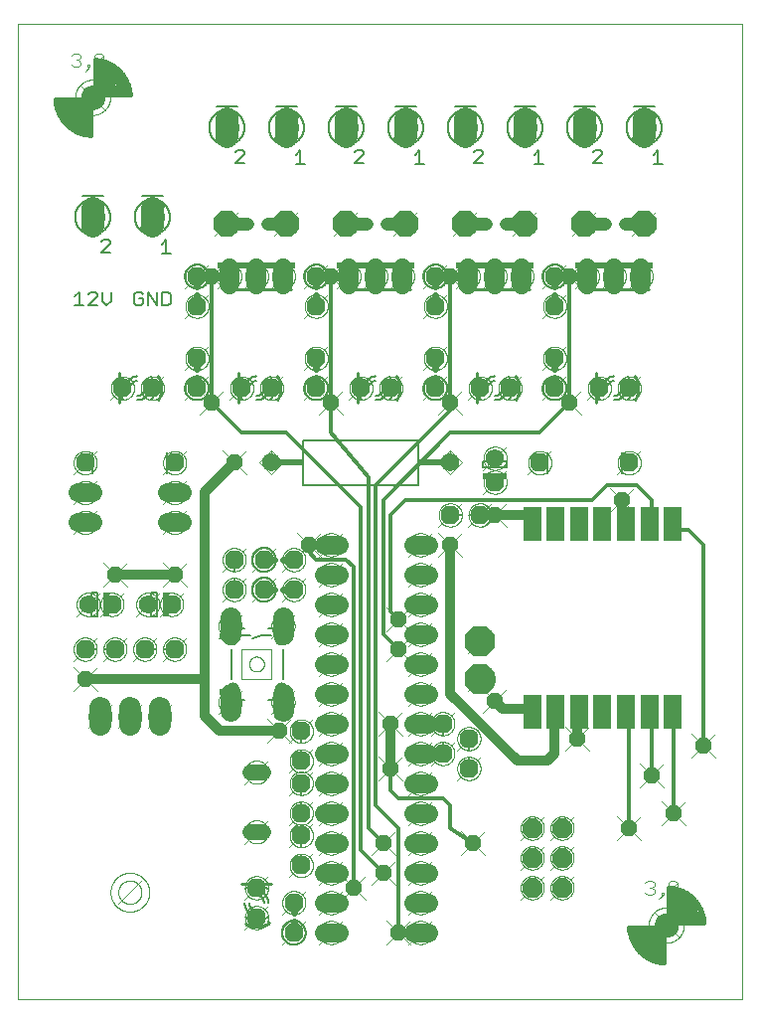
<source format=gbr>
G75*
%MOIN*%
%OFA0B0*%
%FSLAX25Y25*%
%IPPOS*%
%LPD*%
%AMOC8*
5,1,8,0,0,1.08239X$1,22.5*
%
G04 APERTURE LIST*
%ADD10C,0.00000*%
%ADD11C,0.00500*%
%ADD12C,0.06200*%
%ADD13C,0.00100*%
%ADD14C,0.00600*%
%ADD15OC8,0.06200*%
%ADD16C,0.07400*%
%ADD17C,0.06200*%
%ADD18R,0.02000X0.08000*%
%ADD19C,0.02000*%
%ADD20OC8,0.06600*%
%ADD21R,0.02000X0.02000*%
%ADD22R,0.05906X0.11811*%
%ADD23C,0.05400*%
%ADD24C,0.00200*%
%ADD25C,0.07000*%
%ADD26C,0.01000*%
%ADD27C,0.02400*%
%ADD28R,0.01000X0.02400*%
%ADD29R,0.08000X0.02000*%
%ADD30C,0.03000*%
%ADD31OC8,0.10000*%
%ADD32C,0.00980*%
%ADD33C,0.01800*%
%ADD34C,0.00400*%
%ADD35C,0.00800*%
%ADD36C,0.01969*%
%ADD37C,0.06150*%
%ADD38C,0.06500*%
%ADD39R,0.26000X0.02000*%
%ADD40C,0.07700*%
%ADD41C,0.04200*%
%ADD42OC8,0.08500*%
%ADD43C,0.03200*%
%ADD44OC8,0.05362*%
%ADD45C,0.01200*%
G04 APERTURE END LIST*
D10*
X0000000Y0000000D02*
X0000000Y0327146D01*
X0242972Y0327146D01*
X0242972Y0000000D01*
X0000000Y0000000D01*
X0031000Y0036000D02*
X0031002Y0036161D01*
X0031008Y0036321D01*
X0031018Y0036482D01*
X0031032Y0036642D01*
X0031050Y0036802D01*
X0031071Y0036961D01*
X0031097Y0037120D01*
X0031127Y0037278D01*
X0031160Y0037435D01*
X0031198Y0037592D01*
X0031239Y0037747D01*
X0031284Y0037901D01*
X0031333Y0038054D01*
X0031386Y0038206D01*
X0031442Y0038357D01*
X0031503Y0038506D01*
X0031566Y0038654D01*
X0031634Y0038800D01*
X0031705Y0038944D01*
X0031779Y0039086D01*
X0031857Y0039227D01*
X0031939Y0039365D01*
X0032024Y0039502D01*
X0032112Y0039636D01*
X0032204Y0039768D01*
X0032299Y0039898D01*
X0032397Y0040026D01*
X0032498Y0040151D01*
X0032602Y0040273D01*
X0032709Y0040393D01*
X0032819Y0040510D01*
X0032932Y0040625D01*
X0033048Y0040736D01*
X0033167Y0040845D01*
X0033288Y0040950D01*
X0033412Y0041053D01*
X0033538Y0041153D01*
X0033666Y0041249D01*
X0033797Y0041342D01*
X0033931Y0041432D01*
X0034066Y0041519D01*
X0034204Y0041602D01*
X0034343Y0041682D01*
X0034485Y0041758D01*
X0034628Y0041831D01*
X0034773Y0041900D01*
X0034920Y0041966D01*
X0035068Y0042028D01*
X0035218Y0042086D01*
X0035369Y0042141D01*
X0035522Y0042192D01*
X0035676Y0042239D01*
X0035831Y0042282D01*
X0035987Y0042321D01*
X0036143Y0042357D01*
X0036301Y0042388D01*
X0036459Y0042416D01*
X0036618Y0042440D01*
X0036778Y0042460D01*
X0036938Y0042476D01*
X0037098Y0042488D01*
X0037259Y0042496D01*
X0037420Y0042500D01*
X0037580Y0042500D01*
X0037741Y0042496D01*
X0037902Y0042488D01*
X0038062Y0042476D01*
X0038222Y0042460D01*
X0038382Y0042440D01*
X0038541Y0042416D01*
X0038699Y0042388D01*
X0038857Y0042357D01*
X0039013Y0042321D01*
X0039169Y0042282D01*
X0039324Y0042239D01*
X0039478Y0042192D01*
X0039631Y0042141D01*
X0039782Y0042086D01*
X0039932Y0042028D01*
X0040080Y0041966D01*
X0040227Y0041900D01*
X0040372Y0041831D01*
X0040515Y0041758D01*
X0040657Y0041682D01*
X0040796Y0041602D01*
X0040934Y0041519D01*
X0041069Y0041432D01*
X0041203Y0041342D01*
X0041334Y0041249D01*
X0041462Y0041153D01*
X0041588Y0041053D01*
X0041712Y0040950D01*
X0041833Y0040845D01*
X0041952Y0040736D01*
X0042068Y0040625D01*
X0042181Y0040510D01*
X0042291Y0040393D01*
X0042398Y0040273D01*
X0042502Y0040151D01*
X0042603Y0040026D01*
X0042701Y0039898D01*
X0042796Y0039768D01*
X0042888Y0039636D01*
X0042976Y0039502D01*
X0043061Y0039365D01*
X0043143Y0039227D01*
X0043221Y0039086D01*
X0043295Y0038944D01*
X0043366Y0038800D01*
X0043434Y0038654D01*
X0043497Y0038506D01*
X0043558Y0038357D01*
X0043614Y0038206D01*
X0043667Y0038054D01*
X0043716Y0037901D01*
X0043761Y0037747D01*
X0043802Y0037592D01*
X0043840Y0037435D01*
X0043873Y0037278D01*
X0043903Y0037120D01*
X0043929Y0036961D01*
X0043950Y0036802D01*
X0043968Y0036642D01*
X0043982Y0036482D01*
X0043992Y0036321D01*
X0043998Y0036161D01*
X0044000Y0036000D01*
X0043998Y0035839D01*
X0043992Y0035679D01*
X0043982Y0035518D01*
X0043968Y0035358D01*
X0043950Y0035198D01*
X0043929Y0035039D01*
X0043903Y0034880D01*
X0043873Y0034722D01*
X0043840Y0034565D01*
X0043802Y0034408D01*
X0043761Y0034253D01*
X0043716Y0034099D01*
X0043667Y0033946D01*
X0043614Y0033794D01*
X0043558Y0033643D01*
X0043497Y0033494D01*
X0043434Y0033346D01*
X0043366Y0033200D01*
X0043295Y0033056D01*
X0043221Y0032914D01*
X0043143Y0032773D01*
X0043061Y0032635D01*
X0042976Y0032498D01*
X0042888Y0032364D01*
X0042796Y0032232D01*
X0042701Y0032102D01*
X0042603Y0031974D01*
X0042502Y0031849D01*
X0042398Y0031727D01*
X0042291Y0031607D01*
X0042181Y0031490D01*
X0042068Y0031375D01*
X0041952Y0031264D01*
X0041833Y0031155D01*
X0041712Y0031050D01*
X0041588Y0030947D01*
X0041462Y0030847D01*
X0041334Y0030751D01*
X0041203Y0030658D01*
X0041069Y0030568D01*
X0040934Y0030481D01*
X0040796Y0030398D01*
X0040657Y0030318D01*
X0040515Y0030242D01*
X0040372Y0030169D01*
X0040227Y0030100D01*
X0040080Y0030034D01*
X0039932Y0029972D01*
X0039782Y0029914D01*
X0039631Y0029859D01*
X0039478Y0029808D01*
X0039324Y0029761D01*
X0039169Y0029718D01*
X0039013Y0029679D01*
X0038857Y0029643D01*
X0038699Y0029612D01*
X0038541Y0029584D01*
X0038382Y0029560D01*
X0038222Y0029540D01*
X0038062Y0029524D01*
X0037902Y0029512D01*
X0037741Y0029504D01*
X0037580Y0029500D01*
X0037420Y0029500D01*
X0037259Y0029504D01*
X0037098Y0029512D01*
X0036938Y0029524D01*
X0036778Y0029540D01*
X0036618Y0029560D01*
X0036459Y0029584D01*
X0036301Y0029612D01*
X0036143Y0029643D01*
X0035987Y0029679D01*
X0035831Y0029718D01*
X0035676Y0029761D01*
X0035522Y0029808D01*
X0035369Y0029859D01*
X0035218Y0029914D01*
X0035068Y0029972D01*
X0034920Y0030034D01*
X0034773Y0030100D01*
X0034628Y0030169D01*
X0034485Y0030242D01*
X0034343Y0030318D01*
X0034204Y0030398D01*
X0034066Y0030481D01*
X0033931Y0030568D01*
X0033797Y0030658D01*
X0033666Y0030751D01*
X0033538Y0030847D01*
X0033412Y0030947D01*
X0033288Y0031050D01*
X0033167Y0031155D01*
X0033048Y0031264D01*
X0032932Y0031375D01*
X0032819Y0031490D01*
X0032709Y0031607D01*
X0032602Y0031727D01*
X0032498Y0031849D01*
X0032397Y0031974D01*
X0032299Y0032102D01*
X0032204Y0032232D01*
X0032112Y0032364D01*
X0032024Y0032498D01*
X0031939Y0032635D01*
X0031857Y0032773D01*
X0031779Y0032914D01*
X0031705Y0033056D01*
X0031634Y0033200D01*
X0031566Y0033346D01*
X0031503Y0033494D01*
X0031442Y0033643D01*
X0031386Y0033794D01*
X0031333Y0033946D01*
X0031284Y0034099D01*
X0031239Y0034253D01*
X0031198Y0034408D01*
X0031160Y0034565D01*
X0031127Y0034722D01*
X0031097Y0034880D01*
X0031071Y0035039D01*
X0031050Y0035198D01*
X0031032Y0035358D01*
X0031018Y0035518D01*
X0031008Y0035679D01*
X0031002Y0035839D01*
X0031000Y0036000D01*
X0211594Y0025000D02*
X0211596Y0025153D01*
X0211602Y0025307D01*
X0211612Y0025460D01*
X0211626Y0025612D01*
X0211644Y0025765D01*
X0211666Y0025916D01*
X0211691Y0026067D01*
X0211721Y0026218D01*
X0211755Y0026368D01*
X0211792Y0026516D01*
X0211833Y0026664D01*
X0211878Y0026810D01*
X0211927Y0026956D01*
X0211980Y0027100D01*
X0212036Y0027242D01*
X0212096Y0027383D01*
X0212160Y0027523D01*
X0212227Y0027661D01*
X0212298Y0027797D01*
X0212373Y0027931D01*
X0212450Y0028063D01*
X0212532Y0028193D01*
X0212616Y0028321D01*
X0212704Y0028447D01*
X0212795Y0028570D01*
X0212889Y0028691D01*
X0212987Y0028809D01*
X0213087Y0028925D01*
X0213191Y0029038D01*
X0213297Y0029149D01*
X0213406Y0029257D01*
X0213518Y0029362D01*
X0213632Y0029463D01*
X0213750Y0029562D01*
X0213869Y0029658D01*
X0213991Y0029751D01*
X0214116Y0029840D01*
X0214243Y0029927D01*
X0214372Y0030009D01*
X0214503Y0030089D01*
X0214636Y0030165D01*
X0214771Y0030238D01*
X0214908Y0030307D01*
X0215047Y0030372D01*
X0215187Y0030434D01*
X0215329Y0030492D01*
X0215472Y0030547D01*
X0215617Y0030598D01*
X0215763Y0030645D01*
X0215910Y0030688D01*
X0216058Y0030727D01*
X0216207Y0030763D01*
X0216357Y0030794D01*
X0216508Y0030822D01*
X0216659Y0030846D01*
X0216812Y0030866D01*
X0216964Y0030882D01*
X0217117Y0030894D01*
X0217270Y0030902D01*
X0217423Y0030906D01*
X0217577Y0030906D01*
X0217730Y0030902D01*
X0217883Y0030894D01*
X0218036Y0030882D01*
X0218188Y0030866D01*
X0218341Y0030846D01*
X0218492Y0030822D01*
X0218643Y0030794D01*
X0218793Y0030763D01*
X0218942Y0030727D01*
X0219090Y0030688D01*
X0219237Y0030645D01*
X0219383Y0030598D01*
X0219528Y0030547D01*
X0219671Y0030492D01*
X0219813Y0030434D01*
X0219953Y0030372D01*
X0220092Y0030307D01*
X0220229Y0030238D01*
X0220364Y0030165D01*
X0220497Y0030089D01*
X0220628Y0030009D01*
X0220757Y0029927D01*
X0220884Y0029840D01*
X0221009Y0029751D01*
X0221131Y0029658D01*
X0221250Y0029562D01*
X0221368Y0029463D01*
X0221482Y0029362D01*
X0221594Y0029257D01*
X0221703Y0029149D01*
X0221809Y0029038D01*
X0221913Y0028925D01*
X0222013Y0028809D01*
X0222111Y0028691D01*
X0222205Y0028570D01*
X0222296Y0028447D01*
X0222384Y0028321D01*
X0222468Y0028193D01*
X0222550Y0028063D01*
X0222627Y0027931D01*
X0222702Y0027797D01*
X0222773Y0027661D01*
X0222840Y0027523D01*
X0222904Y0027383D01*
X0222964Y0027242D01*
X0223020Y0027100D01*
X0223073Y0026956D01*
X0223122Y0026810D01*
X0223167Y0026664D01*
X0223208Y0026516D01*
X0223245Y0026368D01*
X0223279Y0026218D01*
X0223309Y0026067D01*
X0223334Y0025916D01*
X0223356Y0025765D01*
X0223374Y0025612D01*
X0223388Y0025460D01*
X0223398Y0025307D01*
X0223404Y0025153D01*
X0223406Y0025000D01*
X0223404Y0024847D01*
X0223398Y0024693D01*
X0223388Y0024540D01*
X0223374Y0024388D01*
X0223356Y0024235D01*
X0223334Y0024084D01*
X0223309Y0023933D01*
X0223279Y0023782D01*
X0223245Y0023632D01*
X0223208Y0023484D01*
X0223167Y0023336D01*
X0223122Y0023190D01*
X0223073Y0023044D01*
X0223020Y0022900D01*
X0222964Y0022758D01*
X0222904Y0022617D01*
X0222840Y0022477D01*
X0222773Y0022339D01*
X0222702Y0022203D01*
X0222627Y0022069D01*
X0222550Y0021937D01*
X0222468Y0021807D01*
X0222384Y0021679D01*
X0222296Y0021553D01*
X0222205Y0021430D01*
X0222111Y0021309D01*
X0222013Y0021191D01*
X0221913Y0021075D01*
X0221809Y0020962D01*
X0221703Y0020851D01*
X0221594Y0020743D01*
X0221482Y0020638D01*
X0221368Y0020537D01*
X0221250Y0020438D01*
X0221131Y0020342D01*
X0221009Y0020249D01*
X0220884Y0020160D01*
X0220757Y0020073D01*
X0220628Y0019991D01*
X0220497Y0019911D01*
X0220364Y0019835D01*
X0220229Y0019762D01*
X0220092Y0019693D01*
X0219953Y0019628D01*
X0219813Y0019566D01*
X0219671Y0019508D01*
X0219528Y0019453D01*
X0219383Y0019402D01*
X0219237Y0019355D01*
X0219090Y0019312D01*
X0218942Y0019273D01*
X0218793Y0019237D01*
X0218643Y0019206D01*
X0218492Y0019178D01*
X0218341Y0019154D01*
X0218188Y0019134D01*
X0218036Y0019118D01*
X0217883Y0019106D01*
X0217730Y0019098D01*
X0217577Y0019094D01*
X0217423Y0019094D01*
X0217270Y0019098D01*
X0217117Y0019106D01*
X0216964Y0019118D01*
X0216812Y0019134D01*
X0216659Y0019154D01*
X0216508Y0019178D01*
X0216357Y0019206D01*
X0216207Y0019237D01*
X0216058Y0019273D01*
X0215910Y0019312D01*
X0215763Y0019355D01*
X0215617Y0019402D01*
X0215472Y0019453D01*
X0215329Y0019508D01*
X0215187Y0019566D01*
X0215047Y0019628D01*
X0214908Y0019693D01*
X0214771Y0019762D01*
X0214636Y0019835D01*
X0214503Y0019911D01*
X0214372Y0019991D01*
X0214243Y0020073D01*
X0214116Y0020160D01*
X0213991Y0020249D01*
X0213869Y0020342D01*
X0213750Y0020438D01*
X0213632Y0020537D01*
X0213518Y0020638D01*
X0213406Y0020743D01*
X0213297Y0020851D01*
X0213191Y0020962D01*
X0213087Y0021075D01*
X0212987Y0021191D01*
X0212889Y0021309D01*
X0212795Y0021430D01*
X0212704Y0021553D01*
X0212616Y0021679D01*
X0212532Y0021807D01*
X0212450Y0021937D01*
X0212373Y0022069D01*
X0212298Y0022203D01*
X0212227Y0022339D01*
X0212160Y0022477D01*
X0212096Y0022617D01*
X0212036Y0022758D01*
X0211980Y0022900D01*
X0211927Y0023044D01*
X0211878Y0023190D01*
X0211833Y0023336D01*
X0211792Y0023484D01*
X0211755Y0023632D01*
X0211721Y0023782D01*
X0211691Y0023933D01*
X0211666Y0024084D01*
X0211644Y0024235D01*
X0211626Y0024388D01*
X0211612Y0024540D01*
X0211602Y0024693D01*
X0211596Y0024847D01*
X0211594Y0025000D01*
X0019094Y0302500D02*
X0019096Y0302653D01*
X0019102Y0302807D01*
X0019112Y0302960D01*
X0019126Y0303112D01*
X0019144Y0303265D01*
X0019166Y0303416D01*
X0019191Y0303567D01*
X0019221Y0303718D01*
X0019255Y0303868D01*
X0019292Y0304016D01*
X0019333Y0304164D01*
X0019378Y0304310D01*
X0019427Y0304456D01*
X0019480Y0304600D01*
X0019536Y0304742D01*
X0019596Y0304883D01*
X0019660Y0305023D01*
X0019727Y0305161D01*
X0019798Y0305297D01*
X0019873Y0305431D01*
X0019950Y0305563D01*
X0020032Y0305693D01*
X0020116Y0305821D01*
X0020204Y0305947D01*
X0020295Y0306070D01*
X0020389Y0306191D01*
X0020487Y0306309D01*
X0020587Y0306425D01*
X0020691Y0306538D01*
X0020797Y0306649D01*
X0020906Y0306757D01*
X0021018Y0306862D01*
X0021132Y0306963D01*
X0021250Y0307062D01*
X0021369Y0307158D01*
X0021491Y0307251D01*
X0021616Y0307340D01*
X0021743Y0307427D01*
X0021872Y0307509D01*
X0022003Y0307589D01*
X0022136Y0307665D01*
X0022271Y0307738D01*
X0022408Y0307807D01*
X0022547Y0307872D01*
X0022687Y0307934D01*
X0022829Y0307992D01*
X0022972Y0308047D01*
X0023117Y0308098D01*
X0023263Y0308145D01*
X0023410Y0308188D01*
X0023558Y0308227D01*
X0023707Y0308263D01*
X0023857Y0308294D01*
X0024008Y0308322D01*
X0024159Y0308346D01*
X0024312Y0308366D01*
X0024464Y0308382D01*
X0024617Y0308394D01*
X0024770Y0308402D01*
X0024923Y0308406D01*
X0025077Y0308406D01*
X0025230Y0308402D01*
X0025383Y0308394D01*
X0025536Y0308382D01*
X0025688Y0308366D01*
X0025841Y0308346D01*
X0025992Y0308322D01*
X0026143Y0308294D01*
X0026293Y0308263D01*
X0026442Y0308227D01*
X0026590Y0308188D01*
X0026737Y0308145D01*
X0026883Y0308098D01*
X0027028Y0308047D01*
X0027171Y0307992D01*
X0027313Y0307934D01*
X0027453Y0307872D01*
X0027592Y0307807D01*
X0027729Y0307738D01*
X0027864Y0307665D01*
X0027997Y0307589D01*
X0028128Y0307509D01*
X0028257Y0307427D01*
X0028384Y0307340D01*
X0028509Y0307251D01*
X0028631Y0307158D01*
X0028750Y0307062D01*
X0028868Y0306963D01*
X0028982Y0306862D01*
X0029094Y0306757D01*
X0029203Y0306649D01*
X0029309Y0306538D01*
X0029413Y0306425D01*
X0029513Y0306309D01*
X0029611Y0306191D01*
X0029705Y0306070D01*
X0029796Y0305947D01*
X0029884Y0305821D01*
X0029968Y0305693D01*
X0030050Y0305563D01*
X0030127Y0305431D01*
X0030202Y0305297D01*
X0030273Y0305161D01*
X0030340Y0305023D01*
X0030404Y0304883D01*
X0030464Y0304742D01*
X0030520Y0304600D01*
X0030573Y0304456D01*
X0030622Y0304310D01*
X0030667Y0304164D01*
X0030708Y0304016D01*
X0030745Y0303868D01*
X0030779Y0303718D01*
X0030809Y0303567D01*
X0030834Y0303416D01*
X0030856Y0303265D01*
X0030874Y0303112D01*
X0030888Y0302960D01*
X0030898Y0302807D01*
X0030904Y0302653D01*
X0030906Y0302500D01*
X0030904Y0302347D01*
X0030898Y0302193D01*
X0030888Y0302040D01*
X0030874Y0301888D01*
X0030856Y0301735D01*
X0030834Y0301584D01*
X0030809Y0301433D01*
X0030779Y0301282D01*
X0030745Y0301132D01*
X0030708Y0300984D01*
X0030667Y0300836D01*
X0030622Y0300690D01*
X0030573Y0300544D01*
X0030520Y0300400D01*
X0030464Y0300258D01*
X0030404Y0300117D01*
X0030340Y0299977D01*
X0030273Y0299839D01*
X0030202Y0299703D01*
X0030127Y0299569D01*
X0030050Y0299437D01*
X0029968Y0299307D01*
X0029884Y0299179D01*
X0029796Y0299053D01*
X0029705Y0298930D01*
X0029611Y0298809D01*
X0029513Y0298691D01*
X0029413Y0298575D01*
X0029309Y0298462D01*
X0029203Y0298351D01*
X0029094Y0298243D01*
X0028982Y0298138D01*
X0028868Y0298037D01*
X0028750Y0297938D01*
X0028631Y0297842D01*
X0028509Y0297749D01*
X0028384Y0297660D01*
X0028257Y0297573D01*
X0028128Y0297491D01*
X0027997Y0297411D01*
X0027864Y0297335D01*
X0027729Y0297262D01*
X0027592Y0297193D01*
X0027453Y0297128D01*
X0027313Y0297066D01*
X0027171Y0297008D01*
X0027028Y0296953D01*
X0026883Y0296902D01*
X0026737Y0296855D01*
X0026590Y0296812D01*
X0026442Y0296773D01*
X0026293Y0296737D01*
X0026143Y0296706D01*
X0025992Y0296678D01*
X0025841Y0296654D01*
X0025688Y0296634D01*
X0025536Y0296618D01*
X0025383Y0296606D01*
X0025230Y0296598D01*
X0025077Y0296594D01*
X0024923Y0296594D01*
X0024770Y0296598D01*
X0024617Y0296606D01*
X0024464Y0296618D01*
X0024312Y0296634D01*
X0024159Y0296654D01*
X0024008Y0296678D01*
X0023857Y0296706D01*
X0023707Y0296737D01*
X0023558Y0296773D01*
X0023410Y0296812D01*
X0023263Y0296855D01*
X0023117Y0296902D01*
X0022972Y0296953D01*
X0022829Y0297008D01*
X0022687Y0297066D01*
X0022547Y0297128D01*
X0022408Y0297193D01*
X0022271Y0297262D01*
X0022136Y0297335D01*
X0022003Y0297411D01*
X0021872Y0297491D01*
X0021743Y0297573D01*
X0021616Y0297660D01*
X0021491Y0297749D01*
X0021369Y0297842D01*
X0021250Y0297938D01*
X0021132Y0298037D01*
X0021018Y0298138D01*
X0020906Y0298243D01*
X0020797Y0298351D01*
X0020691Y0298462D01*
X0020587Y0298575D01*
X0020487Y0298691D01*
X0020389Y0298809D01*
X0020295Y0298930D01*
X0020204Y0299053D01*
X0020116Y0299179D01*
X0020032Y0299307D01*
X0019950Y0299437D01*
X0019873Y0299569D01*
X0019798Y0299703D01*
X0019727Y0299839D01*
X0019660Y0299977D01*
X0019596Y0300117D01*
X0019536Y0300258D01*
X0019480Y0300400D01*
X0019427Y0300544D01*
X0019378Y0300690D01*
X0019333Y0300836D01*
X0019292Y0300984D01*
X0019255Y0301132D01*
X0019221Y0301282D01*
X0019191Y0301433D01*
X0019166Y0301584D01*
X0019144Y0301735D01*
X0019126Y0301888D01*
X0019112Y0302040D01*
X0019102Y0302193D01*
X0019096Y0302347D01*
X0019094Y0302500D01*
D11*
X0028697Y0254954D02*
X0027946Y0254203D01*
X0028697Y0254954D02*
X0030198Y0254954D01*
X0030949Y0254203D01*
X0030949Y0253453D01*
X0027946Y0250450D01*
X0030949Y0250450D01*
X0031149Y0237254D02*
X0031149Y0234251D01*
X0029647Y0232750D01*
X0028146Y0234251D01*
X0028146Y0237254D01*
X0026545Y0236503D02*
X0026545Y0235753D01*
X0023542Y0232750D01*
X0026545Y0232750D01*
X0026545Y0236503D02*
X0025794Y0237254D01*
X0024293Y0237254D01*
X0023542Y0236503D01*
X0021941Y0232750D02*
X0018938Y0232750D01*
X0020439Y0232750D02*
X0020439Y0237254D01*
X0018938Y0235753D01*
X0038938Y0236503D02*
X0038938Y0233501D01*
X0039689Y0232750D01*
X0041190Y0232750D01*
X0041941Y0233501D01*
X0041941Y0235002D01*
X0040439Y0235002D01*
X0038938Y0236503D02*
X0039689Y0237254D01*
X0041190Y0237254D01*
X0041941Y0236503D01*
X0043542Y0237254D02*
X0043542Y0232750D01*
X0046545Y0232750D02*
X0046545Y0237254D01*
X0048146Y0237254D02*
X0050398Y0237254D01*
X0051149Y0236503D01*
X0051149Y0233501D01*
X0050398Y0232750D01*
X0048146Y0232750D01*
X0048146Y0237254D01*
X0043542Y0237254D02*
X0046545Y0232750D01*
X0048146Y0250250D02*
X0051149Y0250250D01*
X0049647Y0250250D02*
X0049647Y0254754D01*
X0048146Y0253253D01*
X0072946Y0280450D02*
X0075949Y0283453D01*
X0075949Y0284203D01*
X0075198Y0284954D01*
X0073697Y0284954D01*
X0072946Y0284203D01*
X0072946Y0280450D02*
X0075949Y0280450D01*
X0093146Y0280250D02*
X0096149Y0280250D01*
X0094647Y0280250D02*
X0094647Y0284754D01*
X0093146Y0283253D01*
X0112946Y0284203D02*
X0113697Y0284954D01*
X0115198Y0284954D01*
X0115949Y0284203D01*
X0115949Y0283453D01*
X0112946Y0280450D01*
X0115949Y0280450D01*
X0133146Y0280250D02*
X0136149Y0280250D01*
X0134647Y0280250D02*
X0134647Y0284754D01*
X0133146Y0283253D01*
X0152946Y0284203D02*
X0153697Y0284954D01*
X0155198Y0284954D01*
X0155949Y0284203D01*
X0155949Y0283453D01*
X0152946Y0280450D01*
X0155949Y0280450D01*
X0173146Y0280250D02*
X0176149Y0280250D01*
X0174647Y0280250D02*
X0174647Y0284754D01*
X0173146Y0283253D01*
X0192946Y0284203D02*
X0193697Y0284954D01*
X0195198Y0284954D01*
X0195949Y0284203D01*
X0195949Y0283453D01*
X0192946Y0280450D01*
X0195949Y0280450D01*
X0213146Y0280250D02*
X0216149Y0280250D01*
X0214647Y0280250D02*
X0214647Y0284754D01*
X0213146Y0283253D01*
X0091250Y0128149D02*
X0091250Y0125146D01*
X0091250Y0126647D02*
X0086746Y0126647D01*
X0088247Y0125146D01*
X0073750Y0126897D02*
X0072999Y0126146D01*
X0073750Y0126897D02*
X0073750Y0128398D01*
X0072999Y0129149D01*
X0072249Y0129149D01*
X0071498Y0128398D01*
X0071498Y0127647D01*
X0071498Y0128398D02*
X0070747Y0129149D01*
X0069997Y0129149D01*
X0069246Y0128398D01*
X0069246Y0126897D01*
X0069997Y0126146D01*
X0071498Y0097149D02*
X0071498Y0094146D01*
X0069246Y0096398D01*
X0073750Y0096398D01*
X0086246Y0096398D02*
X0086246Y0094897D01*
X0086997Y0094146D01*
X0086246Y0096398D02*
X0086997Y0097149D01*
X0087747Y0097149D01*
X0090750Y0094146D01*
X0090750Y0097149D01*
D12*
X0102520Y0092500D02*
X0107480Y0092500D01*
X0107480Y0082500D02*
X0102520Y0082500D01*
X0102520Y0072500D02*
X0107480Y0072500D01*
X0107480Y0062500D02*
X0102520Y0062500D01*
X0102520Y0052500D02*
X0107480Y0052500D01*
X0107480Y0042500D02*
X0102520Y0042500D01*
X0102520Y0032500D02*
X0107480Y0032500D01*
X0107480Y0022500D02*
X0102520Y0022500D01*
X0132520Y0022500D02*
X0137480Y0022500D01*
X0137480Y0032500D02*
X0132520Y0032500D01*
X0132520Y0042500D02*
X0137480Y0042500D01*
X0137480Y0052500D02*
X0132520Y0052500D01*
X0132520Y0062500D02*
X0137480Y0062500D01*
X0137480Y0072500D02*
X0132520Y0072500D01*
X0132520Y0082500D02*
X0137480Y0082500D01*
X0137480Y0092500D02*
X0132520Y0092500D01*
X0132520Y0102500D02*
X0137480Y0102500D01*
X0137480Y0112500D02*
X0132520Y0112500D01*
X0132520Y0122500D02*
X0137480Y0122500D01*
X0137480Y0132500D02*
X0132520Y0132500D01*
X0132520Y0142500D02*
X0137480Y0142500D01*
X0137480Y0152500D02*
X0132520Y0152500D01*
X0107480Y0152500D02*
X0102520Y0152500D01*
X0102520Y0142500D02*
X0107480Y0142500D01*
X0107480Y0132500D02*
X0102520Y0132500D01*
X0102520Y0122500D02*
X0107480Y0122500D01*
X0107480Y0112500D02*
X0102520Y0112500D01*
X0102520Y0102500D02*
X0107480Y0102500D01*
X0054980Y0160000D02*
X0050020Y0160000D01*
X0050020Y0170000D02*
X0054980Y0170000D01*
X0024980Y0170000D02*
X0020020Y0170000D01*
X0020020Y0160000D02*
X0024980Y0160000D01*
D13*
X0018600Y0160000D02*
X0018602Y0160124D01*
X0018608Y0160249D01*
X0018618Y0160373D01*
X0018632Y0160496D01*
X0018649Y0160619D01*
X0018671Y0160742D01*
X0018697Y0160864D01*
X0018726Y0160984D01*
X0018760Y0161104D01*
X0018797Y0161223D01*
X0018838Y0161340D01*
X0018882Y0161456D01*
X0018930Y0161571D01*
X0018982Y0161684D01*
X0019038Y0161795D01*
X0019097Y0161905D01*
X0019159Y0162012D01*
X0019225Y0162118D01*
X0019294Y0162221D01*
X0019367Y0162322D01*
X0019443Y0162421D01*
X0019521Y0162517D01*
X0019603Y0162611D01*
X0019688Y0162702D01*
X0019775Y0162791D01*
X0019866Y0162876D01*
X0019959Y0162959D01*
X0020055Y0163038D01*
X0020153Y0163114D01*
X0020253Y0163188D01*
X0020356Y0163258D01*
X0020461Y0163324D01*
X0020568Y0163388D01*
X0020677Y0163448D01*
X0020788Y0163504D01*
X0020900Y0163557D01*
X0021015Y0163606D01*
X0021130Y0163652D01*
X0021248Y0163693D01*
X0021366Y0163732D01*
X0021486Y0163766D01*
X0021606Y0163796D01*
X0021728Y0163823D01*
X0021850Y0163845D01*
X0021973Y0163864D01*
X0022096Y0163879D01*
X0022220Y0163890D01*
X0022345Y0163897D01*
X0022469Y0163900D01*
X0022593Y0163899D01*
X0022718Y0163894D01*
X0022842Y0163885D01*
X0022965Y0163872D01*
X0023089Y0163855D01*
X0023211Y0163835D01*
X0023333Y0163810D01*
X0023454Y0163781D01*
X0023574Y0163749D01*
X0023693Y0163713D01*
X0023811Y0163673D01*
X0023928Y0163629D01*
X0024043Y0163582D01*
X0024156Y0163531D01*
X0024268Y0163476D01*
X0024378Y0163418D01*
X0024486Y0163357D01*
X0024592Y0163292D01*
X0024696Y0163223D01*
X0024797Y0163152D01*
X0024897Y0163077D01*
X0024994Y0162999D01*
X0025088Y0162918D01*
X0025180Y0162834D01*
X0025269Y0162747D01*
X0025355Y0162657D01*
X0025438Y0162565D01*
X0025518Y0162470D01*
X0025596Y0162372D01*
X0025670Y0162272D01*
X0025741Y0162170D01*
X0025808Y0162066D01*
X0025872Y0161959D01*
X0025933Y0161850D01*
X0025990Y0161740D01*
X0026044Y0161628D01*
X0026094Y0161514D01*
X0026141Y0161399D01*
X0026183Y0161282D01*
X0026222Y0161164D01*
X0026258Y0161044D01*
X0026289Y0160924D01*
X0026316Y0160803D01*
X0026340Y0160681D01*
X0026360Y0160558D01*
X0026376Y0160434D01*
X0026388Y0160311D01*
X0026396Y0160187D01*
X0026400Y0160062D01*
X0026400Y0159938D01*
X0026396Y0159813D01*
X0026388Y0159689D01*
X0026376Y0159566D01*
X0026360Y0159442D01*
X0026340Y0159319D01*
X0026316Y0159197D01*
X0026289Y0159076D01*
X0026258Y0158956D01*
X0026222Y0158836D01*
X0026183Y0158718D01*
X0026141Y0158601D01*
X0026094Y0158486D01*
X0026044Y0158372D01*
X0025990Y0158260D01*
X0025933Y0158150D01*
X0025872Y0158041D01*
X0025808Y0157934D01*
X0025741Y0157830D01*
X0025670Y0157728D01*
X0025596Y0157628D01*
X0025518Y0157530D01*
X0025438Y0157435D01*
X0025355Y0157343D01*
X0025269Y0157253D01*
X0025180Y0157166D01*
X0025088Y0157082D01*
X0024994Y0157001D01*
X0024897Y0156923D01*
X0024797Y0156848D01*
X0024696Y0156777D01*
X0024592Y0156708D01*
X0024486Y0156643D01*
X0024378Y0156582D01*
X0024268Y0156524D01*
X0024156Y0156469D01*
X0024043Y0156418D01*
X0023928Y0156371D01*
X0023811Y0156327D01*
X0023693Y0156287D01*
X0023574Y0156251D01*
X0023454Y0156219D01*
X0023333Y0156190D01*
X0023211Y0156165D01*
X0023089Y0156145D01*
X0022965Y0156128D01*
X0022842Y0156115D01*
X0022718Y0156106D01*
X0022593Y0156101D01*
X0022469Y0156100D01*
X0022345Y0156103D01*
X0022220Y0156110D01*
X0022096Y0156121D01*
X0021973Y0156136D01*
X0021850Y0156155D01*
X0021728Y0156177D01*
X0021606Y0156204D01*
X0021486Y0156234D01*
X0021366Y0156268D01*
X0021248Y0156307D01*
X0021130Y0156348D01*
X0021015Y0156394D01*
X0020900Y0156443D01*
X0020788Y0156496D01*
X0020677Y0156552D01*
X0020568Y0156612D01*
X0020461Y0156676D01*
X0020356Y0156742D01*
X0020253Y0156812D01*
X0020153Y0156886D01*
X0020055Y0156962D01*
X0019959Y0157041D01*
X0019866Y0157124D01*
X0019775Y0157209D01*
X0019688Y0157298D01*
X0019603Y0157389D01*
X0019521Y0157483D01*
X0019443Y0157579D01*
X0019367Y0157678D01*
X0019294Y0157779D01*
X0019225Y0157882D01*
X0019159Y0157988D01*
X0019097Y0158095D01*
X0019038Y0158205D01*
X0018982Y0158316D01*
X0018930Y0158429D01*
X0018882Y0158544D01*
X0018838Y0158660D01*
X0018797Y0158777D01*
X0018760Y0158896D01*
X0018726Y0159016D01*
X0018697Y0159136D01*
X0018671Y0159258D01*
X0018649Y0159381D01*
X0018632Y0159504D01*
X0018618Y0159627D01*
X0018608Y0159751D01*
X0018602Y0159876D01*
X0018600Y0160000D01*
X0018500Y0156000D02*
X0026500Y0164000D01*
X0018600Y0170000D02*
X0018602Y0170124D01*
X0018608Y0170249D01*
X0018618Y0170373D01*
X0018632Y0170496D01*
X0018649Y0170619D01*
X0018671Y0170742D01*
X0018697Y0170864D01*
X0018726Y0170984D01*
X0018760Y0171104D01*
X0018797Y0171223D01*
X0018838Y0171340D01*
X0018882Y0171456D01*
X0018930Y0171571D01*
X0018982Y0171684D01*
X0019038Y0171795D01*
X0019097Y0171905D01*
X0019159Y0172012D01*
X0019225Y0172118D01*
X0019294Y0172221D01*
X0019367Y0172322D01*
X0019443Y0172421D01*
X0019521Y0172517D01*
X0019603Y0172611D01*
X0019688Y0172702D01*
X0019775Y0172791D01*
X0019866Y0172876D01*
X0019959Y0172959D01*
X0020055Y0173038D01*
X0020153Y0173114D01*
X0020253Y0173188D01*
X0020356Y0173258D01*
X0020461Y0173324D01*
X0020568Y0173388D01*
X0020677Y0173448D01*
X0020788Y0173504D01*
X0020900Y0173557D01*
X0021015Y0173606D01*
X0021130Y0173652D01*
X0021248Y0173693D01*
X0021366Y0173732D01*
X0021486Y0173766D01*
X0021606Y0173796D01*
X0021728Y0173823D01*
X0021850Y0173845D01*
X0021973Y0173864D01*
X0022096Y0173879D01*
X0022220Y0173890D01*
X0022345Y0173897D01*
X0022469Y0173900D01*
X0022593Y0173899D01*
X0022718Y0173894D01*
X0022842Y0173885D01*
X0022965Y0173872D01*
X0023089Y0173855D01*
X0023211Y0173835D01*
X0023333Y0173810D01*
X0023454Y0173781D01*
X0023574Y0173749D01*
X0023693Y0173713D01*
X0023811Y0173673D01*
X0023928Y0173629D01*
X0024043Y0173582D01*
X0024156Y0173531D01*
X0024268Y0173476D01*
X0024378Y0173418D01*
X0024486Y0173357D01*
X0024592Y0173292D01*
X0024696Y0173223D01*
X0024797Y0173152D01*
X0024897Y0173077D01*
X0024994Y0172999D01*
X0025088Y0172918D01*
X0025180Y0172834D01*
X0025269Y0172747D01*
X0025355Y0172657D01*
X0025438Y0172565D01*
X0025518Y0172470D01*
X0025596Y0172372D01*
X0025670Y0172272D01*
X0025741Y0172170D01*
X0025808Y0172066D01*
X0025872Y0171959D01*
X0025933Y0171850D01*
X0025990Y0171740D01*
X0026044Y0171628D01*
X0026094Y0171514D01*
X0026141Y0171399D01*
X0026183Y0171282D01*
X0026222Y0171164D01*
X0026258Y0171044D01*
X0026289Y0170924D01*
X0026316Y0170803D01*
X0026340Y0170681D01*
X0026360Y0170558D01*
X0026376Y0170434D01*
X0026388Y0170311D01*
X0026396Y0170187D01*
X0026400Y0170062D01*
X0026400Y0169938D01*
X0026396Y0169813D01*
X0026388Y0169689D01*
X0026376Y0169566D01*
X0026360Y0169442D01*
X0026340Y0169319D01*
X0026316Y0169197D01*
X0026289Y0169076D01*
X0026258Y0168956D01*
X0026222Y0168836D01*
X0026183Y0168718D01*
X0026141Y0168601D01*
X0026094Y0168486D01*
X0026044Y0168372D01*
X0025990Y0168260D01*
X0025933Y0168150D01*
X0025872Y0168041D01*
X0025808Y0167934D01*
X0025741Y0167830D01*
X0025670Y0167728D01*
X0025596Y0167628D01*
X0025518Y0167530D01*
X0025438Y0167435D01*
X0025355Y0167343D01*
X0025269Y0167253D01*
X0025180Y0167166D01*
X0025088Y0167082D01*
X0024994Y0167001D01*
X0024897Y0166923D01*
X0024797Y0166848D01*
X0024696Y0166777D01*
X0024592Y0166708D01*
X0024486Y0166643D01*
X0024378Y0166582D01*
X0024268Y0166524D01*
X0024156Y0166469D01*
X0024043Y0166418D01*
X0023928Y0166371D01*
X0023811Y0166327D01*
X0023693Y0166287D01*
X0023574Y0166251D01*
X0023454Y0166219D01*
X0023333Y0166190D01*
X0023211Y0166165D01*
X0023089Y0166145D01*
X0022965Y0166128D01*
X0022842Y0166115D01*
X0022718Y0166106D01*
X0022593Y0166101D01*
X0022469Y0166100D01*
X0022345Y0166103D01*
X0022220Y0166110D01*
X0022096Y0166121D01*
X0021973Y0166136D01*
X0021850Y0166155D01*
X0021728Y0166177D01*
X0021606Y0166204D01*
X0021486Y0166234D01*
X0021366Y0166268D01*
X0021248Y0166307D01*
X0021130Y0166348D01*
X0021015Y0166394D01*
X0020900Y0166443D01*
X0020788Y0166496D01*
X0020677Y0166552D01*
X0020568Y0166612D01*
X0020461Y0166676D01*
X0020356Y0166742D01*
X0020253Y0166812D01*
X0020153Y0166886D01*
X0020055Y0166962D01*
X0019959Y0167041D01*
X0019866Y0167124D01*
X0019775Y0167209D01*
X0019688Y0167298D01*
X0019603Y0167389D01*
X0019521Y0167483D01*
X0019443Y0167579D01*
X0019367Y0167678D01*
X0019294Y0167779D01*
X0019225Y0167882D01*
X0019159Y0167988D01*
X0019097Y0168095D01*
X0019038Y0168205D01*
X0018982Y0168316D01*
X0018930Y0168429D01*
X0018882Y0168544D01*
X0018838Y0168660D01*
X0018797Y0168777D01*
X0018760Y0168896D01*
X0018726Y0169016D01*
X0018697Y0169136D01*
X0018671Y0169258D01*
X0018649Y0169381D01*
X0018632Y0169504D01*
X0018618Y0169627D01*
X0018608Y0169751D01*
X0018602Y0169876D01*
X0018600Y0170000D01*
X0018500Y0166000D02*
X0026500Y0174000D01*
X0018600Y0180000D02*
X0018602Y0180124D01*
X0018608Y0180249D01*
X0018618Y0180373D01*
X0018632Y0180496D01*
X0018649Y0180619D01*
X0018671Y0180742D01*
X0018697Y0180864D01*
X0018726Y0180984D01*
X0018760Y0181104D01*
X0018797Y0181223D01*
X0018838Y0181340D01*
X0018882Y0181456D01*
X0018930Y0181571D01*
X0018982Y0181684D01*
X0019038Y0181795D01*
X0019097Y0181905D01*
X0019159Y0182012D01*
X0019225Y0182118D01*
X0019294Y0182221D01*
X0019367Y0182322D01*
X0019443Y0182421D01*
X0019521Y0182517D01*
X0019603Y0182611D01*
X0019688Y0182702D01*
X0019775Y0182791D01*
X0019866Y0182876D01*
X0019959Y0182959D01*
X0020055Y0183038D01*
X0020153Y0183114D01*
X0020253Y0183188D01*
X0020356Y0183258D01*
X0020461Y0183324D01*
X0020568Y0183388D01*
X0020677Y0183448D01*
X0020788Y0183504D01*
X0020900Y0183557D01*
X0021015Y0183606D01*
X0021130Y0183652D01*
X0021248Y0183693D01*
X0021366Y0183732D01*
X0021486Y0183766D01*
X0021606Y0183796D01*
X0021728Y0183823D01*
X0021850Y0183845D01*
X0021973Y0183864D01*
X0022096Y0183879D01*
X0022220Y0183890D01*
X0022345Y0183897D01*
X0022469Y0183900D01*
X0022593Y0183899D01*
X0022718Y0183894D01*
X0022842Y0183885D01*
X0022965Y0183872D01*
X0023089Y0183855D01*
X0023211Y0183835D01*
X0023333Y0183810D01*
X0023454Y0183781D01*
X0023574Y0183749D01*
X0023693Y0183713D01*
X0023811Y0183673D01*
X0023928Y0183629D01*
X0024043Y0183582D01*
X0024156Y0183531D01*
X0024268Y0183476D01*
X0024378Y0183418D01*
X0024486Y0183357D01*
X0024592Y0183292D01*
X0024696Y0183223D01*
X0024797Y0183152D01*
X0024897Y0183077D01*
X0024994Y0182999D01*
X0025088Y0182918D01*
X0025180Y0182834D01*
X0025269Y0182747D01*
X0025355Y0182657D01*
X0025438Y0182565D01*
X0025518Y0182470D01*
X0025596Y0182372D01*
X0025670Y0182272D01*
X0025741Y0182170D01*
X0025808Y0182066D01*
X0025872Y0181959D01*
X0025933Y0181850D01*
X0025990Y0181740D01*
X0026044Y0181628D01*
X0026094Y0181514D01*
X0026141Y0181399D01*
X0026183Y0181282D01*
X0026222Y0181164D01*
X0026258Y0181044D01*
X0026289Y0180924D01*
X0026316Y0180803D01*
X0026340Y0180681D01*
X0026360Y0180558D01*
X0026376Y0180434D01*
X0026388Y0180311D01*
X0026396Y0180187D01*
X0026400Y0180062D01*
X0026400Y0179938D01*
X0026396Y0179813D01*
X0026388Y0179689D01*
X0026376Y0179566D01*
X0026360Y0179442D01*
X0026340Y0179319D01*
X0026316Y0179197D01*
X0026289Y0179076D01*
X0026258Y0178956D01*
X0026222Y0178836D01*
X0026183Y0178718D01*
X0026141Y0178601D01*
X0026094Y0178486D01*
X0026044Y0178372D01*
X0025990Y0178260D01*
X0025933Y0178150D01*
X0025872Y0178041D01*
X0025808Y0177934D01*
X0025741Y0177830D01*
X0025670Y0177728D01*
X0025596Y0177628D01*
X0025518Y0177530D01*
X0025438Y0177435D01*
X0025355Y0177343D01*
X0025269Y0177253D01*
X0025180Y0177166D01*
X0025088Y0177082D01*
X0024994Y0177001D01*
X0024897Y0176923D01*
X0024797Y0176848D01*
X0024696Y0176777D01*
X0024592Y0176708D01*
X0024486Y0176643D01*
X0024378Y0176582D01*
X0024268Y0176524D01*
X0024156Y0176469D01*
X0024043Y0176418D01*
X0023928Y0176371D01*
X0023811Y0176327D01*
X0023693Y0176287D01*
X0023574Y0176251D01*
X0023454Y0176219D01*
X0023333Y0176190D01*
X0023211Y0176165D01*
X0023089Y0176145D01*
X0022965Y0176128D01*
X0022842Y0176115D01*
X0022718Y0176106D01*
X0022593Y0176101D01*
X0022469Y0176100D01*
X0022345Y0176103D01*
X0022220Y0176110D01*
X0022096Y0176121D01*
X0021973Y0176136D01*
X0021850Y0176155D01*
X0021728Y0176177D01*
X0021606Y0176204D01*
X0021486Y0176234D01*
X0021366Y0176268D01*
X0021248Y0176307D01*
X0021130Y0176348D01*
X0021015Y0176394D01*
X0020900Y0176443D01*
X0020788Y0176496D01*
X0020677Y0176552D01*
X0020568Y0176612D01*
X0020461Y0176676D01*
X0020356Y0176742D01*
X0020253Y0176812D01*
X0020153Y0176886D01*
X0020055Y0176962D01*
X0019959Y0177041D01*
X0019866Y0177124D01*
X0019775Y0177209D01*
X0019688Y0177298D01*
X0019603Y0177389D01*
X0019521Y0177483D01*
X0019443Y0177579D01*
X0019367Y0177678D01*
X0019294Y0177779D01*
X0019225Y0177882D01*
X0019159Y0177988D01*
X0019097Y0178095D01*
X0019038Y0178205D01*
X0018982Y0178316D01*
X0018930Y0178429D01*
X0018882Y0178544D01*
X0018838Y0178660D01*
X0018797Y0178777D01*
X0018760Y0178896D01*
X0018726Y0179016D01*
X0018697Y0179136D01*
X0018671Y0179258D01*
X0018649Y0179381D01*
X0018632Y0179504D01*
X0018618Y0179627D01*
X0018608Y0179751D01*
X0018602Y0179876D01*
X0018600Y0180000D01*
X0018500Y0176000D02*
X0026500Y0184000D01*
X0031100Y0205000D02*
X0031102Y0205124D01*
X0031108Y0205249D01*
X0031118Y0205373D01*
X0031132Y0205496D01*
X0031149Y0205619D01*
X0031171Y0205742D01*
X0031197Y0205864D01*
X0031226Y0205984D01*
X0031260Y0206104D01*
X0031297Y0206223D01*
X0031338Y0206340D01*
X0031382Y0206456D01*
X0031430Y0206571D01*
X0031482Y0206684D01*
X0031538Y0206795D01*
X0031597Y0206905D01*
X0031659Y0207012D01*
X0031725Y0207118D01*
X0031794Y0207221D01*
X0031867Y0207322D01*
X0031943Y0207421D01*
X0032021Y0207517D01*
X0032103Y0207611D01*
X0032188Y0207702D01*
X0032275Y0207791D01*
X0032366Y0207876D01*
X0032459Y0207959D01*
X0032555Y0208038D01*
X0032653Y0208114D01*
X0032753Y0208188D01*
X0032856Y0208258D01*
X0032961Y0208324D01*
X0033068Y0208388D01*
X0033177Y0208448D01*
X0033288Y0208504D01*
X0033400Y0208557D01*
X0033515Y0208606D01*
X0033630Y0208652D01*
X0033748Y0208693D01*
X0033866Y0208732D01*
X0033986Y0208766D01*
X0034106Y0208796D01*
X0034228Y0208823D01*
X0034350Y0208845D01*
X0034473Y0208864D01*
X0034596Y0208879D01*
X0034720Y0208890D01*
X0034845Y0208897D01*
X0034969Y0208900D01*
X0035093Y0208899D01*
X0035218Y0208894D01*
X0035342Y0208885D01*
X0035465Y0208872D01*
X0035589Y0208855D01*
X0035711Y0208835D01*
X0035833Y0208810D01*
X0035954Y0208781D01*
X0036074Y0208749D01*
X0036193Y0208713D01*
X0036311Y0208673D01*
X0036428Y0208629D01*
X0036543Y0208582D01*
X0036656Y0208531D01*
X0036768Y0208476D01*
X0036878Y0208418D01*
X0036986Y0208357D01*
X0037092Y0208292D01*
X0037196Y0208223D01*
X0037297Y0208152D01*
X0037397Y0208077D01*
X0037494Y0207999D01*
X0037588Y0207918D01*
X0037680Y0207834D01*
X0037769Y0207747D01*
X0037855Y0207657D01*
X0037938Y0207565D01*
X0038018Y0207470D01*
X0038096Y0207372D01*
X0038170Y0207272D01*
X0038241Y0207170D01*
X0038308Y0207066D01*
X0038372Y0206959D01*
X0038433Y0206850D01*
X0038490Y0206740D01*
X0038544Y0206628D01*
X0038594Y0206514D01*
X0038641Y0206399D01*
X0038683Y0206282D01*
X0038722Y0206164D01*
X0038758Y0206044D01*
X0038789Y0205924D01*
X0038816Y0205803D01*
X0038840Y0205681D01*
X0038860Y0205558D01*
X0038876Y0205434D01*
X0038888Y0205311D01*
X0038896Y0205187D01*
X0038900Y0205062D01*
X0038900Y0204938D01*
X0038896Y0204813D01*
X0038888Y0204689D01*
X0038876Y0204566D01*
X0038860Y0204442D01*
X0038840Y0204319D01*
X0038816Y0204197D01*
X0038789Y0204076D01*
X0038758Y0203956D01*
X0038722Y0203836D01*
X0038683Y0203718D01*
X0038641Y0203601D01*
X0038594Y0203486D01*
X0038544Y0203372D01*
X0038490Y0203260D01*
X0038433Y0203150D01*
X0038372Y0203041D01*
X0038308Y0202934D01*
X0038241Y0202830D01*
X0038170Y0202728D01*
X0038096Y0202628D01*
X0038018Y0202530D01*
X0037938Y0202435D01*
X0037855Y0202343D01*
X0037769Y0202253D01*
X0037680Y0202166D01*
X0037588Y0202082D01*
X0037494Y0202001D01*
X0037397Y0201923D01*
X0037297Y0201848D01*
X0037196Y0201777D01*
X0037092Y0201708D01*
X0036986Y0201643D01*
X0036878Y0201582D01*
X0036768Y0201524D01*
X0036656Y0201469D01*
X0036543Y0201418D01*
X0036428Y0201371D01*
X0036311Y0201327D01*
X0036193Y0201287D01*
X0036074Y0201251D01*
X0035954Y0201219D01*
X0035833Y0201190D01*
X0035711Y0201165D01*
X0035589Y0201145D01*
X0035465Y0201128D01*
X0035342Y0201115D01*
X0035218Y0201106D01*
X0035093Y0201101D01*
X0034969Y0201100D01*
X0034845Y0201103D01*
X0034720Y0201110D01*
X0034596Y0201121D01*
X0034473Y0201136D01*
X0034350Y0201155D01*
X0034228Y0201177D01*
X0034106Y0201204D01*
X0033986Y0201234D01*
X0033866Y0201268D01*
X0033748Y0201307D01*
X0033630Y0201348D01*
X0033515Y0201394D01*
X0033400Y0201443D01*
X0033288Y0201496D01*
X0033177Y0201552D01*
X0033068Y0201612D01*
X0032961Y0201676D01*
X0032856Y0201742D01*
X0032753Y0201812D01*
X0032653Y0201886D01*
X0032555Y0201962D01*
X0032459Y0202041D01*
X0032366Y0202124D01*
X0032275Y0202209D01*
X0032188Y0202298D01*
X0032103Y0202389D01*
X0032021Y0202483D01*
X0031943Y0202579D01*
X0031867Y0202678D01*
X0031794Y0202779D01*
X0031725Y0202882D01*
X0031659Y0202988D01*
X0031597Y0203095D01*
X0031538Y0203205D01*
X0031482Y0203316D01*
X0031430Y0203429D01*
X0031382Y0203544D01*
X0031338Y0203660D01*
X0031297Y0203777D01*
X0031260Y0203896D01*
X0031226Y0204016D01*
X0031197Y0204136D01*
X0031171Y0204258D01*
X0031149Y0204381D01*
X0031132Y0204504D01*
X0031118Y0204627D01*
X0031108Y0204751D01*
X0031102Y0204876D01*
X0031100Y0205000D01*
X0031000Y0201000D02*
X0039000Y0209000D01*
X0041100Y0205000D02*
X0041102Y0205124D01*
X0041108Y0205249D01*
X0041118Y0205373D01*
X0041132Y0205496D01*
X0041149Y0205619D01*
X0041171Y0205742D01*
X0041197Y0205864D01*
X0041226Y0205984D01*
X0041260Y0206104D01*
X0041297Y0206223D01*
X0041338Y0206340D01*
X0041382Y0206456D01*
X0041430Y0206571D01*
X0041482Y0206684D01*
X0041538Y0206795D01*
X0041597Y0206905D01*
X0041659Y0207012D01*
X0041725Y0207118D01*
X0041794Y0207221D01*
X0041867Y0207322D01*
X0041943Y0207421D01*
X0042021Y0207517D01*
X0042103Y0207611D01*
X0042188Y0207702D01*
X0042275Y0207791D01*
X0042366Y0207876D01*
X0042459Y0207959D01*
X0042555Y0208038D01*
X0042653Y0208114D01*
X0042753Y0208188D01*
X0042856Y0208258D01*
X0042961Y0208324D01*
X0043068Y0208388D01*
X0043177Y0208448D01*
X0043288Y0208504D01*
X0043400Y0208557D01*
X0043515Y0208606D01*
X0043630Y0208652D01*
X0043748Y0208693D01*
X0043866Y0208732D01*
X0043986Y0208766D01*
X0044106Y0208796D01*
X0044228Y0208823D01*
X0044350Y0208845D01*
X0044473Y0208864D01*
X0044596Y0208879D01*
X0044720Y0208890D01*
X0044845Y0208897D01*
X0044969Y0208900D01*
X0045093Y0208899D01*
X0045218Y0208894D01*
X0045342Y0208885D01*
X0045465Y0208872D01*
X0045589Y0208855D01*
X0045711Y0208835D01*
X0045833Y0208810D01*
X0045954Y0208781D01*
X0046074Y0208749D01*
X0046193Y0208713D01*
X0046311Y0208673D01*
X0046428Y0208629D01*
X0046543Y0208582D01*
X0046656Y0208531D01*
X0046768Y0208476D01*
X0046878Y0208418D01*
X0046986Y0208357D01*
X0047092Y0208292D01*
X0047196Y0208223D01*
X0047297Y0208152D01*
X0047397Y0208077D01*
X0047494Y0207999D01*
X0047588Y0207918D01*
X0047680Y0207834D01*
X0047769Y0207747D01*
X0047855Y0207657D01*
X0047938Y0207565D01*
X0048018Y0207470D01*
X0048096Y0207372D01*
X0048170Y0207272D01*
X0048241Y0207170D01*
X0048308Y0207066D01*
X0048372Y0206959D01*
X0048433Y0206850D01*
X0048490Y0206740D01*
X0048544Y0206628D01*
X0048594Y0206514D01*
X0048641Y0206399D01*
X0048683Y0206282D01*
X0048722Y0206164D01*
X0048758Y0206044D01*
X0048789Y0205924D01*
X0048816Y0205803D01*
X0048840Y0205681D01*
X0048860Y0205558D01*
X0048876Y0205434D01*
X0048888Y0205311D01*
X0048896Y0205187D01*
X0048900Y0205062D01*
X0048900Y0204938D01*
X0048896Y0204813D01*
X0048888Y0204689D01*
X0048876Y0204566D01*
X0048860Y0204442D01*
X0048840Y0204319D01*
X0048816Y0204197D01*
X0048789Y0204076D01*
X0048758Y0203956D01*
X0048722Y0203836D01*
X0048683Y0203718D01*
X0048641Y0203601D01*
X0048594Y0203486D01*
X0048544Y0203372D01*
X0048490Y0203260D01*
X0048433Y0203150D01*
X0048372Y0203041D01*
X0048308Y0202934D01*
X0048241Y0202830D01*
X0048170Y0202728D01*
X0048096Y0202628D01*
X0048018Y0202530D01*
X0047938Y0202435D01*
X0047855Y0202343D01*
X0047769Y0202253D01*
X0047680Y0202166D01*
X0047588Y0202082D01*
X0047494Y0202001D01*
X0047397Y0201923D01*
X0047297Y0201848D01*
X0047196Y0201777D01*
X0047092Y0201708D01*
X0046986Y0201643D01*
X0046878Y0201582D01*
X0046768Y0201524D01*
X0046656Y0201469D01*
X0046543Y0201418D01*
X0046428Y0201371D01*
X0046311Y0201327D01*
X0046193Y0201287D01*
X0046074Y0201251D01*
X0045954Y0201219D01*
X0045833Y0201190D01*
X0045711Y0201165D01*
X0045589Y0201145D01*
X0045465Y0201128D01*
X0045342Y0201115D01*
X0045218Y0201106D01*
X0045093Y0201101D01*
X0044969Y0201100D01*
X0044845Y0201103D01*
X0044720Y0201110D01*
X0044596Y0201121D01*
X0044473Y0201136D01*
X0044350Y0201155D01*
X0044228Y0201177D01*
X0044106Y0201204D01*
X0043986Y0201234D01*
X0043866Y0201268D01*
X0043748Y0201307D01*
X0043630Y0201348D01*
X0043515Y0201394D01*
X0043400Y0201443D01*
X0043288Y0201496D01*
X0043177Y0201552D01*
X0043068Y0201612D01*
X0042961Y0201676D01*
X0042856Y0201742D01*
X0042753Y0201812D01*
X0042653Y0201886D01*
X0042555Y0201962D01*
X0042459Y0202041D01*
X0042366Y0202124D01*
X0042275Y0202209D01*
X0042188Y0202298D01*
X0042103Y0202389D01*
X0042021Y0202483D01*
X0041943Y0202579D01*
X0041867Y0202678D01*
X0041794Y0202779D01*
X0041725Y0202882D01*
X0041659Y0202988D01*
X0041597Y0203095D01*
X0041538Y0203205D01*
X0041482Y0203316D01*
X0041430Y0203429D01*
X0041382Y0203544D01*
X0041338Y0203660D01*
X0041297Y0203777D01*
X0041260Y0203896D01*
X0041226Y0204016D01*
X0041197Y0204136D01*
X0041171Y0204258D01*
X0041149Y0204381D01*
X0041132Y0204504D01*
X0041118Y0204627D01*
X0041108Y0204751D01*
X0041102Y0204876D01*
X0041100Y0205000D01*
X0041000Y0201000D02*
X0049000Y0209000D01*
X0056100Y0205000D02*
X0056102Y0205124D01*
X0056108Y0205249D01*
X0056118Y0205373D01*
X0056132Y0205496D01*
X0056149Y0205619D01*
X0056171Y0205742D01*
X0056197Y0205864D01*
X0056226Y0205984D01*
X0056260Y0206104D01*
X0056297Y0206223D01*
X0056338Y0206340D01*
X0056382Y0206456D01*
X0056430Y0206571D01*
X0056482Y0206684D01*
X0056538Y0206795D01*
X0056597Y0206905D01*
X0056659Y0207012D01*
X0056725Y0207118D01*
X0056794Y0207221D01*
X0056867Y0207322D01*
X0056943Y0207421D01*
X0057021Y0207517D01*
X0057103Y0207611D01*
X0057188Y0207702D01*
X0057275Y0207791D01*
X0057366Y0207876D01*
X0057459Y0207959D01*
X0057555Y0208038D01*
X0057653Y0208114D01*
X0057753Y0208188D01*
X0057856Y0208258D01*
X0057961Y0208324D01*
X0058068Y0208388D01*
X0058177Y0208448D01*
X0058288Y0208504D01*
X0058400Y0208557D01*
X0058515Y0208606D01*
X0058630Y0208652D01*
X0058748Y0208693D01*
X0058866Y0208732D01*
X0058986Y0208766D01*
X0059106Y0208796D01*
X0059228Y0208823D01*
X0059350Y0208845D01*
X0059473Y0208864D01*
X0059596Y0208879D01*
X0059720Y0208890D01*
X0059845Y0208897D01*
X0059969Y0208900D01*
X0060093Y0208899D01*
X0060218Y0208894D01*
X0060342Y0208885D01*
X0060465Y0208872D01*
X0060589Y0208855D01*
X0060711Y0208835D01*
X0060833Y0208810D01*
X0060954Y0208781D01*
X0061074Y0208749D01*
X0061193Y0208713D01*
X0061311Y0208673D01*
X0061428Y0208629D01*
X0061543Y0208582D01*
X0061656Y0208531D01*
X0061768Y0208476D01*
X0061878Y0208418D01*
X0061986Y0208357D01*
X0062092Y0208292D01*
X0062196Y0208223D01*
X0062297Y0208152D01*
X0062397Y0208077D01*
X0062494Y0207999D01*
X0062588Y0207918D01*
X0062680Y0207834D01*
X0062769Y0207747D01*
X0062855Y0207657D01*
X0062938Y0207565D01*
X0063018Y0207470D01*
X0063096Y0207372D01*
X0063170Y0207272D01*
X0063241Y0207170D01*
X0063308Y0207066D01*
X0063372Y0206959D01*
X0063433Y0206850D01*
X0063490Y0206740D01*
X0063544Y0206628D01*
X0063594Y0206514D01*
X0063641Y0206399D01*
X0063683Y0206282D01*
X0063722Y0206164D01*
X0063758Y0206044D01*
X0063789Y0205924D01*
X0063816Y0205803D01*
X0063840Y0205681D01*
X0063860Y0205558D01*
X0063876Y0205434D01*
X0063888Y0205311D01*
X0063896Y0205187D01*
X0063900Y0205062D01*
X0063900Y0204938D01*
X0063896Y0204813D01*
X0063888Y0204689D01*
X0063876Y0204566D01*
X0063860Y0204442D01*
X0063840Y0204319D01*
X0063816Y0204197D01*
X0063789Y0204076D01*
X0063758Y0203956D01*
X0063722Y0203836D01*
X0063683Y0203718D01*
X0063641Y0203601D01*
X0063594Y0203486D01*
X0063544Y0203372D01*
X0063490Y0203260D01*
X0063433Y0203150D01*
X0063372Y0203041D01*
X0063308Y0202934D01*
X0063241Y0202830D01*
X0063170Y0202728D01*
X0063096Y0202628D01*
X0063018Y0202530D01*
X0062938Y0202435D01*
X0062855Y0202343D01*
X0062769Y0202253D01*
X0062680Y0202166D01*
X0062588Y0202082D01*
X0062494Y0202001D01*
X0062397Y0201923D01*
X0062297Y0201848D01*
X0062196Y0201777D01*
X0062092Y0201708D01*
X0061986Y0201643D01*
X0061878Y0201582D01*
X0061768Y0201524D01*
X0061656Y0201469D01*
X0061543Y0201418D01*
X0061428Y0201371D01*
X0061311Y0201327D01*
X0061193Y0201287D01*
X0061074Y0201251D01*
X0060954Y0201219D01*
X0060833Y0201190D01*
X0060711Y0201165D01*
X0060589Y0201145D01*
X0060465Y0201128D01*
X0060342Y0201115D01*
X0060218Y0201106D01*
X0060093Y0201101D01*
X0059969Y0201100D01*
X0059845Y0201103D01*
X0059720Y0201110D01*
X0059596Y0201121D01*
X0059473Y0201136D01*
X0059350Y0201155D01*
X0059228Y0201177D01*
X0059106Y0201204D01*
X0058986Y0201234D01*
X0058866Y0201268D01*
X0058748Y0201307D01*
X0058630Y0201348D01*
X0058515Y0201394D01*
X0058400Y0201443D01*
X0058288Y0201496D01*
X0058177Y0201552D01*
X0058068Y0201612D01*
X0057961Y0201676D01*
X0057856Y0201742D01*
X0057753Y0201812D01*
X0057653Y0201886D01*
X0057555Y0201962D01*
X0057459Y0202041D01*
X0057366Y0202124D01*
X0057275Y0202209D01*
X0057188Y0202298D01*
X0057103Y0202389D01*
X0057021Y0202483D01*
X0056943Y0202579D01*
X0056867Y0202678D01*
X0056794Y0202779D01*
X0056725Y0202882D01*
X0056659Y0202988D01*
X0056597Y0203095D01*
X0056538Y0203205D01*
X0056482Y0203316D01*
X0056430Y0203429D01*
X0056382Y0203544D01*
X0056338Y0203660D01*
X0056297Y0203777D01*
X0056260Y0203896D01*
X0056226Y0204016D01*
X0056197Y0204136D01*
X0056171Y0204258D01*
X0056149Y0204381D01*
X0056132Y0204504D01*
X0056118Y0204627D01*
X0056108Y0204751D01*
X0056102Y0204876D01*
X0056100Y0205000D01*
X0056000Y0201000D02*
X0064000Y0209000D01*
X0056100Y0215000D02*
X0056102Y0215124D01*
X0056108Y0215249D01*
X0056118Y0215373D01*
X0056132Y0215496D01*
X0056149Y0215619D01*
X0056171Y0215742D01*
X0056197Y0215864D01*
X0056226Y0215984D01*
X0056260Y0216104D01*
X0056297Y0216223D01*
X0056338Y0216340D01*
X0056382Y0216456D01*
X0056430Y0216571D01*
X0056482Y0216684D01*
X0056538Y0216795D01*
X0056597Y0216905D01*
X0056659Y0217012D01*
X0056725Y0217118D01*
X0056794Y0217221D01*
X0056867Y0217322D01*
X0056943Y0217421D01*
X0057021Y0217517D01*
X0057103Y0217611D01*
X0057188Y0217702D01*
X0057275Y0217791D01*
X0057366Y0217876D01*
X0057459Y0217959D01*
X0057555Y0218038D01*
X0057653Y0218114D01*
X0057753Y0218188D01*
X0057856Y0218258D01*
X0057961Y0218324D01*
X0058068Y0218388D01*
X0058177Y0218448D01*
X0058288Y0218504D01*
X0058400Y0218557D01*
X0058515Y0218606D01*
X0058630Y0218652D01*
X0058748Y0218693D01*
X0058866Y0218732D01*
X0058986Y0218766D01*
X0059106Y0218796D01*
X0059228Y0218823D01*
X0059350Y0218845D01*
X0059473Y0218864D01*
X0059596Y0218879D01*
X0059720Y0218890D01*
X0059845Y0218897D01*
X0059969Y0218900D01*
X0060093Y0218899D01*
X0060218Y0218894D01*
X0060342Y0218885D01*
X0060465Y0218872D01*
X0060589Y0218855D01*
X0060711Y0218835D01*
X0060833Y0218810D01*
X0060954Y0218781D01*
X0061074Y0218749D01*
X0061193Y0218713D01*
X0061311Y0218673D01*
X0061428Y0218629D01*
X0061543Y0218582D01*
X0061656Y0218531D01*
X0061768Y0218476D01*
X0061878Y0218418D01*
X0061986Y0218357D01*
X0062092Y0218292D01*
X0062196Y0218223D01*
X0062297Y0218152D01*
X0062397Y0218077D01*
X0062494Y0217999D01*
X0062588Y0217918D01*
X0062680Y0217834D01*
X0062769Y0217747D01*
X0062855Y0217657D01*
X0062938Y0217565D01*
X0063018Y0217470D01*
X0063096Y0217372D01*
X0063170Y0217272D01*
X0063241Y0217170D01*
X0063308Y0217066D01*
X0063372Y0216959D01*
X0063433Y0216850D01*
X0063490Y0216740D01*
X0063544Y0216628D01*
X0063594Y0216514D01*
X0063641Y0216399D01*
X0063683Y0216282D01*
X0063722Y0216164D01*
X0063758Y0216044D01*
X0063789Y0215924D01*
X0063816Y0215803D01*
X0063840Y0215681D01*
X0063860Y0215558D01*
X0063876Y0215434D01*
X0063888Y0215311D01*
X0063896Y0215187D01*
X0063900Y0215062D01*
X0063900Y0214938D01*
X0063896Y0214813D01*
X0063888Y0214689D01*
X0063876Y0214566D01*
X0063860Y0214442D01*
X0063840Y0214319D01*
X0063816Y0214197D01*
X0063789Y0214076D01*
X0063758Y0213956D01*
X0063722Y0213836D01*
X0063683Y0213718D01*
X0063641Y0213601D01*
X0063594Y0213486D01*
X0063544Y0213372D01*
X0063490Y0213260D01*
X0063433Y0213150D01*
X0063372Y0213041D01*
X0063308Y0212934D01*
X0063241Y0212830D01*
X0063170Y0212728D01*
X0063096Y0212628D01*
X0063018Y0212530D01*
X0062938Y0212435D01*
X0062855Y0212343D01*
X0062769Y0212253D01*
X0062680Y0212166D01*
X0062588Y0212082D01*
X0062494Y0212001D01*
X0062397Y0211923D01*
X0062297Y0211848D01*
X0062196Y0211777D01*
X0062092Y0211708D01*
X0061986Y0211643D01*
X0061878Y0211582D01*
X0061768Y0211524D01*
X0061656Y0211469D01*
X0061543Y0211418D01*
X0061428Y0211371D01*
X0061311Y0211327D01*
X0061193Y0211287D01*
X0061074Y0211251D01*
X0060954Y0211219D01*
X0060833Y0211190D01*
X0060711Y0211165D01*
X0060589Y0211145D01*
X0060465Y0211128D01*
X0060342Y0211115D01*
X0060218Y0211106D01*
X0060093Y0211101D01*
X0059969Y0211100D01*
X0059845Y0211103D01*
X0059720Y0211110D01*
X0059596Y0211121D01*
X0059473Y0211136D01*
X0059350Y0211155D01*
X0059228Y0211177D01*
X0059106Y0211204D01*
X0058986Y0211234D01*
X0058866Y0211268D01*
X0058748Y0211307D01*
X0058630Y0211348D01*
X0058515Y0211394D01*
X0058400Y0211443D01*
X0058288Y0211496D01*
X0058177Y0211552D01*
X0058068Y0211612D01*
X0057961Y0211676D01*
X0057856Y0211742D01*
X0057753Y0211812D01*
X0057653Y0211886D01*
X0057555Y0211962D01*
X0057459Y0212041D01*
X0057366Y0212124D01*
X0057275Y0212209D01*
X0057188Y0212298D01*
X0057103Y0212389D01*
X0057021Y0212483D01*
X0056943Y0212579D01*
X0056867Y0212678D01*
X0056794Y0212779D01*
X0056725Y0212882D01*
X0056659Y0212988D01*
X0056597Y0213095D01*
X0056538Y0213205D01*
X0056482Y0213316D01*
X0056430Y0213429D01*
X0056382Y0213544D01*
X0056338Y0213660D01*
X0056297Y0213777D01*
X0056260Y0213896D01*
X0056226Y0214016D01*
X0056197Y0214136D01*
X0056171Y0214258D01*
X0056149Y0214381D01*
X0056132Y0214504D01*
X0056118Y0214627D01*
X0056108Y0214751D01*
X0056102Y0214876D01*
X0056100Y0215000D01*
X0056000Y0211000D02*
X0064000Y0219000D01*
X0056100Y0232500D02*
X0056102Y0232624D01*
X0056108Y0232749D01*
X0056118Y0232873D01*
X0056132Y0232996D01*
X0056149Y0233119D01*
X0056171Y0233242D01*
X0056197Y0233364D01*
X0056226Y0233484D01*
X0056260Y0233604D01*
X0056297Y0233723D01*
X0056338Y0233840D01*
X0056382Y0233956D01*
X0056430Y0234071D01*
X0056482Y0234184D01*
X0056538Y0234295D01*
X0056597Y0234405D01*
X0056659Y0234512D01*
X0056725Y0234618D01*
X0056794Y0234721D01*
X0056867Y0234822D01*
X0056943Y0234921D01*
X0057021Y0235017D01*
X0057103Y0235111D01*
X0057188Y0235202D01*
X0057275Y0235291D01*
X0057366Y0235376D01*
X0057459Y0235459D01*
X0057555Y0235538D01*
X0057653Y0235614D01*
X0057753Y0235688D01*
X0057856Y0235758D01*
X0057961Y0235824D01*
X0058068Y0235888D01*
X0058177Y0235948D01*
X0058288Y0236004D01*
X0058400Y0236057D01*
X0058515Y0236106D01*
X0058630Y0236152D01*
X0058748Y0236193D01*
X0058866Y0236232D01*
X0058986Y0236266D01*
X0059106Y0236296D01*
X0059228Y0236323D01*
X0059350Y0236345D01*
X0059473Y0236364D01*
X0059596Y0236379D01*
X0059720Y0236390D01*
X0059845Y0236397D01*
X0059969Y0236400D01*
X0060093Y0236399D01*
X0060218Y0236394D01*
X0060342Y0236385D01*
X0060465Y0236372D01*
X0060589Y0236355D01*
X0060711Y0236335D01*
X0060833Y0236310D01*
X0060954Y0236281D01*
X0061074Y0236249D01*
X0061193Y0236213D01*
X0061311Y0236173D01*
X0061428Y0236129D01*
X0061543Y0236082D01*
X0061656Y0236031D01*
X0061768Y0235976D01*
X0061878Y0235918D01*
X0061986Y0235857D01*
X0062092Y0235792D01*
X0062196Y0235723D01*
X0062297Y0235652D01*
X0062397Y0235577D01*
X0062494Y0235499D01*
X0062588Y0235418D01*
X0062680Y0235334D01*
X0062769Y0235247D01*
X0062855Y0235157D01*
X0062938Y0235065D01*
X0063018Y0234970D01*
X0063096Y0234872D01*
X0063170Y0234772D01*
X0063241Y0234670D01*
X0063308Y0234566D01*
X0063372Y0234459D01*
X0063433Y0234350D01*
X0063490Y0234240D01*
X0063544Y0234128D01*
X0063594Y0234014D01*
X0063641Y0233899D01*
X0063683Y0233782D01*
X0063722Y0233664D01*
X0063758Y0233544D01*
X0063789Y0233424D01*
X0063816Y0233303D01*
X0063840Y0233181D01*
X0063860Y0233058D01*
X0063876Y0232934D01*
X0063888Y0232811D01*
X0063896Y0232687D01*
X0063900Y0232562D01*
X0063900Y0232438D01*
X0063896Y0232313D01*
X0063888Y0232189D01*
X0063876Y0232066D01*
X0063860Y0231942D01*
X0063840Y0231819D01*
X0063816Y0231697D01*
X0063789Y0231576D01*
X0063758Y0231456D01*
X0063722Y0231336D01*
X0063683Y0231218D01*
X0063641Y0231101D01*
X0063594Y0230986D01*
X0063544Y0230872D01*
X0063490Y0230760D01*
X0063433Y0230650D01*
X0063372Y0230541D01*
X0063308Y0230434D01*
X0063241Y0230330D01*
X0063170Y0230228D01*
X0063096Y0230128D01*
X0063018Y0230030D01*
X0062938Y0229935D01*
X0062855Y0229843D01*
X0062769Y0229753D01*
X0062680Y0229666D01*
X0062588Y0229582D01*
X0062494Y0229501D01*
X0062397Y0229423D01*
X0062297Y0229348D01*
X0062196Y0229277D01*
X0062092Y0229208D01*
X0061986Y0229143D01*
X0061878Y0229082D01*
X0061768Y0229024D01*
X0061656Y0228969D01*
X0061543Y0228918D01*
X0061428Y0228871D01*
X0061311Y0228827D01*
X0061193Y0228787D01*
X0061074Y0228751D01*
X0060954Y0228719D01*
X0060833Y0228690D01*
X0060711Y0228665D01*
X0060589Y0228645D01*
X0060465Y0228628D01*
X0060342Y0228615D01*
X0060218Y0228606D01*
X0060093Y0228601D01*
X0059969Y0228600D01*
X0059845Y0228603D01*
X0059720Y0228610D01*
X0059596Y0228621D01*
X0059473Y0228636D01*
X0059350Y0228655D01*
X0059228Y0228677D01*
X0059106Y0228704D01*
X0058986Y0228734D01*
X0058866Y0228768D01*
X0058748Y0228807D01*
X0058630Y0228848D01*
X0058515Y0228894D01*
X0058400Y0228943D01*
X0058288Y0228996D01*
X0058177Y0229052D01*
X0058068Y0229112D01*
X0057961Y0229176D01*
X0057856Y0229242D01*
X0057753Y0229312D01*
X0057653Y0229386D01*
X0057555Y0229462D01*
X0057459Y0229541D01*
X0057366Y0229624D01*
X0057275Y0229709D01*
X0057188Y0229798D01*
X0057103Y0229889D01*
X0057021Y0229983D01*
X0056943Y0230079D01*
X0056867Y0230178D01*
X0056794Y0230279D01*
X0056725Y0230382D01*
X0056659Y0230488D01*
X0056597Y0230595D01*
X0056538Y0230705D01*
X0056482Y0230816D01*
X0056430Y0230929D01*
X0056382Y0231044D01*
X0056338Y0231160D01*
X0056297Y0231277D01*
X0056260Y0231396D01*
X0056226Y0231516D01*
X0056197Y0231636D01*
X0056171Y0231758D01*
X0056149Y0231881D01*
X0056132Y0232004D01*
X0056118Y0232127D01*
X0056108Y0232251D01*
X0056102Y0232376D01*
X0056100Y0232500D01*
X0056000Y0228500D02*
X0064000Y0236500D01*
X0069000Y0238500D02*
X0061000Y0246500D01*
X0061000Y0238500D02*
X0069000Y0246500D01*
X0067100Y0242500D02*
X0067102Y0242624D01*
X0067108Y0242749D01*
X0067118Y0242873D01*
X0067132Y0242996D01*
X0067149Y0243119D01*
X0067171Y0243242D01*
X0067197Y0243364D01*
X0067226Y0243484D01*
X0067260Y0243604D01*
X0067297Y0243723D01*
X0067338Y0243840D01*
X0067382Y0243956D01*
X0067430Y0244071D01*
X0067482Y0244184D01*
X0067538Y0244295D01*
X0067597Y0244405D01*
X0067659Y0244512D01*
X0067725Y0244618D01*
X0067794Y0244721D01*
X0067867Y0244822D01*
X0067943Y0244921D01*
X0068021Y0245017D01*
X0068103Y0245111D01*
X0068188Y0245202D01*
X0068275Y0245291D01*
X0068366Y0245376D01*
X0068459Y0245459D01*
X0068555Y0245538D01*
X0068653Y0245614D01*
X0068753Y0245688D01*
X0068856Y0245758D01*
X0068961Y0245824D01*
X0069068Y0245888D01*
X0069177Y0245948D01*
X0069288Y0246004D01*
X0069400Y0246057D01*
X0069515Y0246106D01*
X0069630Y0246152D01*
X0069748Y0246193D01*
X0069866Y0246232D01*
X0069986Y0246266D01*
X0070106Y0246296D01*
X0070228Y0246323D01*
X0070350Y0246345D01*
X0070473Y0246364D01*
X0070596Y0246379D01*
X0070720Y0246390D01*
X0070845Y0246397D01*
X0070969Y0246400D01*
X0071093Y0246399D01*
X0071218Y0246394D01*
X0071342Y0246385D01*
X0071465Y0246372D01*
X0071589Y0246355D01*
X0071711Y0246335D01*
X0071833Y0246310D01*
X0071954Y0246281D01*
X0072074Y0246249D01*
X0072193Y0246213D01*
X0072311Y0246173D01*
X0072428Y0246129D01*
X0072543Y0246082D01*
X0072656Y0246031D01*
X0072768Y0245976D01*
X0072878Y0245918D01*
X0072986Y0245857D01*
X0073092Y0245792D01*
X0073196Y0245723D01*
X0073297Y0245652D01*
X0073397Y0245577D01*
X0073494Y0245499D01*
X0073588Y0245418D01*
X0073680Y0245334D01*
X0073769Y0245247D01*
X0073855Y0245157D01*
X0073938Y0245065D01*
X0074018Y0244970D01*
X0074096Y0244872D01*
X0074170Y0244772D01*
X0074241Y0244670D01*
X0074308Y0244566D01*
X0074372Y0244459D01*
X0074433Y0244350D01*
X0074490Y0244240D01*
X0074544Y0244128D01*
X0074594Y0244014D01*
X0074641Y0243899D01*
X0074683Y0243782D01*
X0074722Y0243664D01*
X0074758Y0243544D01*
X0074789Y0243424D01*
X0074816Y0243303D01*
X0074840Y0243181D01*
X0074860Y0243058D01*
X0074876Y0242934D01*
X0074888Y0242811D01*
X0074896Y0242687D01*
X0074900Y0242562D01*
X0074900Y0242438D01*
X0074896Y0242313D01*
X0074888Y0242189D01*
X0074876Y0242066D01*
X0074860Y0241942D01*
X0074840Y0241819D01*
X0074816Y0241697D01*
X0074789Y0241576D01*
X0074758Y0241456D01*
X0074722Y0241336D01*
X0074683Y0241218D01*
X0074641Y0241101D01*
X0074594Y0240986D01*
X0074544Y0240872D01*
X0074490Y0240760D01*
X0074433Y0240650D01*
X0074372Y0240541D01*
X0074308Y0240434D01*
X0074241Y0240330D01*
X0074170Y0240228D01*
X0074096Y0240128D01*
X0074018Y0240030D01*
X0073938Y0239935D01*
X0073855Y0239843D01*
X0073769Y0239753D01*
X0073680Y0239666D01*
X0073588Y0239582D01*
X0073494Y0239501D01*
X0073397Y0239423D01*
X0073297Y0239348D01*
X0073196Y0239277D01*
X0073092Y0239208D01*
X0072986Y0239143D01*
X0072878Y0239082D01*
X0072768Y0239024D01*
X0072656Y0238969D01*
X0072543Y0238918D01*
X0072428Y0238871D01*
X0072311Y0238827D01*
X0072193Y0238787D01*
X0072074Y0238751D01*
X0071954Y0238719D01*
X0071833Y0238690D01*
X0071711Y0238665D01*
X0071589Y0238645D01*
X0071465Y0238628D01*
X0071342Y0238615D01*
X0071218Y0238606D01*
X0071093Y0238601D01*
X0070969Y0238600D01*
X0070845Y0238603D01*
X0070720Y0238610D01*
X0070596Y0238621D01*
X0070473Y0238636D01*
X0070350Y0238655D01*
X0070228Y0238677D01*
X0070106Y0238704D01*
X0069986Y0238734D01*
X0069866Y0238768D01*
X0069748Y0238807D01*
X0069630Y0238848D01*
X0069515Y0238894D01*
X0069400Y0238943D01*
X0069288Y0238996D01*
X0069177Y0239052D01*
X0069068Y0239112D01*
X0068961Y0239176D01*
X0068856Y0239242D01*
X0068753Y0239312D01*
X0068653Y0239386D01*
X0068555Y0239462D01*
X0068459Y0239541D01*
X0068366Y0239624D01*
X0068275Y0239709D01*
X0068188Y0239798D01*
X0068103Y0239889D01*
X0068021Y0239983D01*
X0067943Y0240079D01*
X0067867Y0240178D01*
X0067794Y0240279D01*
X0067725Y0240382D01*
X0067659Y0240488D01*
X0067597Y0240595D01*
X0067538Y0240705D01*
X0067482Y0240816D01*
X0067430Y0240929D01*
X0067382Y0241044D01*
X0067338Y0241160D01*
X0067297Y0241277D01*
X0067260Y0241396D01*
X0067226Y0241516D01*
X0067197Y0241636D01*
X0067171Y0241758D01*
X0067149Y0241881D01*
X0067132Y0242004D01*
X0067118Y0242127D01*
X0067108Y0242251D01*
X0067102Y0242376D01*
X0067100Y0242500D01*
X0067000Y0238500D02*
X0075000Y0246500D01*
X0076100Y0242500D02*
X0076102Y0242624D01*
X0076108Y0242749D01*
X0076118Y0242873D01*
X0076132Y0242996D01*
X0076149Y0243119D01*
X0076171Y0243242D01*
X0076197Y0243364D01*
X0076226Y0243484D01*
X0076260Y0243604D01*
X0076297Y0243723D01*
X0076338Y0243840D01*
X0076382Y0243956D01*
X0076430Y0244071D01*
X0076482Y0244184D01*
X0076538Y0244295D01*
X0076597Y0244405D01*
X0076659Y0244512D01*
X0076725Y0244618D01*
X0076794Y0244721D01*
X0076867Y0244822D01*
X0076943Y0244921D01*
X0077021Y0245017D01*
X0077103Y0245111D01*
X0077188Y0245202D01*
X0077275Y0245291D01*
X0077366Y0245376D01*
X0077459Y0245459D01*
X0077555Y0245538D01*
X0077653Y0245614D01*
X0077753Y0245688D01*
X0077856Y0245758D01*
X0077961Y0245824D01*
X0078068Y0245888D01*
X0078177Y0245948D01*
X0078288Y0246004D01*
X0078400Y0246057D01*
X0078515Y0246106D01*
X0078630Y0246152D01*
X0078748Y0246193D01*
X0078866Y0246232D01*
X0078986Y0246266D01*
X0079106Y0246296D01*
X0079228Y0246323D01*
X0079350Y0246345D01*
X0079473Y0246364D01*
X0079596Y0246379D01*
X0079720Y0246390D01*
X0079845Y0246397D01*
X0079969Y0246400D01*
X0080093Y0246399D01*
X0080218Y0246394D01*
X0080342Y0246385D01*
X0080465Y0246372D01*
X0080589Y0246355D01*
X0080711Y0246335D01*
X0080833Y0246310D01*
X0080954Y0246281D01*
X0081074Y0246249D01*
X0081193Y0246213D01*
X0081311Y0246173D01*
X0081428Y0246129D01*
X0081543Y0246082D01*
X0081656Y0246031D01*
X0081768Y0245976D01*
X0081878Y0245918D01*
X0081986Y0245857D01*
X0082092Y0245792D01*
X0082196Y0245723D01*
X0082297Y0245652D01*
X0082397Y0245577D01*
X0082494Y0245499D01*
X0082588Y0245418D01*
X0082680Y0245334D01*
X0082769Y0245247D01*
X0082855Y0245157D01*
X0082938Y0245065D01*
X0083018Y0244970D01*
X0083096Y0244872D01*
X0083170Y0244772D01*
X0083241Y0244670D01*
X0083308Y0244566D01*
X0083372Y0244459D01*
X0083433Y0244350D01*
X0083490Y0244240D01*
X0083544Y0244128D01*
X0083594Y0244014D01*
X0083641Y0243899D01*
X0083683Y0243782D01*
X0083722Y0243664D01*
X0083758Y0243544D01*
X0083789Y0243424D01*
X0083816Y0243303D01*
X0083840Y0243181D01*
X0083860Y0243058D01*
X0083876Y0242934D01*
X0083888Y0242811D01*
X0083896Y0242687D01*
X0083900Y0242562D01*
X0083900Y0242438D01*
X0083896Y0242313D01*
X0083888Y0242189D01*
X0083876Y0242066D01*
X0083860Y0241942D01*
X0083840Y0241819D01*
X0083816Y0241697D01*
X0083789Y0241576D01*
X0083758Y0241456D01*
X0083722Y0241336D01*
X0083683Y0241218D01*
X0083641Y0241101D01*
X0083594Y0240986D01*
X0083544Y0240872D01*
X0083490Y0240760D01*
X0083433Y0240650D01*
X0083372Y0240541D01*
X0083308Y0240434D01*
X0083241Y0240330D01*
X0083170Y0240228D01*
X0083096Y0240128D01*
X0083018Y0240030D01*
X0082938Y0239935D01*
X0082855Y0239843D01*
X0082769Y0239753D01*
X0082680Y0239666D01*
X0082588Y0239582D01*
X0082494Y0239501D01*
X0082397Y0239423D01*
X0082297Y0239348D01*
X0082196Y0239277D01*
X0082092Y0239208D01*
X0081986Y0239143D01*
X0081878Y0239082D01*
X0081768Y0239024D01*
X0081656Y0238969D01*
X0081543Y0238918D01*
X0081428Y0238871D01*
X0081311Y0238827D01*
X0081193Y0238787D01*
X0081074Y0238751D01*
X0080954Y0238719D01*
X0080833Y0238690D01*
X0080711Y0238665D01*
X0080589Y0238645D01*
X0080465Y0238628D01*
X0080342Y0238615D01*
X0080218Y0238606D01*
X0080093Y0238601D01*
X0079969Y0238600D01*
X0079845Y0238603D01*
X0079720Y0238610D01*
X0079596Y0238621D01*
X0079473Y0238636D01*
X0079350Y0238655D01*
X0079228Y0238677D01*
X0079106Y0238704D01*
X0078986Y0238734D01*
X0078866Y0238768D01*
X0078748Y0238807D01*
X0078630Y0238848D01*
X0078515Y0238894D01*
X0078400Y0238943D01*
X0078288Y0238996D01*
X0078177Y0239052D01*
X0078068Y0239112D01*
X0077961Y0239176D01*
X0077856Y0239242D01*
X0077753Y0239312D01*
X0077653Y0239386D01*
X0077555Y0239462D01*
X0077459Y0239541D01*
X0077366Y0239624D01*
X0077275Y0239709D01*
X0077188Y0239798D01*
X0077103Y0239889D01*
X0077021Y0239983D01*
X0076943Y0240079D01*
X0076867Y0240178D01*
X0076794Y0240279D01*
X0076725Y0240382D01*
X0076659Y0240488D01*
X0076597Y0240595D01*
X0076538Y0240705D01*
X0076482Y0240816D01*
X0076430Y0240929D01*
X0076382Y0241044D01*
X0076338Y0241160D01*
X0076297Y0241277D01*
X0076260Y0241396D01*
X0076226Y0241516D01*
X0076197Y0241636D01*
X0076171Y0241758D01*
X0076149Y0241881D01*
X0076132Y0242004D01*
X0076118Y0242127D01*
X0076108Y0242251D01*
X0076102Y0242376D01*
X0076100Y0242500D01*
X0076000Y0238500D02*
X0084000Y0246500D01*
X0085100Y0242500D02*
X0085102Y0242624D01*
X0085108Y0242749D01*
X0085118Y0242873D01*
X0085132Y0242996D01*
X0085149Y0243119D01*
X0085171Y0243242D01*
X0085197Y0243364D01*
X0085226Y0243484D01*
X0085260Y0243604D01*
X0085297Y0243723D01*
X0085338Y0243840D01*
X0085382Y0243956D01*
X0085430Y0244071D01*
X0085482Y0244184D01*
X0085538Y0244295D01*
X0085597Y0244405D01*
X0085659Y0244512D01*
X0085725Y0244618D01*
X0085794Y0244721D01*
X0085867Y0244822D01*
X0085943Y0244921D01*
X0086021Y0245017D01*
X0086103Y0245111D01*
X0086188Y0245202D01*
X0086275Y0245291D01*
X0086366Y0245376D01*
X0086459Y0245459D01*
X0086555Y0245538D01*
X0086653Y0245614D01*
X0086753Y0245688D01*
X0086856Y0245758D01*
X0086961Y0245824D01*
X0087068Y0245888D01*
X0087177Y0245948D01*
X0087288Y0246004D01*
X0087400Y0246057D01*
X0087515Y0246106D01*
X0087630Y0246152D01*
X0087748Y0246193D01*
X0087866Y0246232D01*
X0087986Y0246266D01*
X0088106Y0246296D01*
X0088228Y0246323D01*
X0088350Y0246345D01*
X0088473Y0246364D01*
X0088596Y0246379D01*
X0088720Y0246390D01*
X0088845Y0246397D01*
X0088969Y0246400D01*
X0089093Y0246399D01*
X0089218Y0246394D01*
X0089342Y0246385D01*
X0089465Y0246372D01*
X0089589Y0246355D01*
X0089711Y0246335D01*
X0089833Y0246310D01*
X0089954Y0246281D01*
X0090074Y0246249D01*
X0090193Y0246213D01*
X0090311Y0246173D01*
X0090428Y0246129D01*
X0090543Y0246082D01*
X0090656Y0246031D01*
X0090768Y0245976D01*
X0090878Y0245918D01*
X0090986Y0245857D01*
X0091092Y0245792D01*
X0091196Y0245723D01*
X0091297Y0245652D01*
X0091397Y0245577D01*
X0091494Y0245499D01*
X0091588Y0245418D01*
X0091680Y0245334D01*
X0091769Y0245247D01*
X0091855Y0245157D01*
X0091938Y0245065D01*
X0092018Y0244970D01*
X0092096Y0244872D01*
X0092170Y0244772D01*
X0092241Y0244670D01*
X0092308Y0244566D01*
X0092372Y0244459D01*
X0092433Y0244350D01*
X0092490Y0244240D01*
X0092544Y0244128D01*
X0092594Y0244014D01*
X0092641Y0243899D01*
X0092683Y0243782D01*
X0092722Y0243664D01*
X0092758Y0243544D01*
X0092789Y0243424D01*
X0092816Y0243303D01*
X0092840Y0243181D01*
X0092860Y0243058D01*
X0092876Y0242934D01*
X0092888Y0242811D01*
X0092896Y0242687D01*
X0092900Y0242562D01*
X0092900Y0242438D01*
X0092896Y0242313D01*
X0092888Y0242189D01*
X0092876Y0242066D01*
X0092860Y0241942D01*
X0092840Y0241819D01*
X0092816Y0241697D01*
X0092789Y0241576D01*
X0092758Y0241456D01*
X0092722Y0241336D01*
X0092683Y0241218D01*
X0092641Y0241101D01*
X0092594Y0240986D01*
X0092544Y0240872D01*
X0092490Y0240760D01*
X0092433Y0240650D01*
X0092372Y0240541D01*
X0092308Y0240434D01*
X0092241Y0240330D01*
X0092170Y0240228D01*
X0092096Y0240128D01*
X0092018Y0240030D01*
X0091938Y0239935D01*
X0091855Y0239843D01*
X0091769Y0239753D01*
X0091680Y0239666D01*
X0091588Y0239582D01*
X0091494Y0239501D01*
X0091397Y0239423D01*
X0091297Y0239348D01*
X0091196Y0239277D01*
X0091092Y0239208D01*
X0090986Y0239143D01*
X0090878Y0239082D01*
X0090768Y0239024D01*
X0090656Y0238969D01*
X0090543Y0238918D01*
X0090428Y0238871D01*
X0090311Y0238827D01*
X0090193Y0238787D01*
X0090074Y0238751D01*
X0089954Y0238719D01*
X0089833Y0238690D01*
X0089711Y0238665D01*
X0089589Y0238645D01*
X0089465Y0238628D01*
X0089342Y0238615D01*
X0089218Y0238606D01*
X0089093Y0238601D01*
X0088969Y0238600D01*
X0088845Y0238603D01*
X0088720Y0238610D01*
X0088596Y0238621D01*
X0088473Y0238636D01*
X0088350Y0238655D01*
X0088228Y0238677D01*
X0088106Y0238704D01*
X0087986Y0238734D01*
X0087866Y0238768D01*
X0087748Y0238807D01*
X0087630Y0238848D01*
X0087515Y0238894D01*
X0087400Y0238943D01*
X0087288Y0238996D01*
X0087177Y0239052D01*
X0087068Y0239112D01*
X0086961Y0239176D01*
X0086856Y0239242D01*
X0086753Y0239312D01*
X0086653Y0239386D01*
X0086555Y0239462D01*
X0086459Y0239541D01*
X0086366Y0239624D01*
X0086275Y0239709D01*
X0086188Y0239798D01*
X0086103Y0239889D01*
X0086021Y0239983D01*
X0085943Y0240079D01*
X0085867Y0240178D01*
X0085794Y0240279D01*
X0085725Y0240382D01*
X0085659Y0240488D01*
X0085597Y0240595D01*
X0085538Y0240705D01*
X0085482Y0240816D01*
X0085430Y0240929D01*
X0085382Y0241044D01*
X0085338Y0241160D01*
X0085297Y0241277D01*
X0085260Y0241396D01*
X0085226Y0241516D01*
X0085197Y0241636D01*
X0085171Y0241758D01*
X0085149Y0241881D01*
X0085132Y0242004D01*
X0085118Y0242127D01*
X0085108Y0242251D01*
X0085102Y0242376D01*
X0085100Y0242500D01*
X0085000Y0238500D02*
X0093000Y0246500D01*
X0096100Y0242500D02*
X0096102Y0242624D01*
X0096108Y0242749D01*
X0096118Y0242873D01*
X0096132Y0242996D01*
X0096149Y0243119D01*
X0096171Y0243242D01*
X0096197Y0243364D01*
X0096226Y0243484D01*
X0096260Y0243604D01*
X0096297Y0243723D01*
X0096338Y0243840D01*
X0096382Y0243956D01*
X0096430Y0244071D01*
X0096482Y0244184D01*
X0096538Y0244295D01*
X0096597Y0244405D01*
X0096659Y0244512D01*
X0096725Y0244618D01*
X0096794Y0244721D01*
X0096867Y0244822D01*
X0096943Y0244921D01*
X0097021Y0245017D01*
X0097103Y0245111D01*
X0097188Y0245202D01*
X0097275Y0245291D01*
X0097366Y0245376D01*
X0097459Y0245459D01*
X0097555Y0245538D01*
X0097653Y0245614D01*
X0097753Y0245688D01*
X0097856Y0245758D01*
X0097961Y0245824D01*
X0098068Y0245888D01*
X0098177Y0245948D01*
X0098288Y0246004D01*
X0098400Y0246057D01*
X0098515Y0246106D01*
X0098630Y0246152D01*
X0098748Y0246193D01*
X0098866Y0246232D01*
X0098986Y0246266D01*
X0099106Y0246296D01*
X0099228Y0246323D01*
X0099350Y0246345D01*
X0099473Y0246364D01*
X0099596Y0246379D01*
X0099720Y0246390D01*
X0099845Y0246397D01*
X0099969Y0246400D01*
X0100093Y0246399D01*
X0100218Y0246394D01*
X0100342Y0246385D01*
X0100465Y0246372D01*
X0100589Y0246355D01*
X0100711Y0246335D01*
X0100833Y0246310D01*
X0100954Y0246281D01*
X0101074Y0246249D01*
X0101193Y0246213D01*
X0101311Y0246173D01*
X0101428Y0246129D01*
X0101543Y0246082D01*
X0101656Y0246031D01*
X0101768Y0245976D01*
X0101878Y0245918D01*
X0101986Y0245857D01*
X0102092Y0245792D01*
X0102196Y0245723D01*
X0102297Y0245652D01*
X0102397Y0245577D01*
X0102494Y0245499D01*
X0102588Y0245418D01*
X0102680Y0245334D01*
X0102769Y0245247D01*
X0102855Y0245157D01*
X0102938Y0245065D01*
X0103018Y0244970D01*
X0103096Y0244872D01*
X0103170Y0244772D01*
X0103241Y0244670D01*
X0103308Y0244566D01*
X0103372Y0244459D01*
X0103433Y0244350D01*
X0103490Y0244240D01*
X0103544Y0244128D01*
X0103594Y0244014D01*
X0103641Y0243899D01*
X0103683Y0243782D01*
X0103722Y0243664D01*
X0103758Y0243544D01*
X0103789Y0243424D01*
X0103816Y0243303D01*
X0103840Y0243181D01*
X0103860Y0243058D01*
X0103876Y0242934D01*
X0103888Y0242811D01*
X0103896Y0242687D01*
X0103900Y0242562D01*
X0103900Y0242438D01*
X0103896Y0242313D01*
X0103888Y0242189D01*
X0103876Y0242066D01*
X0103860Y0241942D01*
X0103840Y0241819D01*
X0103816Y0241697D01*
X0103789Y0241576D01*
X0103758Y0241456D01*
X0103722Y0241336D01*
X0103683Y0241218D01*
X0103641Y0241101D01*
X0103594Y0240986D01*
X0103544Y0240872D01*
X0103490Y0240760D01*
X0103433Y0240650D01*
X0103372Y0240541D01*
X0103308Y0240434D01*
X0103241Y0240330D01*
X0103170Y0240228D01*
X0103096Y0240128D01*
X0103018Y0240030D01*
X0102938Y0239935D01*
X0102855Y0239843D01*
X0102769Y0239753D01*
X0102680Y0239666D01*
X0102588Y0239582D01*
X0102494Y0239501D01*
X0102397Y0239423D01*
X0102297Y0239348D01*
X0102196Y0239277D01*
X0102092Y0239208D01*
X0101986Y0239143D01*
X0101878Y0239082D01*
X0101768Y0239024D01*
X0101656Y0238969D01*
X0101543Y0238918D01*
X0101428Y0238871D01*
X0101311Y0238827D01*
X0101193Y0238787D01*
X0101074Y0238751D01*
X0100954Y0238719D01*
X0100833Y0238690D01*
X0100711Y0238665D01*
X0100589Y0238645D01*
X0100465Y0238628D01*
X0100342Y0238615D01*
X0100218Y0238606D01*
X0100093Y0238601D01*
X0099969Y0238600D01*
X0099845Y0238603D01*
X0099720Y0238610D01*
X0099596Y0238621D01*
X0099473Y0238636D01*
X0099350Y0238655D01*
X0099228Y0238677D01*
X0099106Y0238704D01*
X0098986Y0238734D01*
X0098866Y0238768D01*
X0098748Y0238807D01*
X0098630Y0238848D01*
X0098515Y0238894D01*
X0098400Y0238943D01*
X0098288Y0238996D01*
X0098177Y0239052D01*
X0098068Y0239112D01*
X0097961Y0239176D01*
X0097856Y0239242D01*
X0097753Y0239312D01*
X0097653Y0239386D01*
X0097555Y0239462D01*
X0097459Y0239541D01*
X0097366Y0239624D01*
X0097275Y0239709D01*
X0097188Y0239798D01*
X0097103Y0239889D01*
X0097021Y0239983D01*
X0096943Y0240079D01*
X0096867Y0240178D01*
X0096794Y0240279D01*
X0096725Y0240382D01*
X0096659Y0240488D01*
X0096597Y0240595D01*
X0096538Y0240705D01*
X0096482Y0240816D01*
X0096430Y0240929D01*
X0096382Y0241044D01*
X0096338Y0241160D01*
X0096297Y0241277D01*
X0096260Y0241396D01*
X0096226Y0241516D01*
X0096197Y0241636D01*
X0096171Y0241758D01*
X0096149Y0241881D01*
X0096132Y0242004D01*
X0096118Y0242127D01*
X0096108Y0242251D01*
X0096102Y0242376D01*
X0096100Y0242500D01*
X0096000Y0238500D02*
X0104000Y0246500D01*
X0101000Y0246500D02*
X0109000Y0238500D01*
X0101000Y0238500D02*
X0109000Y0246500D01*
X0107100Y0242500D02*
X0107102Y0242624D01*
X0107108Y0242749D01*
X0107118Y0242873D01*
X0107132Y0242996D01*
X0107149Y0243119D01*
X0107171Y0243242D01*
X0107197Y0243364D01*
X0107226Y0243484D01*
X0107260Y0243604D01*
X0107297Y0243723D01*
X0107338Y0243840D01*
X0107382Y0243956D01*
X0107430Y0244071D01*
X0107482Y0244184D01*
X0107538Y0244295D01*
X0107597Y0244405D01*
X0107659Y0244512D01*
X0107725Y0244618D01*
X0107794Y0244721D01*
X0107867Y0244822D01*
X0107943Y0244921D01*
X0108021Y0245017D01*
X0108103Y0245111D01*
X0108188Y0245202D01*
X0108275Y0245291D01*
X0108366Y0245376D01*
X0108459Y0245459D01*
X0108555Y0245538D01*
X0108653Y0245614D01*
X0108753Y0245688D01*
X0108856Y0245758D01*
X0108961Y0245824D01*
X0109068Y0245888D01*
X0109177Y0245948D01*
X0109288Y0246004D01*
X0109400Y0246057D01*
X0109515Y0246106D01*
X0109630Y0246152D01*
X0109748Y0246193D01*
X0109866Y0246232D01*
X0109986Y0246266D01*
X0110106Y0246296D01*
X0110228Y0246323D01*
X0110350Y0246345D01*
X0110473Y0246364D01*
X0110596Y0246379D01*
X0110720Y0246390D01*
X0110845Y0246397D01*
X0110969Y0246400D01*
X0111093Y0246399D01*
X0111218Y0246394D01*
X0111342Y0246385D01*
X0111465Y0246372D01*
X0111589Y0246355D01*
X0111711Y0246335D01*
X0111833Y0246310D01*
X0111954Y0246281D01*
X0112074Y0246249D01*
X0112193Y0246213D01*
X0112311Y0246173D01*
X0112428Y0246129D01*
X0112543Y0246082D01*
X0112656Y0246031D01*
X0112768Y0245976D01*
X0112878Y0245918D01*
X0112986Y0245857D01*
X0113092Y0245792D01*
X0113196Y0245723D01*
X0113297Y0245652D01*
X0113397Y0245577D01*
X0113494Y0245499D01*
X0113588Y0245418D01*
X0113680Y0245334D01*
X0113769Y0245247D01*
X0113855Y0245157D01*
X0113938Y0245065D01*
X0114018Y0244970D01*
X0114096Y0244872D01*
X0114170Y0244772D01*
X0114241Y0244670D01*
X0114308Y0244566D01*
X0114372Y0244459D01*
X0114433Y0244350D01*
X0114490Y0244240D01*
X0114544Y0244128D01*
X0114594Y0244014D01*
X0114641Y0243899D01*
X0114683Y0243782D01*
X0114722Y0243664D01*
X0114758Y0243544D01*
X0114789Y0243424D01*
X0114816Y0243303D01*
X0114840Y0243181D01*
X0114860Y0243058D01*
X0114876Y0242934D01*
X0114888Y0242811D01*
X0114896Y0242687D01*
X0114900Y0242562D01*
X0114900Y0242438D01*
X0114896Y0242313D01*
X0114888Y0242189D01*
X0114876Y0242066D01*
X0114860Y0241942D01*
X0114840Y0241819D01*
X0114816Y0241697D01*
X0114789Y0241576D01*
X0114758Y0241456D01*
X0114722Y0241336D01*
X0114683Y0241218D01*
X0114641Y0241101D01*
X0114594Y0240986D01*
X0114544Y0240872D01*
X0114490Y0240760D01*
X0114433Y0240650D01*
X0114372Y0240541D01*
X0114308Y0240434D01*
X0114241Y0240330D01*
X0114170Y0240228D01*
X0114096Y0240128D01*
X0114018Y0240030D01*
X0113938Y0239935D01*
X0113855Y0239843D01*
X0113769Y0239753D01*
X0113680Y0239666D01*
X0113588Y0239582D01*
X0113494Y0239501D01*
X0113397Y0239423D01*
X0113297Y0239348D01*
X0113196Y0239277D01*
X0113092Y0239208D01*
X0112986Y0239143D01*
X0112878Y0239082D01*
X0112768Y0239024D01*
X0112656Y0238969D01*
X0112543Y0238918D01*
X0112428Y0238871D01*
X0112311Y0238827D01*
X0112193Y0238787D01*
X0112074Y0238751D01*
X0111954Y0238719D01*
X0111833Y0238690D01*
X0111711Y0238665D01*
X0111589Y0238645D01*
X0111465Y0238628D01*
X0111342Y0238615D01*
X0111218Y0238606D01*
X0111093Y0238601D01*
X0110969Y0238600D01*
X0110845Y0238603D01*
X0110720Y0238610D01*
X0110596Y0238621D01*
X0110473Y0238636D01*
X0110350Y0238655D01*
X0110228Y0238677D01*
X0110106Y0238704D01*
X0109986Y0238734D01*
X0109866Y0238768D01*
X0109748Y0238807D01*
X0109630Y0238848D01*
X0109515Y0238894D01*
X0109400Y0238943D01*
X0109288Y0238996D01*
X0109177Y0239052D01*
X0109068Y0239112D01*
X0108961Y0239176D01*
X0108856Y0239242D01*
X0108753Y0239312D01*
X0108653Y0239386D01*
X0108555Y0239462D01*
X0108459Y0239541D01*
X0108366Y0239624D01*
X0108275Y0239709D01*
X0108188Y0239798D01*
X0108103Y0239889D01*
X0108021Y0239983D01*
X0107943Y0240079D01*
X0107867Y0240178D01*
X0107794Y0240279D01*
X0107725Y0240382D01*
X0107659Y0240488D01*
X0107597Y0240595D01*
X0107538Y0240705D01*
X0107482Y0240816D01*
X0107430Y0240929D01*
X0107382Y0241044D01*
X0107338Y0241160D01*
X0107297Y0241277D01*
X0107260Y0241396D01*
X0107226Y0241516D01*
X0107197Y0241636D01*
X0107171Y0241758D01*
X0107149Y0241881D01*
X0107132Y0242004D01*
X0107118Y0242127D01*
X0107108Y0242251D01*
X0107102Y0242376D01*
X0107100Y0242500D01*
X0107000Y0238500D02*
X0115000Y0246500D01*
X0116100Y0242500D02*
X0116102Y0242624D01*
X0116108Y0242749D01*
X0116118Y0242873D01*
X0116132Y0242996D01*
X0116149Y0243119D01*
X0116171Y0243242D01*
X0116197Y0243364D01*
X0116226Y0243484D01*
X0116260Y0243604D01*
X0116297Y0243723D01*
X0116338Y0243840D01*
X0116382Y0243956D01*
X0116430Y0244071D01*
X0116482Y0244184D01*
X0116538Y0244295D01*
X0116597Y0244405D01*
X0116659Y0244512D01*
X0116725Y0244618D01*
X0116794Y0244721D01*
X0116867Y0244822D01*
X0116943Y0244921D01*
X0117021Y0245017D01*
X0117103Y0245111D01*
X0117188Y0245202D01*
X0117275Y0245291D01*
X0117366Y0245376D01*
X0117459Y0245459D01*
X0117555Y0245538D01*
X0117653Y0245614D01*
X0117753Y0245688D01*
X0117856Y0245758D01*
X0117961Y0245824D01*
X0118068Y0245888D01*
X0118177Y0245948D01*
X0118288Y0246004D01*
X0118400Y0246057D01*
X0118515Y0246106D01*
X0118630Y0246152D01*
X0118748Y0246193D01*
X0118866Y0246232D01*
X0118986Y0246266D01*
X0119106Y0246296D01*
X0119228Y0246323D01*
X0119350Y0246345D01*
X0119473Y0246364D01*
X0119596Y0246379D01*
X0119720Y0246390D01*
X0119845Y0246397D01*
X0119969Y0246400D01*
X0120093Y0246399D01*
X0120218Y0246394D01*
X0120342Y0246385D01*
X0120465Y0246372D01*
X0120589Y0246355D01*
X0120711Y0246335D01*
X0120833Y0246310D01*
X0120954Y0246281D01*
X0121074Y0246249D01*
X0121193Y0246213D01*
X0121311Y0246173D01*
X0121428Y0246129D01*
X0121543Y0246082D01*
X0121656Y0246031D01*
X0121768Y0245976D01*
X0121878Y0245918D01*
X0121986Y0245857D01*
X0122092Y0245792D01*
X0122196Y0245723D01*
X0122297Y0245652D01*
X0122397Y0245577D01*
X0122494Y0245499D01*
X0122588Y0245418D01*
X0122680Y0245334D01*
X0122769Y0245247D01*
X0122855Y0245157D01*
X0122938Y0245065D01*
X0123018Y0244970D01*
X0123096Y0244872D01*
X0123170Y0244772D01*
X0123241Y0244670D01*
X0123308Y0244566D01*
X0123372Y0244459D01*
X0123433Y0244350D01*
X0123490Y0244240D01*
X0123544Y0244128D01*
X0123594Y0244014D01*
X0123641Y0243899D01*
X0123683Y0243782D01*
X0123722Y0243664D01*
X0123758Y0243544D01*
X0123789Y0243424D01*
X0123816Y0243303D01*
X0123840Y0243181D01*
X0123860Y0243058D01*
X0123876Y0242934D01*
X0123888Y0242811D01*
X0123896Y0242687D01*
X0123900Y0242562D01*
X0123900Y0242438D01*
X0123896Y0242313D01*
X0123888Y0242189D01*
X0123876Y0242066D01*
X0123860Y0241942D01*
X0123840Y0241819D01*
X0123816Y0241697D01*
X0123789Y0241576D01*
X0123758Y0241456D01*
X0123722Y0241336D01*
X0123683Y0241218D01*
X0123641Y0241101D01*
X0123594Y0240986D01*
X0123544Y0240872D01*
X0123490Y0240760D01*
X0123433Y0240650D01*
X0123372Y0240541D01*
X0123308Y0240434D01*
X0123241Y0240330D01*
X0123170Y0240228D01*
X0123096Y0240128D01*
X0123018Y0240030D01*
X0122938Y0239935D01*
X0122855Y0239843D01*
X0122769Y0239753D01*
X0122680Y0239666D01*
X0122588Y0239582D01*
X0122494Y0239501D01*
X0122397Y0239423D01*
X0122297Y0239348D01*
X0122196Y0239277D01*
X0122092Y0239208D01*
X0121986Y0239143D01*
X0121878Y0239082D01*
X0121768Y0239024D01*
X0121656Y0238969D01*
X0121543Y0238918D01*
X0121428Y0238871D01*
X0121311Y0238827D01*
X0121193Y0238787D01*
X0121074Y0238751D01*
X0120954Y0238719D01*
X0120833Y0238690D01*
X0120711Y0238665D01*
X0120589Y0238645D01*
X0120465Y0238628D01*
X0120342Y0238615D01*
X0120218Y0238606D01*
X0120093Y0238601D01*
X0119969Y0238600D01*
X0119845Y0238603D01*
X0119720Y0238610D01*
X0119596Y0238621D01*
X0119473Y0238636D01*
X0119350Y0238655D01*
X0119228Y0238677D01*
X0119106Y0238704D01*
X0118986Y0238734D01*
X0118866Y0238768D01*
X0118748Y0238807D01*
X0118630Y0238848D01*
X0118515Y0238894D01*
X0118400Y0238943D01*
X0118288Y0238996D01*
X0118177Y0239052D01*
X0118068Y0239112D01*
X0117961Y0239176D01*
X0117856Y0239242D01*
X0117753Y0239312D01*
X0117653Y0239386D01*
X0117555Y0239462D01*
X0117459Y0239541D01*
X0117366Y0239624D01*
X0117275Y0239709D01*
X0117188Y0239798D01*
X0117103Y0239889D01*
X0117021Y0239983D01*
X0116943Y0240079D01*
X0116867Y0240178D01*
X0116794Y0240279D01*
X0116725Y0240382D01*
X0116659Y0240488D01*
X0116597Y0240595D01*
X0116538Y0240705D01*
X0116482Y0240816D01*
X0116430Y0240929D01*
X0116382Y0241044D01*
X0116338Y0241160D01*
X0116297Y0241277D01*
X0116260Y0241396D01*
X0116226Y0241516D01*
X0116197Y0241636D01*
X0116171Y0241758D01*
X0116149Y0241881D01*
X0116132Y0242004D01*
X0116118Y0242127D01*
X0116108Y0242251D01*
X0116102Y0242376D01*
X0116100Y0242500D01*
X0116000Y0238500D02*
X0124000Y0246500D01*
X0125100Y0242500D02*
X0125102Y0242624D01*
X0125108Y0242749D01*
X0125118Y0242873D01*
X0125132Y0242996D01*
X0125149Y0243119D01*
X0125171Y0243242D01*
X0125197Y0243364D01*
X0125226Y0243484D01*
X0125260Y0243604D01*
X0125297Y0243723D01*
X0125338Y0243840D01*
X0125382Y0243956D01*
X0125430Y0244071D01*
X0125482Y0244184D01*
X0125538Y0244295D01*
X0125597Y0244405D01*
X0125659Y0244512D01*
X0125725Y0244618D01*
X0125794Y0244721D01*
X0125867Y0244822D01*
X0125943Y0244921D01*
X0126021Y0245017D01*
X0126103Y0245111D01*
X0126188Y0245202D01*
X0126275Y0245291D01*
X0126366Y0245376D01*
X0126459Y0245459D01*
X0126555Y0245538D01*
X0126653Y0245614D01*
X0126753Y0245688D01*
X0126856Y0245758D01*
X0126961Y0245824D01*
X0127068Y0245888D01*
X0127177Y0245948D01*
X0127288Y0246004D01*
X0127400Y0246057D01*
X0127515Y0246106D01*
X0127630Y0246152D01*
X0127748Y0246193D01*
X0127866Y0246232D01*
X0127986Y0246266D01*
X0128106Y0246296D01*
X0128228Y0246323D01*
X0128350Y0246345D01*
X0128473Y0246364D01*
X0128596Y0246379D01*
X0128720Y0246390D01*
X0128845Y0246397D01*
X0128969Y0246400D01*
X0129093Y0246399D01*
X0129218Y0246394D01*
X0129342Y0246385D01*
X0129465Y0246372D01*
X0129589Y0246355D01*
X0129711Y0246335D01*
X0129833Y0246310D01*
X0129954Y0246281D01*
X0130074Y0246249D01*
X0130193Y0246213D01*
X0130311Y0246173D01*
X0130428Y0246129D01*
X0130543Y0246082D01*
X0130656Y0246031D01*
X0130768Y0245976D01*
X0130878Y0245918D01*
X0130986Y0245857D01*
X0131092Y0245792D01*
X0131196Y0245723D01*
X0131297Y0245652D01*
X0131397Y0245577D01*
X0131494Y0245499D01*
X0131588Y0245418D01*
X0131680Y0245334D01*
X0131769Y0245247D01*
X0131855Y0245157D01*
X0131938Y0245065D01*
X0132018Y0244970D01*
X0132096Y0244872D01*
X0132170Y0244772D01*
X0132241Y0244670D01*
X0132308Y0244566D01*
X0132372Y0244459D01*
X0132433Y0244350D01*
X0132490Y0244240D01*
X0132544Y0244128D01*
X0132594Y0244014D01*
X0132641Y0243899D01*
X0132683Y0243782D01*
X0132722Y0243664D01*
X0132758Y0243544D01*
X0132789Y0243424D01*
X0132816Y0243303D01*
X0132840Y0243181D01*
X0132860Y0243058D01*
X0132876Y0242934D01*
X0132888Y0242811D01*
X0132896Y0242687D01*
X0132900Y0242562D01*
X0132900Y0242438D01*
X0132896Y0242313D01*
X0132888Y0242189D01*
X0132876Y0242066D01*
X0132860Y0241942D01*
X0132840Y0241819D01*
X0132816Y0241697D01*
X0132789Y0241576D01*
X0132758Y0241456D01*
X0132722Y0241336D01*
X0132683Y0241218D01*
X0132641Y0241101D01*
X0132594Y0240986D01*
X0132544Y0240872D01*
X0132490Y0240760D01*
X0132433Y0240650D01*
X0132372Y0240541D01*
X0132308Y0240434D01*
X0132241Y0240330D01*
X0132170Y0240228D01*
X0132096Y0240128D01*
X0132018Y0240030D01*
X0131938Y0239935D01*
X0131855Y0239843D01*
X0131769Y0239753D01*
X0131680Y0239666D01*
X0131588Y0239582D01*
X0131494Y0239501D01*
X0131397Y0239423D01*
X0131297Y0239348D01*
X0131196Y0239277D01*
X0131092Y0239208D01*
X0130986Y0239143D01*
X0130878Y0239082D01*
X0130768Y0239024D01*
X0130656Y0238969D01*
X0130543Y0238918D01*
X0130428Y0238871D01*
X0130311Y0238827D01*
X0130193Y0238787D01*
X0130074Y0238751D01*
X0129954Y0238719D01*
X0129833Y0238690D01*
X0129711Y0238665D01*
X0129589Y0238645D01*
X0129465Y0238628D01*
X0129342Y0238615D01*
X0129218Y0238606D01*
X0129093Y0238601D01*
X0128969Y0238600D01*
X0128845Y0238603D01*
X0128720Y0238610D01*
X0128596Y0238621D01*
X0128473Y0238636D01*
X0128350Y0238655D01*
X0128228Y0238677D01*
X0128106Y0238704D01*
X0127986Y0238734D01*
X0127866Y0238768D01*
X0127748Y0238807D01*
X0127630Y0238848D01*
X0127515Y0238894D01*
X0127400Y0238943D01*
X0127288Y0238996D01*
X0127177Y0239052D01*
X0127068Y0239112D01*
X0126961Y0239176D01*
X0126856Y0239242D01*
X0126753Y0239312D01*
X0126653Y0239386D01*
X0126555Y0239462D01*
X0126459Y0239541D01*
X0126366Y0239624D01*
X0126275Y0239709D01*
X0126188Y0239798D01*
X0126103Y0239889D01*
X0126021Y0239983D01*
X0125943Y0240079D01*
X0125867Y0240178D01*
X0125794Y0240279D01*
X0125725Y0240382D01*
X0125659Y0240488D01*
X0125597Y0240595D01*
X0125538Y0240705D01*
X0125482Y0240816D01*
X0125430Y0240929D01*
X0125382Y0241044D01*
X0125338Y0241160D01*
X0125297Y0241277D01*
X0125260Y0241396D01*
X0125226Y0241516D01*
X0125197Y0241636D01*
X0125171Y0241758D01*
X0125149Y0241881D01*
X0125132Y0242004D01*
X0125118Y0242127D01*
X0125108Y0242251D01*
X0125102Y0242376D01*
X0125100Y0242500D01*
X0125000Y0238500D02*
X0133000Y0246500D01*
X0136100Y0242500D02*
X0136102Y0242624D01*
X0136108Y0242749D01*
X0136118Y0242873D01*
X0136132Y0242996D01*
X0136149Y0243119D01*
X0136171Y0243242D01*
X0136197Y0243364D01*
X0136226Y0243484D01*
X0136260Y0243604D01*
X0136297Y0243723D01*
X0136338Y0243840D01*
X0136382Y0243956D01*
X0136430Y0244071D01*
X0136482Y0244184D01*
X0136538Y0244295D01*
X0136597Y0244405D01*
X0136659Y0244512D01*
X0136725Y0244618D01*
X0136794Y0244721D01*
X0136867Y0244822D01*
X0136943Y0244921D01*
X0137021Y0245017D01*
X0137103Y0245111D01*
X0137188Y0245202D01*
X0137275Y0245291D01*
X0137366Y0245376D01*
X0137459Y0245459D01*
X0137555Y0245538D01*
X0137653Y0245614D01*
X0137753Y0245688D01*
X0137856Y0245758D01*
X0137961Y0245824D01*
X0138068Y0245888D01*
X0138177Y0245948D01*
X0138288Y0246004D01*
X0138400Y0246057D01*
X0138515Y0246106D01*
X0138630Y0246152D01*
X0138748Y0246193D01*
X0138866Y0246232D01*
X0138986Y0246266D01*
X0139106Y0246296D01*
X0139228Y0246323D01*
X0139350Y0246345D01*
X0139473Y0246364D01*
X0139596Y0246379D01*
X0139720Y0246390D01*
X0139845Y0246397D01*
X0139969Y0246400D01*
X0140093Y0246399D01*
X0140218Y0246394D01*
X0140342Y0246385D01*
X0140465Y0246372D01*
X0140589Y0246355D01*
X0140711Y0246335D01*
X0140833Y0246310D01*
X0140954Y0246281D01*
X0141074Y0246249D01*
X0141193Y0246213D01*
X0141311Y0246173D01*
X0141428Y0246129D01*
X0141543Y0246082D01*
X0141656Y0246031D01*
X0141768Y0245976D01*
X0141878Y0245918D01*
X0141986Y0245857D01*
X0142092Y0245792D01*
X0142196Y0245723D01*
X0142297Y0245652D01*
X0142397Y0245577D01*
X0142494Y0245499D01*
X0142588Y0245418D01*
X0142680Y0245334D01*
X0142769Y0245247D01*
X0142855Y0245157D01*
X0142938Y0245065D01*
X0143018Y0244970D01*
X0143096Y0244872D01*
X0143170Y0244772D01*
X0143241Y0244670D01*
X0143308Y0244566D01*
X0143372Y0244459D01*
X0143433Y0244350D01*
X0143490Y0244240D01*
X0143544Y0244128D01*
X0143594Y0244014D01*
X0143641Y0243899D01*
X0143683Y0243782D01*
X0143722Y0243664D01*
X0143758Y0243544D01*
X0143789Y0243424D01*
X0143816Y0243303D01*
X0143840Y0243181D01*
X0143860Y0243058D01*
X0143876Y0242934D01*
X0143888Y0242811D01*
X0143896Y0242687D01*
X0143900Y0242562D01*
X0143900Y0242438D01*
X0143896Y0242313D01*
X0143888Y0242189D01*
X0143876Y0242066D01*
X0143860Y0241942D01*
X0143840Y0241819D01*
X0143816Y0241697D01*
X0143789Y0241576D01*
X0143758Y0241456D01*
X0143722Y0241336D01*
X0143683Y0241218D01*
X0143641Y0241101D01*
X0143594Y0240986D01*
X0143544Y0240872D01*
X0143490Y0240760D01*
X0143433Y0240650D01*
X0143372Y0240541D01*
X0143308Y0240434D01*
X0143241Y0240330D01*
X0143170Y0240228D01*
X0143096Y0240128D01*
X0143018Y0240030D01*
X0142938Y0239935D01*
X0142855Y0239843D01*
X0142769Y0239753D01*
X0142680Y0239666D01*
X0142588Y0239582D01*
X0142494Y0239501D01*
X0142397Y0239423D01*
X0142297Y0239348D01*
X0142196Y0239277D01*
X0142092Y0239208D01*
X0141986Y0239143D01*
X0141878Y0239082D01*
X0141768Y0239024D01*
X0141656Y0238969D01*
X0141543Y0238918D01*
X0141428Y0238871D01*
X0141311Y0238827D01*
X0141193Y0238787D01*
X0141074Y0238751D01*
X0140954Y0238719D01*
X0140833Y0238690D01*
X0140711Y0238665D01*
X0140589Y0238645D01*
X0140465Y0238628D01*
X0140342Y0238615D01*
X0140218Y0238606D01*
X0140093Y0238601D01*
X0139969Y0238600D01*
X0139845Y0238603D01*
X0139720Y0238610D01*
X0139596Y0238621D01*
X0139473Y0238636D01*
X0139350Y0238655D01*
X0139228Y0238677D01*
X0139106Y0238704D01*
X0138986Y0238734D01*
X0138866Y0238768D01*
X0138748Y0238807D01*
X0138630Y0238848D01*
X0138515Y0238894D01*
X0138400Y0238943D01*
X0138288Y0238996D01*
X0138177Y0239052D01*
X0138068Y0239112D01*
X0137961Y0239176D01*
X0137856Y0239242D01*
X0137753Y0239312D01*
X0137653Y0239386D01*
X0137555Y0239462D01*
X0137459Y0239541D01*
X0137366Y0239624D01*
X0137275Y0239709D01*
X0137188Y0239798D01*
X0137103Y0239889D01*
X0137021Y0239983D01*
X0136943Y0240079D01*
X0136867Y0240178D01*
X0136794Y0240279D01*
X0136725Y0240382D01*
X0136659Y0240488D01*
X0136597Y0240595D01*
X0136538Y0240705D01*
X0136482Y0240816D01*
X0136430Y0240929D01*
X0136382Y0241044D01*
X0136338Y0241160D01*
X0136297Y0241277D01*
X0136260Y0241396D01*
X0136226Y0241516D01*
X0136197Y0241636D01*
X0136171Y0241758D01*
X0136149Y0241881D01*
X0136132Y0242004D01*
X0136118Y0242127D01*
X0136108Y0242251D01*
X0136102Y0242376D01*
X0136100Y0242500D01*
X0136000Y0238500D02*
X0144000Y0246500D01*
X0141000Y0246500D02*
X0149000Y0238500D01*
X0141000Y0238500D02*
X0149000Y0246500D01*
X0147100Y0242500D02*
X0147102Y0242624D01*
X0147108Y0242749D01*
X0147118Y0242873D01*
X0147132Y0242996D01*
X0147149Y0243119D01*
X0147171Y0243242D01*
X0147197Y0243364D01*
X0147226Y0243484D01*
X0147260Y0243604D01*
X0147297Y0243723D01*
X0147338Y0243840D01*
X0147382Y0243956D01*
X0147430Y0244071D01*
X0147482Y0244184D01*
X0147538Y0244295D01*
X0147597Y0244405D01*
X0147659Y0244512D01*
X0147725Y0244618D01*
X0147794Y0244721D01*
X0147867Y0244822D01*
X0147943Y0244921D01*
X0148021Y0245017D01*
X0148103Y0245111D01*
X0148188Y0245202D01*
X0148275Y0245291D01*
X0148366Y0245376D01*
X0148459Y0245459D01*
X0148555Y0245538D01*
X0148653Y0245614D01*
X0148753Y0245688D01*
X0148856Y0245758D01*
X0148961Y0245824D01*
X0149068Y0245888D01*
X0149177Y0245948D01*
X0149288Y0246004D01*
X0149400Y0246057D01*
X0149515Y0246106D01*
X0149630Y0246152D01*
X0149748Y0246193D01*
X0149866Y0246232D01*
X0149986Y0246266D01*
X0150106Y0246296D01*
X0150228Y0246323D01*
X0150350Y0246345D01*
X0150473Y0246364D01*
X0150596Y0246379D01*
X0150720Y0246390D01*
X0150845Y0246397D01*
X0150969Y0246400D01*
X0151093Y0246399D01*
X0151218Y0246394D01*
X0151342Y0246385D01*
X0151465Y0246372D01*
X0151589Y0246355D01*
X0151711Y0246335D01*
X0151833Y0246310D01*
X0151954Y0246281D01*
X0152074Y0246249D01*
X0152193Y0246213D01*
X0152311Y0246173D01*
X0152428Y0246129D01*
X0152543Y0246082D01*
X0152656Y0246031D01*
X0152768Y0245976D01*
X0152878Y0245918D01*
X0152986Y0245857D01*
X0153092Y0245792D01*
X0153196Y0245723D01*
X0153297Y0245652D01*
X0153397Y0245577D01*
X0153494Y0245499D01*
X0153588Y0245418D01*
X0153680Y0245334D01*
X0153769Y0245247D01*
X0153855Y0245157D01*
X0153938Y0245065D01*
X0154018Y0244970D01*
X0154096Y0244872D01*
X0154170Y0244772D01*
X0154241Y0244670D01*
X0154308Y0244566D01*
X0154372Y0244459D01*
X0154433Y0244350D01*
X0154490Y0244240D01*
X0154544Y0244128D01*
X0154594Y0244014D01*
X0154641Y0243899D01*
X0154683Y0243782D01*
X0154722Y0243664D01*
X0154758Y0243544D01*
X0154789Y0243424D01*
X0154816Y0243303D01*
X0154840Y0243181D01*
X0154860Y0243058D01*
X0154876Y0242934D01*
X0154888Y0242811D01*
X0154896Y0242687D01*
X0154900Y0242562D01*
X0154900Y0242438D01*
X0154896Y0242313D01*
X0154888Y0242189D01*
X0154876Y0242066D01*
X0154860Y0241942D01*
X0154840Y0241819D01*
X0154816Y0241697D01*
X0154789Y0241576D01*
X0154758Y0241456D01*
X0154722Y0241336D01*
X0154683Y0241218D01*
X0154641Y0241101D01*
X0154594Y0240986D01*
X0154544Y0240872D01*
X0154490Y0240760D01*
X0154433Y0240650D01*
X0154372Y0240541D01*
X0154308Y0240434D01*
X0154241Y0240330D01*
X0154170Y0240228D01*
X0154096Y0240128D01*
X0154018Y0240030D01*
X0153938Y0239935D01*
X0153855Y0239843D01*
X0153769Y0239753D01*
X0153680Y0239666D01*
X0153588Y0239582D01*
X0153494Y0239501D01*
X0153397Y0239423D01*
X0153297Y0239348D01*
X0153196Y0239277D01*
X0153092Y0239208D01*
X0152986Y0239143D01*
X0152878Y0239082D01*
X0152768Y0239024D01*
X0152656Y0238969D01*
X0152543Y0238918D01*
X0152428Y0238871D01*
X0152311Y0238827D01*
X0152193Y0238787D01*
X0152074Y0238751D01*
X0151954Y0238719D01*
X0151833Y0238690D01*
X0151711Y0238665D01*
X0151589Y0238645D01*
X0151465Y0238628D01*
X0151342Y0238615D01*
X0151218Y0238606D01*
X0151093Y0238601D01*
X0150969Y0238600D01*
X0150845Y0238603D01*
X0150720Y0238610D01*
X0150596Y0238621D01*
X0150473Y0238636D01*
X0150350Y0238655D01*
X0150228Y0238677D01*
X0150106Y0238704D01*
X0149986Y0238734D01*
X0149866Y0238768D01*
X0149748Y0238807D01*
X0149630Y0238848D01*
X0149515Y0238894D01*
X0149400Y0238943D01*
X0149288Y0238996D01*
X0149177Y0239052D01*
X0149068Y0239112D01*
X0148961Y0239176D01*
X0148856Y0239242D01*
X0148753Y0239312D01*
X0148653Y0239386D01*
X0148555Y0239462D01*
X0148459Y0239541D01*
X0148366Y0239624D01*
X0148275Y0239709D01*
X0148188Y0239798D01*
X0148103Y0239889D01*
X0148021Y0239983D01*
X0147943Y0240079D01*
X0147867Y0240178D01*
X0147794Y0240279D01*
X0147725Y0240382D01*
X0147659Y0240488D01*
X0147597Y0240595D01*
X0147538Y0240705D01*
X0147482Y0240816D01*
X0147430Y0240929D01*
X0147382Y0241044D01*
X0147338Y0241160D01*
X0147297Y0241277D01*
X0147260Y0241396D01*
X0147226Y0241516D01*
X0147197Y0241636D01*
X0147171Y0241758D01*
X0147149Y0241881D01*
X0147132Y0242004D01*
X0147118Y0242127D01*
X0147108Y0242251D01*
X0147102Y0242376D01*
X0147100Y0242500D01*
X0147000Y0238500D02*
X0155000Y0246500D01*
X0156100Y0242500D02*
X0156102Y0242624D01*
X0156108Y0242749D01*
X0156118Y0242873D01*
X0156132Y0242996D01*
X0156149Y0243119D01*
X0156171Y0243242D01*
X0156197Y0243364D01*
X0156226Y0243484D01*
X0156260Y0243604D01*
X0156297Y0243723D01*
X0156338Y0243840D01*
X0156382Y0243956D01*
X0156430Y0244071D01*
X0156482Y0244184D01*
X0156538Y0244295D01*
X0156597Y0244405D01*
X0156659Y0244512D01*
X0156725Y0244618D01*
X0156794Y0244721D01*
X0156867Y0244822D01*
X0156943Y0244921D01*
X0157021Y0245017D01*
X0157103Y0245111D01*
X0157188Y0245202D01*
X0157275Y0245291D01*
X0157366Y0245376D01*
X0157459Y0245459D01*
X0157555Y0245538D01*
X0157653Y0245614D01*
X0157753Y0245688D01*
X0157856Y0245758D01*
X0157961Y0245824D01*
X0158068Y0245888D01*
X0158177Y0245948D01*
X0158288Y0246004D01*
X0158400Y0246057D01*
X0158515Y0246106D01*
X0158630Y0246152D01*
X0158748Y0246193D01*
X0158866Y0246232D01*
X0158986Y0246266D01*
X0159106Y0246296D01*
X0159228Y0246323D01*
X0159350Y0246345D01*
X0159473Y0246364D01*
X0159596Y0246379D01*
X0159720Y0246390D01*
X0159845Y0246397D01*
X0159969Y0246400D01*
X0160093Y0246399D01*
X0160218Y0246394D01*
X0160342Y0246385D01*
X0160465Y0246372D01*
X0160589Y0246355D01*
X0160711Y0246335D01*
X0160833Y0246310D01*
X0160954Y0246281D01*
X0161074Y0246249D01*
X0161193Y0246213D01*
X0161311Y0246173D01*
X0161428Y0246129D01*
X0161543Y0246082D01*
X0161656Y0246031D01*
X0161768Y0245976D01*
X0161878Y0245918D01*
X0161986Y0245857D01*
X0162092Y0245792D01*
X0162196Y0245723D01*
X0162297Y0245652D01*
X0162397Y0245577D01*
X0162494Y0245499D01*
X0162588Y0245418D01*
X0162680Y0245334D01*
X0162769Y0245247D01*
X0162855Y0245157D01*
X0162938Y0245065D01*
X0163018Y0244970D01*
X0163096Y0244872D01*
X0163170Y0244772D01*
X0163241Y0244670D01*
X0163308Y0244566D01*
X0163372Y0244459D01*
X0163433Y0244350D01*
X0163490Y0244240D01*
X0163544Y0244128D01*
X0163594Y0244014D01*
X0163641Y0243899D01*
X0163683Y0243782D01*
X0163722Y0243664D01*
X0163758Y0243544D01*
X0163789Y0243424D01*
X0163816Y0243303D01*
X0163840Y0243181D01*
X0163860Y0243058D01*
X0163876Y0242934D01*
X0163888Y0242811D01*
X0163896Y0242687D01*
X0163900Y0242562D01*
X0163900Y0242438D01*
X0163896Y0242313D01*
X0163888Y0242189D01*
X0163876Y0242066D01*
X0163860Y0241942D01*
X0163840Y0241819D01*
X0163816Y0241697D01*
X0163789Y0241576D01*
X0163758Y0241456D01*
X0163722Y0241336D01*
X0163683Y0241218D01*
X0163641Y0241101D01*
X0163594Y0240986D01*
X0163544Y0240872D01*
X0163490Y0240760D01*
X0163433Y0240650D01*
X0163372Y0240541D01*
X0163308Y0240434D01*
X0163241Y0240330D01*
X0163170Y0240228D01*
X0163096Y0240128D01*
X0163018Y0240030D01*
X0162938Y0239935D01*
X0162855Y0239843D01*
X0162769Y0239753D01*
X0162680Y0239666D01*
X0162588Y0239582D01*
X0162494Y0239501D01*
X0162397Y0239423D01*
X0162297Y0239348D01*
X0162196Y0239277D01*
X0162092Y0239208D01*
X0161986Y0239143D01*
X0161878Y0239082D01*
X0161768Y0239024D01*
X0161656Y0238969D01*
X0161543Y0238918D01*
X0161428Y0238871D01*
X0161311Y0238827D01*
X0161193Y0238787D01*
X0161074Y0238751D01*
X0160954Y0238719D01*
X0160833Y0238690D01*
X0160711Y0238665D01*
X0160589Y0238645D01*
X0160465Y0238628D01*
X0160342Y0238615D01*
X0160218Y0238606D01*
X0160093Y0238601D01*
X0159969Y0238600D01*
X0159845Y0238603D01*
X0159720Y0238610D01*
X0159596Y0238621D01*
X0159473Y0238636D01*
X0159350Y0238655D01*
X0159228Y0238677D01*
X0159106Y0238704D01*
X0158986Y0238734D01*
X0158866Y0238768D01*
X0158748Y0238807D01*
X0158630Y0238848D01*
X0158515Y0238894D01*
X0158400Y0238943D01*
X0158288Y0238996D01*
X0158177Y0239052D01*
X0158068Y0239112D01*
X0157961Y0239176D01*
X0157856Y0239242D01*
X0157753Y0239312D01*
X0157653Y0239386D01*
X0157555Y0239462D01*
X0157459Y0239541D01*
X0157366Y0239624D01*
X0157275Y0239709D01*
X0157188Y0239798D01*
X0157103Y0239889D01*
X0157021Y0239983D01*
X0156943Y0240079D01*
X0156867Y0240178D01*
X0156794Y0240279D01*
X0156725Y0240382D01*
X0156659Y0240488D01*
X0156597Y0240595D01*
X0156538Y0240705D01*
X0156482Y0240816D01*
X0156430Y0240929D01*
X0156382Y0241044D01*
X0156338Y0241160D01*
X0156297Y0241277D01*
X0156260Y0241396D01*
X0156226Y0241516D01*
X0156197Y0241636D01*
X0156171Y0241758D01*
X0156149Y0241881D01*
X0156132Y0242004D01*
X0156118Y0242127D01*
X0156108Y0242251D01*
X0156102Y0242376D01*
X0156100Y0242500D01*
X0156000Y0238500D02*
X0164000Y0246500D01*
X0165100Y0242500D02*
X0165102Y0242624D01*
X0165108Y0242749D01*
X0165118Y0242873D01*
X0165132Y0242996D01*
X0165149Y0243119D01*
X0165171Y0243242D01*
X0165197Y0243364D01*
X0165226Y0243484D01*
X0165260Y0243604D01*
X0165297Y0243723D01*
X0165338Y0243840D01*
X0165382Y0243956D01*
X0165430Y0244071D01*
X0165482Y0244184D01*
X0165538Y0244295D01*
X0165597Y0244405D01*
X0165659Y0244512D01*
X0165725Y0244618D01*
X0165794Y0244721D01*
X0165867Y0244822D01*
X0165943Y0244921D01*
X0166021Y0245017D01*
X0166103Y0245111D01*
X0166188Y0245202D01*
X0166275Y0245291D01*
X0166366Y0245376D01*
X0166459Y0245459D01*
X0166555Y0245538D01*
X0166653Y0245614D01*
X0166753Y0245688D01*
X0166856Y0245758D01*
X0166961Y0245824D01*
X0167068Y0245888D01*
X0167177Y0245948D01*
X0167288Y0246004D01*
X0167400Y0246057D01*
X0167515Y0246106D01*
X0167630Y0246152D01*
X0167748Y0246193D01*
X0167866Y0246232D01*
X0167986Y0246266D01*
X0168106Y0246296D01*
X0168228Y0246323D01*
X0168350Y0246345D01*
X0168473Y0246364D01*
X0168596Y0246379D01*
X0168720Y0246390D01*
X0168845Y0246397D01*
X0168969Y0246400D01*
X0169093Y0246399D01*
X0169218Y0246394D01*
X0169342Y0246385D01*
X0169465Y0246372D01*
X0169589Y0246355D01*
X0169711Y0246335D01*
X0169833Y0246310D01*
X0169954Y0246281D01*
X0170074Y0246249D01*
X0170193Y0246213D01*
X0170311Y0246173D01*
X0170428Y0246129D01*
X0170543Y0246082D01*
X0170656Y0246031D01*
X0170768Y0245976D01*
X0170878Y0245918D01*
X0170986Y0245857D01*
X0171092Y0245792D01*
X0171196Y0245723D01*
X0171297Y0245652D01*
X0171397Y0245577D01*
X0171494Y0245499D01*
X0171588Y0245418D01*
X0171680Y0245334D01*
X0171769Y0245247D01*
X0171855Y0245157D01*
X0171938Y0245065D01*
X0172018Y0244970D01*
X0172096Y0244872D01*
X0172170Y0244772D01*
X0172241Y0244670D01*
X0172308Y0244566D01*
X0172372Y0244459D01*
X0172433Y0244350D01*
X0172490Y0244240D01*
X0172544Y0244128D01*
X0172594Y0244014D01*
X0172641Y0243899D01*
X0172683Y0243782D01*
X0172722Y0243664D01*
X0172758Y0243544D01*
X0172789Y0243424D01*
X0172816Y0243303D01*
X0172840Y0243181D01*
X0172860Y0243058D01*
X0172876Y0242934D01*
X0172888Y0242811D01*
X0172896Y0242687D01*
X0172900Y0242562D01*
X0172900Y0242438D01*
X0172896Y0242313D01*
X0172888Y0242189D01*
X0172876Y0242066D01*
X0172860Y0241942D01*
X0172840Y0241819D01*
X0172816Y0241697D01*
X0172789Y0241576D01*
X0172758Y0241456D01*
X0172722Y0241336D01*
X0172683Y0241218D01*
X0172641Y0241101D01*
X0172594Y0240986D01*
X0172544Y0240872D01*
X0172490Y0240760D01*
X0172433Y0240650D01*
X0172372Y0240541D01*
X0172308Y0240434D01*
X0172241Y0240330D01*
X0172170Y0240228D01*
X0172096Y0240128D01*
X0172018Y0240030D01*
X0171938Y0239935D01*
X0171855Y0239843D01*
X0171769Y0239753D01*
X0171680Y0239666D01*
X0171588Y0239582D01*
X0171494Y0239501D01*
X0171397Y0239423D01*
X0171297Y0239348D01*
X0171196Y0239277D01*
X0171092Y0239208D01*
X0170986Y0239143D01*
X0170878Y0239082D01*
X0170768Y0239024D01*
X0170656Y0238969D01*
X0170543Y0238918D01*
X0170428Y0238871D01*
X0170311Y0238827D01*
X0170193Y0238787D01*
X0170074Y0238751D01*
X0169954Y0238719D01*
X0169833Y0238690D01*
X0169711Y0238665D01*
X0169589Y0238645D01*
X0169465Y0238628D01*
X0169342Y0238615D01*
X0169218Y0238606D01*
X0169093Y0238601D01*
X0168969Y0238600D01*
X0168845Y0238603D01*
X0168720Y0238610D01*
X0168596Y0238621D01*
X0168473Y0238636D01*
X0168350Y0238655D01*
X0168228Y0238677D01*
X0168106Y0238704D01*
X0167986Y0238734D01*
X0167866Y0238768D01*
X0167748Y0238807D01*
X0167630Y0238848D01*
X0167515Y0238894D01*
X0167400Y0238943D01*
X0167288Y0238996D01*
X0167177Y0239052D01*
X0167068Y0239112D01*
X0166961Y0239176D01*
X0166856Y0239242D01*
X0166753Y0239312D01*
X0166653Y0239386D01*
X0166555Y0239462D01*
X0166459Y0239541D01*
X0166366Y0239624D01*
X0166275Y0239709D01*
X0166188Y0239798D01*
X0166103Y0239889D01*
X0166021Y0239983D01*
X0165943Y0240079D01*
X0165867Y0240178D01*
X0165794Y0240279D01*
X0165725Y0240382D01*
X0165659Y0240488D01*
X0165597Y0240595D01*
X0165538Y0240705D01*
X0165482Y0240816D01*
X0165430Y0240929D01*
X0165382Y0241044D01*
X0165338Y0241160D01*
X0165297Y0241277D01*
X0165260Y0241396D01*
X0165226Y0241516D01*
X0165197Y0241636D01*
X0165171Y0241758D01*
X0165149Y0241881D01*
X0165132Y0242004D01*
X0165118Y0242127D01*
X0165108Y0242251D01*
X0165102Y0242376D01*
X0165100Y0242500D01*
X0165000Y0238500D02*
X0173000Y0246500D01*
X0176100Y0242500D02*
X0176102Y0242624D01*
X0176108Y0242749D01*
X0176118Y0242873D01*
X0176132Y0242996D01*
X0176149Y0243119D01*
X0176171Y0243242D01*
X0176197Y0243364D01*
X0176226Y0243484D01*
X0176260Y0243604D01*
X0176297Y0243723D01*
X0176338Y0243840D01*
X0176382Y0243956D01*
X0176430Y0244071D01*
X0176482Y0244184D01*
X0176538Y0244295D01*
X0176597Y0244405D01*
X0176659Y0244512D01*
X0176725Y0244618D01*
X0176794Y0244721D01*
X0176867Y0244822D01*
X0176943Y0244921D01*
X0177021Y0245017D01*
X0177103Y0245111D01*
X0177188Y0245202D01*
X0177275Y0245291D01*
X0177366Y0245376D01*
X0177459Y0245459D01*
X0177555Y0245538D01*
X0177653Y0245614D01*
X0177753Y0245688D01*
X0177856Y0245758D01*
X0177961Y0245824D01*
X0178068Y0245888D01*
X0178177Y0245948D01*
X0178288Y0246004D01*
X0178400Y0246057D01*
X0178515Y0246106D01*
X0178630Y0246152D01*
X0178748Y0246193D01*
X0178866Y0246232D01*
X0178986Y0246266D01*
X0179106Y0246296D01*
X0179228Y0246323D01*
X0179350Y0246345D01*
X0179473Y0246364D01*
X0179596Y0246379D01*
X0179720Y0246390D01*
X0179845Y0246397D01*
X0179969Y0246400D01*
X0180093Y0246399D01*
X0180218Y0246394D01*
X0180342Y0246385D01*
X0180465Y0246372D01*
X0180589Y0246355D01*
X0180711Y0246335D01*
X0180833Y0246310D01*
X0180954Y0246281D01*
X0181074Y0246249D01*
X0181193Y0246213D01*
X0181311Y0246173D01*
X0181428Y0246129D01*
X0181543Y0246082D01*
X0181656Y0246031D01*
X0181768Y0245976D01*
X0181878Y0245918D01*
X0181986Y0245857D01*
X0182092Y0245792D01*
X0182196Y0245723D01*
X0182297Y0245652D01*
X0182397Y0245577D01*
X0182494Y0245499D01*
X0182588Y0245418D01*
X0182680Y0245334D01*
X0182769Y0245247D01*
X0182855Y0245157D01*
X0182938Y0245065D01*
X0183018Y0244970D01*
X0183096Y0244872D01*
X0183170Y0244772D01*
X0183241Y0244670D01*
X0183308Y0244566D01*
X0183372Y0244459D01*
X0183433Y0244350D01*
X0183490Y0244240D01*
X0183544Y0244128D01*
X0183594Y0244014D01*
X0183641Y0243899D01*
X0183683Y0243782D01*
X0183722Y0243664D01*
X0183758Y0243544D01*
X0183789Y0243424D01*
X0183816Y0243303D01*
X0183840Y0243181D01*
X0183860Y0243058D01*
X0183876Y0242934D01*
X0183888Y0242811D01*
X0183896Y0242687D01*
X0183900Y0242562D01*
X0183900Y0242438D01*
X0183896Y0242313D01*
X0183888Y0242189D01*
X0183876Y0242066D01*
X0183860Y0241942D01*
X0183840Y0241819D01*
X0183816Y0241697D01*
X0183789Y0241576D01*
X0183758Y0241456D01*
X0183722Y0241336D01*
X0183683Y0241218D01*
X0183641Y0241101D01*
X0183594Y0240986D01*
X0183544Y0240872D01*
X0183490Y0240760D01*
X0183433Y0240650D01*
X0183372Y0240541D01*
X0183308Y0240434D01*
X0183241Y0240330D01*
X0183170Y0240228D01*
X0183096Y0240128D01*
X0183018Y0240030D01*
X0182938Y0239935D01*
X0182855Y0239843D01*
X0182769Y0239753D01*
X0182680Y0239666D01*
X0182588Y0239582D01*
X0182494Y0239501D01*
X0182397Y0239423D01*
X0182297Y0239348D01*
X0182196Y0239277D01*
X0182092Y0239208D01*
X0181986Y0239143D01*
X0181878Y0239082D01*
X0181768Y0239024D01*
X0181656Y0238969D01*
X0181543Y0238918D01*
X0181428Y0238871D01*
X0181311Y0238827D01*
X0181193Y0238787D01*
X0181074Y0238751D01*
X0180954Y0238719D01*
X0180833Y0238690D01*
X0180711Y0238665D01*
X0180589Y0238645D01*
X0180465Y0238628D01*
X0180342Y0238615D01*
X0180218Y0238606D01*
X0180093Y0238601D01*
X0179969Y0238600D01*
X0179845Y0238603D01*
X0179720Y0238610D01*
X0179596Y0238621D01*
X0179473Y0238636D01*
X0179350Y0238655D01*
X0179228Y0238677D01*
X0179106Y0238704D01*
X0178986Y0238734D01*
X0178866Y0238768D01*
X0178748Y0238807D01*
X0178630Y0238848D01*
X0178515Y0238894D01*
X0178400Y0238943D01*
X0178288Y0238996D01*
X0178177Y0239052D01*
X0178068Y0239112D01*
X0177961Y0239176D01*
X0177856Y0239242D01*
X0177753Y0239312D01*
X0177653Y0239386D01*
X0177555Y0239462D01*
X0177459Y0239541D01*
X0177366Y0239624D01*
X0177275Y0239709D01*
X0177188Y0239798D01*
X0177103Y0239889D01*
X0177021Y0239983D01*
X0176943Y0240079D01*
X0176867Y0240178D01*
X0176794Y0240279D01*
X0176725Y0240382D01*
X0176659Y0240488D01*
X0176597Y0240595D01*
X0176538Y0240705D01*
X0176482Y0240816D01*
X0176430Y0240929D01*
X0176382Y0241044D01*
X0176338Y0241160D01*
X0176297Y0241277D01*
X0176260Y0241396D01*
X0176226Y0241516D01*
X0176197Y0241636D01*
X0176171Y0241758D01*
X0176149Y0241881D01*
X0176132Y0242004D01*
X0176118Y0242127D01*
X0176108Y0242251D01*
X0176102Y0242376D01*
X0176100Y0242500D01*
X0176000Y0238500D02*
X0184000Y0246500D01*
X0181000Y0246500D02*
X0189000Y0238500D01*
X0181000Y0238500D02*
X0189000Y0246500D01*
X0187100Y0242500D02*
X0187102Y0242624D01*
X0187108Y0242749D01*
X0187118Y0242873D01*
X0187132Y0242996D01*
X0187149Y0243119D01*
X0187171Y0243242D01*
X0187197Y0243364D01*
X0187226Y0243484D01*
X0187260Y0243604D01*
X0187297Y0243723D01*
X0187338Y0243840D01*
X0187382Y0243956D01*
X0187430Y0244071D01*
X0187482Y0244184D01*
X0187538Y0244295D01*
X0187597Y0244405D01*
X0187659Y0244512D01*
X0187725Y0244618D01*
X0187794Y0244721D01*
X0187867Y0244822D01*
X0187943Y0244921D01*
X0188021Y0245017D01*
X0188103Y0245111D01*
X0188188Y0245202D01*
X0188275Y0245291D01*
X0188366Y0245376D01*
X0188459Y0245459D01*
X0188555Y0245538D01*
X0188653Y0245614D01*
X0188753Y0245688D01*
X0188856Y0245758D01*
X0188961Y0245824D01*
X0189068Y0245888D01*
X0189177Y0245948D01*
X0189288Y0246004D01*
X0189400Y0246057D01*
X0189515Y0246106D01*
X0189630Y0246152D01*
X0189748Y0246193D01*
X0189866Y0246232D01*
X0189986Y0246266D01*
X0190106Y0246296D01*
X0190228Y0246323D01*
X0190350Y0246345D01*
X0190473Y0246364D01*
X0190596Y0246379D01*
X0190720Y0246390D01*
X0190845Y0246397D01*
X0190969Y0246400D01*
X0191093Y0246399D01*
X0191218Y0246394D01*
X0191342Y0246385D01*
X0191465Y0246372D01*
X0191589Y0246355D01*
X0191711Y0246335D01*
X0191833Y0246310D01*
X0191954Y0246281D01*
X0192074Y0246249D01*
X0192193Y0246213D01*
X0192311Y0246173D01*
X0192428Y0246129D01*
X0192543Y0246082D01*
X0192656Y0246031D01*
X0192768Y0245976D01*
X0192878Y0245918D01*
X0192986Y0245857D01*
X0193092Y0245792D01*
X0193196Y0245723D01*
X0193297Y0245652D01*
X0193397Y0245577D01*
X0193494Y0245499D01*
X0193588Y0245418D01*
X0193680Y0245334D01*
X0193769Y0245247D01*
X0193855Y0245157D01*
X0193938Y0245065D01*
X0194018Y0244970D01*
X0194096Y0244872D01*
X0194170Y0244772D01*
X0194241Y0244670D01*
X0194308Y0244566D01*
X0194372Y0244459D01*
X0194433Y0244350D01*
X0194490Y0244240D01*
X0194544Y0244128D01*
X0194594Y0244014D01*
X0194641Y0243899D01*
X0194683Y0243782D01*
X0194722Y0243664D01*
X0194758Y0243544D01*
X0194789Y0243424D01*
X0194816Y0243303D01*
X0194840Y0243181D01*
X0194860Y0243058D01*
X0194876Y0242934D01*
X0194888Y0242811D01*
X0194896Y0242687D01*
X0194900Y0242562D01*
X0194900Y0242438D01*
X0194896Y0242313D01*
X0194888Y0242189D01*
X0194876Y0242066D01*
X0194860Y0241942D01*
X0194840Y0241819D01*
X0194816Y0241697D01*
X0194789Y0241576D01*
X0194758Y0241456D01*
X0194722Y0241336D01*
X0194683Y0241218D01*
X0194641Y0241101D01*
X0194594Y0240986D01*
X0194544Y0240872D01*
X0194490Y0240760D01*
X0194433Y0240650D01*
X0194372Y0240541D01*
X0194308Y0240434D01*
X0194241Y0240330D01*
X0194170Y0240228D01*
X0194096Y0240128D01*
X0194018Y0240030D01*
X0193938Y0239935D01*
X0193855Y0239843D01*
X0193769Y0239753D01*
X0193680Y0239666D01*
X0193588Y0239582D01*
X0193494Y0239501D01*
X0193397Y0239423D01*
X0193297Y0239348D01*
X0193196Y0239277D01*
X0193092Y0239208D01*
X0192986Y0239143D01*
X0192878Y0239082D01*
X0192768Y0239024D01*
X0192656Y0238969D01*
X0192543Y0238918D01*
X0192428Y0238871D01*
X0192311Y0238827D01*
X0192193Y0238787D01*
X0192074Y0238751D01*
X0191954Y0238719D01*
X0191833Y0238690D01*
X0191711Y0238665D01*
X0191589Y0238645D01*
X0191465Y0238628D01*
X0191342Y0238615D01*
X0191218Y0238606D01*
X0191093Y0238601D01*
X0190969Y0238600D01*
X0190845Y0238603D01*
X0190720Y0238610D01*
X0190596Y0238621D01*
X0190473Y0238636D01*
X0190350Y0238655D01*
X0190228Y0238677D01*
X0190106Y0238704D01*
X0189986Y0238734D01*
X0189866Y0238768D01*
X0189748Y0238807D01*
X0189630Y0238848D01*
X0189515Y0238894D01*
X0189400Y0238943D01*
X0189288Y0238996D01*
X0189177Y0239052D01*
X0189068Y0239112D01*
X0188961Y0239176D01*
X0188856Y0239242D01*
X0188753Y0239312D01*
X0188653Y0239386D01*
X0188555Y0239462D01*
X0188459Y0239541D01*
X0188366Y0239624D01*
X0188275Y0239709D01*
X0188188Y0239798D01*
X0188103Y0239889D01*
X0188021Y0239983D01*
X0187943Y0240079D01*
X0187867Y0240178D01*
X0187794Y0240279D01*
X0187725Y0240382D01*
X0187659Y0240488D01*
X0187597Y0240595D01*
X0187538Y0240705D01*
X0187482Y0240816D01*
X0187430Y0240929D01*
X0187382Y0241044D01*
X0187338Y0241160D01*
X0187297Y0241277D01*
X0187260Y0241396D01*
X0187226Y0241516D01*
X0187197Y0241636D01*
X0187171Y0241758D01*
X0187149Y0241881D01*
X0187132Y0242004D01*
X0187118Y0242127D01*
X0187108Y0242251D01*
X0187102Y0242376D01*
X0187100Y0242500D01*
X0187000Y0238500D02*
X0195000Y0246500D01*
X0196100Y0242500D02*
X0196102Y0242624D01*
X0196108Y0242749D01*
X0196118Y0242873D01*
X0196132Y0242996D01*
X0196149Y0243119D01*
X0196171Y0243242D01*
X0196197Y0243364D01*
X0196226Y0243484D01*
X0196260Y0243604D01*
X0196297Y0243723D01*
X0196338Y0243840D01*
X0196382Y0243956D01*
X0196430Y0244071D01*
X0196482Y0244184D01*
X0196538Y0244295D01*
X0196597Y0244405D01*
X0196659Y0244512D01*
X0196725Y0244618D01*
X0196794Y0244721D01*
X0196867Y0244822D01*
X0196943Y0244921D01*
X0197021Y0245017D01*
X0197103Y0245111D01*
X0197188Y0245202D01*
X0197275Y0245291D01*
X0197366Y0245376D01*
X0197459Y0245459D01*
X0197555Y0245538D01*
X0197653Y0245614D01*
X0197753Y0245688D01*
X0197856Y0245758D01*
X0197961Y0245824D01*
X0198068Y0245888D01*
X0198177Y0245948D01*
X0198288Y0246004D01*
X0198400Y0246057D01*
X0198515Y0246106D01*
X0198630Y0246152D01*
X0198748Y0246193D01*
X0198866Y0246232D01*
X0198986Y0246266D01*
X0199106Y0246296D01*
X0199228Y0246323D01*
X0199350Y0246345D01*
X0199473Y0246364D01*
X0199596Y0246379D01*
X0199720Y0246390D01*
X0199845Y0246397D01*
X0199969Y0246400D01*
X0200093Y0246399D01*
X0200218Y0246394D01*
X0200342Y0246385D01*
X0200465Y0246372D01*
X0200589Y0246355D01*
X0200711Y0246335D01*
X0200833Y0246310D01*
X0200954Y0246281D01*
X0201074Y0246249D01*
X0201193Y0246213D01*
X0201311Y0246173D01*
X0201428Y0246129D01*
X0201543Y0246082D01*
X0201656Y0246031D01*
X0201768Y0245976D01*
X0201878Y0245918D01*
X0201986Y0245857D01*
X0202092Y0245792D01*
X0202196Y0245723D01*
X0202297Y0245652D01*
X0202397Y0245577D01*
X0202494Y0245499D01*
X0202588Y0245418D01*
X0202680Y0245334D01*
X0202769Y0245247D01*
X0202855Y0245157D01*
X0202938Y0245065D01*
X0203018Y0244970D01*
X0203096Y0244872D01*
X0203170Y0244772D01*
X0203241Y0244670D01*
X0203308Y0244566D01*
X0203372Y0244459D01*
X0203433Y0244350D01*
X0203490Y0244240D01*
X0203544Y0244128D01*
X0203594Y0244014D01*
X0203641Y0243899D01*
X0203683Y0243782D01*
X0203722Y0243664D01*
X0203758Y0243544D01*
X0203789Y0243424D01*
X0203816Y0243303D01*
X0203840Y0243181D01*
X0203860Y0243058D01*
X0203876Y0242934D01*
X0203888Y0242811D01*
X0203896Y0242687D01*
X0203900Y0242562D01*
X0203900Y0242438D01*
X0203896Y0242313D01*
X0203888Y0242189D01*
X0203876Y0242066D01*
X0203860Y0241942D01*
X0203840Y0241819D01*
X0203816Y0241697D01*
X0203789Y0241576D01*
X0203758Y0241456D01*
X0203722Y0241336D01*
X0203683Y0241218D01*
X0203641Y0241101D01*
X0203594Y0240986D01*
X0203544Y0240872D01*
X0203490Y0240760D01*
X0203433Y0240650D01*
X0203372Y0240541D01*
X0203308Y0240434D01*
X0203241Y0240330D01*
X0203170Y0240228D01*
X0203096Y0240128D01*
X0203018Y0240030D01*
X0202938Y0239935D01*
X0202855Y0239843D01*
X0202769Y0239753D01*
X0202680Y0239666D01*
X0202588Y0239582D01*
X0202494Y0239501D01*
X0202397Y0239423D01*
X0202297Y0239348D01*
X0202196Y0239277D01*
X0202092Y0239208D01*
X0201986Y0239143D01*
X0201878Y0239082D01*
X0201768Y0239024D01*
X0201656Y0238969D01*
X0201543Y0238918D01*
X0201428Y0238871D01*
X0201311Y0238827D01*
X0201193Y0238787D01*
X0201074Y0238751D01*
X0200954Y0238719D01*
X0200833Y0238690D01*
X0200711Y0238665D01*
X0200589Y0238645D01*
X0200465Y0238628D01*
X0200342Y0238615D01*
X0200218Y0238606D01*
X0200093Y0238601D01*
X0199969Y0238600D01*
X0199845Y0238603D01*
X0199720Y0238610D01*
X0199596Y0238621D01*
X0199473Y0238636D01*
X0199350Y0238655D01*
X0199228Y0238677D01*
X0199106Y0238704D01*
X0198986Y0238734D01*
X0198866Y0238768D01*
X0198748Y0238807D01*
X0198630Y0238848D01*
X0198515Y0238894D01*
X0198400Y0238943D01*
X0198288Y0238996D01*
X0198177Y0239052D01*
X0198068Y0239112D01*
X0197961Y0239176D01*
X0197856Y0239242D01*
X0197753Y0239312D01*
X0197653Y0239386D01*
X0197555Y0239462D01*
X0197459Y0239541D01*
X0197366Y0239624D01*
X0197275Y0239709D01*
X0197188Y0239798D01*
X0197103Y0239889D01*
X0197021Y0239983D01*
X0196943Y0240079D01*
X0196867Y0240178D01*
X0196794Y0240279D01*
X0196725Y0240382D01*
X0196659Y0240488D01*
X0196597Y0240595D01*
X0196538Y0240705D01*
X0196482Y0240816D01*
X0196430Y0240929D01*
X0196382Y0241044D01*
X0196338Y0241160D01*
X0196297Y0241277D01*
X0196260Y0241396D01*
X0196226Y0241516D01*
X0196197Y0241636D01*
X0196171Y0241758D01*
X0196149Y0241881D01*
X0196132Y0242004D01*
X0196118Y0242127D01*
X0196108Y0242251D01*
X0196102Y0242376D01*
X0196100Y0242500D01*
X0196000Y0238500D02*
X0204000Y0246500D01*
X0205100Y0242500D02*
X0205102Y0242624D01*
X0205108Y0242749D01*
X0205118Y0242873D01*
X0205132Y0242996D01*
X0205149Y0243119D01*
X0205171Y0243242D01*
X0205197Y0243364D01*
X0205226Y0243484D01*
X0205260Y0243604D01*
X0205297Y0243723D01*
X0205338Y0243840D01*
X0205382Y0243956D01*
X0205430Y0244071D01*
X0205482Y0244184D01*
X0205538Y0244295D01*
X0205597Y0244405D01*
X0205659Y0244512D01*
X0205725Y0244618D01*
X0205794Y0244721D01*
X0205867Y0244822D01*
X0205943Y0244921D01*
X0206021Y0245017D01*
X0206103Y0245111D01*
X0206188Y0245202D01*
X0206275Y0245291D01*
X0206366Y0245376D01*
X0206459Y0245459D01*
X0206555Y0245538D01*
X0206653Y0245614D01*
X0206753Y0245688D01*
X0206856Y0245758D01*
X0206961Y0245824D01*
X0207068Y0245888D01*
X0207177Y0245948D01*
X0207288Y0246004D01*
X0207400Y0246057D01*
X0207515Y0246106D01*
X0207630Y0246152D01*
X0207748Y0246193D01*
X0207866Y0246232D01*
X0207986Y0246266D01*
X0208106Y0246296D01*
X0208228Y0246323D01*
X0208350Y0246345D01*
X0208473Y0246364D01*
X0208596Y0246379D01*
X0208720Y0246390D01*
X0208845Y0246397D01*
X0208969Y0246400D01*
X0209093Y0246399D01*
X0209218Y0246394D01*
X0209342Y0246385D01*
X0209465Y0246372D01*
X0209589Y0246355D01*
X0209711Y0246335D01*
X0209833Y0246310D01*
X0209954Y0246281D01*
X0210074Y0246249D01*
X0210193Y0246213D01*
X0210311Y0246173D01*
X0210428Y0246129D01*
X0210543Y0246082D01*
X0210656Y0246031D01*
X0210768Y0245976D01*
X0210878Y0245918D01*
X0210986Y0245857D01*
X0211092Y0245792D01*
X0211196Y0245723D01*
X0211297Y0245652D01*
X0211397Y0245577D01*
X0211494Y0245499D01*
X0211588Y0245418D01*
X0211680Y0245334D01*
X0211769Y0245247D01*
X0211855Y0245157D01*
X0211938Y0245065D01*
X0212018Y0244970D01*
X0212096Y0244872D01*
X0212170Y0244772D01*
X0212241Y0244670D01*
X0212308Y0244566D01*
X0212372Y0244459D01*
X0212433Y0244350D01*
X0212490Y0244240D01*
X0212544Y0244128D01*
X0212594Y0244014D01*
X0212641Y0243899D01*
X0212683Y0243782D01*
X0212722Y0243664D01*
X0212758Y0243544D01*
X0212789Y0243424D01*
X0212816Y0243303D01*
X0212840Y0243181D01*
X0212860Y0243058D01*
X0212876Y0242934D01*
X0212888Y0242811D01*
X0212896Y0242687D01*
X0212900Y0242562D01*
X0212900Y0242438D01*
X0212896Y0242313D01*
X0212888Y0242189D01*
X0212876Y0242066D01*
X0212860Y0241942D01*
X0212840Y0241819D01*
X0212816Y0241697D01*
X0212789Y0241576D01*
X0212758Y0241456D01*
X0212722Y0241336D01*
X0212683Y0241218D01*
X0212641Y0241101D01*
X0212594Y0240986D01*
X0212544Y0240872D01*
X0212490Y0240760D01*
X0212433Y0240650D01*
X0212372Y0240541D01*
X0212308Y0240434D01*
X0212241Y0240330D01*
X0212170Y0240228D01*
X0212096Y0240128D01*
X0212018Y0240030D01*
X0211938Y0239935D01*
X0211855Y0239843D01*
X0211769Y0239753D01*
X0211680Y0239666D01*
X0211588Y0239582D01*
X0211494Y0239501D01*
X0211397Y0239423D01*
X0211297Y0239348D01*
X0211196Y0239277D01*
X0211092Y0239208D01*
X0210986Y0239143D01*
X0210878Y0239082D01*
X0210768Y0239024D01*
X0210656Y0238969D01*
X0210543Y0238918D01*
X0210428Y0238871D01*
X0210311Y0238827D01*
X0210193Y0238787D01*
X0210074Y0238751D01*
X0209954Y0238719D01*
X0209833Y0238690D01*
X0209711Y0238665D01*
X0209589Y0238645D01*
X0209465Y0238628D01*
X0209342Y0238615D01*
X0209218Y0238606D01*
X0209093Y0238601D01*
X0208969Y0238600D01*
X0208845Y0238603D01*
X0208720Y0238610D01*
X0208596Y0238621D01*
X0208473Y0238636D01*
X0208350Y0238655D01*
X0208228Y0238677D01*
X0208106Y0238704D01*
X0207986Y0238734D01*
X0207866Y0238768D01*
X0207748Y0238807D01*
X0207630Y0238848D01*
X0207515Y0238894D01*
X0207400Y0238943D01*
X0207288Y0238996D01*
X0207177Y0239052D01*
X0207068Y0239112D01*
X0206961Y0239176D01*
X0206856Y0239242D01*
X0206753Y0239312D01*
X0206653Y0239386D01*
X0206555Y0239462D01*
X0206459Y0239541D01*
X0206366Y0239624D01*
X0206275Y0239709D01*
X0206188Y0239798D01*
X0206103Y0239889D01*
X0206021Y0239983D01*
X0205943Y0240079D01*
X0205867Y0240178D01*
X0205794Y0240279D01*
X0205725Y0240382D01*
X0205659Y0240488D01*
X0205597Y0240595D01*
X0205538Y0240705D01*
X0205482Y0240816D01*
X0205430Y0240929D01*
X0205382Y0241044D01*
X0205338Y0241160D01*
X0205297Y0241277D01*
X0205260Y0241396D01*
X0205226Y0241516D01*
X0205197Y0241636D01*
X0205171Y0241758D01*
X0205149Y0241881D01*
X0205132Y0242004D01*
X0205118Y0242127D01*
X0205108Y0242251D01*
X0205102Y0242376D01*
X0205100Y0242500D01*
X0205000Y0238500D02*
X0213000Y0246500D01*
X0206100Y0260000D02*
X0206102Y0260124D01*
X0206108Y0260249D01*
X0206118Y0260373D01*
X0206132Y0260496D01*
X0206149Y0260619D01*
X0206171Y0260742D01*
X0206197Y0260864D01*
X0206226Y0260984D01*
X0206260Y0261104D01*
X0206297Y0261223D01*
X0206338Y0261340D01*
X0206382Y0261456D01*
X0206430Y0261571D01*
X0206482Y0261684D01*
X0206538Y0261795D01*
X0206597Y0261905D01*
X0206659Y0262012D01*
X0206725Y0262118D01*
X0206794Y0262221D01*
X0206867Y0262322D01*
X0206943Y0262421D01*
X0207021Y0262517D01*
X0207103Y0262611D01*
X0207188Y0262702D01*
X0207275Y0262791D01*
X0207366Y0262876D01*
X0207459Y0262959D01*
X0207555Y0263038D01*
X0207653Y0263114D01*
X0207753Y0263188D01*
X0207856Y0263258D01*
X0207961Y0263324D01*
X0208068Y0263388D01*
X0208177Y0263448D01*
X0208288Y0263504D01*
X0208400Y0263557D01*
X0208515Y0263606D01*
X0208630Y0263652D01*
X0208748Y0263693D01*
X0208866Y0263732D01*
X0208986Y0263766D01*
X0209106Y0263796D01*
X0209228Y0263823D01*
X0209350Y0263845D01*
X0209473Y0263864D01*
X0209596Y0263879D01*
X0209720Y0263890D01*
X0209845Y0263897D01*
X0209969Y0263900D01*
X0210093Y0263899D01*
X0210218Y0263894D01*
X0210342Y0263885D01*
X0210465Y0263872D01*
X0210589Y0263855D01*
X0210711Y0263835D01*
X0210833Y0263810D01*
X0210954Y0263781D01*
X0211074Y0263749D01*
X0211193Y0263713D01*
X0211311Y0263673D01*
X0211428Y0263629D01*
X0211543Y0263582D01*
X0211656Y0263531D01*
X0211768Y0263476D01*
X0211878Y0263418D01*
X0211986Y0263357D01*
X0212092Y0263292D01*
X0212196Y0263223D01*
X0212297Y0263152D01*
X0212397Y0263077D01*
X0212494Y0262999D01*
X0212588Y0262918D01*
X0212680Y0262834D01*
X0212769Y0262747D01*
X0212855Y0262657D01*
X0212938Y0262565D01*
X0213018Y0262470D01*
X0213096Y0262372D01*
X0213170Y0262272D01*
X0213241Y0262170D01*
X0213308Y0262066D01*
X0213372Y0261959D01*
X0213433Y0261850D01*
X0213490Y0261740D01*
X0213544Y0261628D01*
X0213594Y0261514D01*
X0213641Y0261399D01*
X0213683Y0261282D01*
X0213722Y0261164D01*
X0213758Y0261044D01*
X0213789Y0260924D01*
X0213816Y0260803D01*
X0213840Y0260681D01*
X0213860Y0260558D01*
X0213876Y0260434D01*
X0213888Y0260311D01*
X0213896Y0260187D01*
X0213900Y0260062D01*
X0213900Y0259938D01*
X0213896Y0259813D01*
X0213888Y0259689D01*
X0213876Y0259566D01*
X0213860Y0259442D01*
X0213840Y0259319D01*
X0213816Y0259197D01*
X0213789Y0259076D01*
X0213758Y0258956D01*
X0213722Y0258836D01*
X0213683Y0258718D01*
X0213641Y0258601D01*
X0213594Y0258486D01*
X0213544Y0258372D01*
X0213490Y0258260D01*
X0213433Y0258150D01*
X0213372Y0258041D01*
X0213308Y0257934D01*
X0213241Y0257830D01*
X0213170Y0257728D01*
X0213096Y0257628D01*
X0213018Y0257530D01*
X0212938Y0257435D01*
X0212855Y0257343D01*
X0212769Y0257253D01*
X0212680Y0257166D01*
X0212588Y0257082D01*
X0212494Y0257001D01*
X0212397Y0256923D01*
X0212297Y0256848D01*
X0212196Y0256777D01*
X0212092Y0256708D01*
X0211986Y0256643D01*
X0211878Y0256582D01*
X0211768Y0256524D01*
X0211656Y0256469D01*
X0211543Y0256418D01*
X0211428Y0256371D01*
X0211311Y0256327D01*
X0211193Y0256287D01*
X0211074Y0256251D01*
X0210954Y0256219D01*
X0210833Y0256190D01*
X0210711Y0256165D01*
X0210589Y0256145D01*
X0210465Y0256128D01*
X0210342Y0256115D01*
X0210218Y0256106D01*
X0210093Y0256101D01*
X0209969Y0256100D01*
X0209845Y0256103D01*
X0209720Y0256110D01*
X0209596Y0256121D01*
X0209473Y0256136D01*
X0209350Y0256155D01*
X0209228Y0256177D01*
X0209106Y0256204D01*
X0208986Y0256234D01*
X0208866Y0256268D01*
X0208748Y0256307D01*
X0208630Y0256348D01*
X0208515Y0256394D01*
X0208400Y0256443D01*
X0208288Y0256496D01*
X0208177Y0256552D01*
X0208068Y0256612D01*
X0207961Y0256676D01*
X0207856Y0256742D01*
X0207753Y0256812D01*
X0207653Y0256886D01*
X0207555Y0256962D01*
X0207459Y0257041D01*
X0207366Y0257124D01*
X0207275Y0257209D01*
X0207188Y0257298D01*
X0207103Y0257389D01*
X0207021Y0257483D01*
X0206943Y0257579D01*
X0206867Y0257678D01*
X0206794Y0257779D01*
X0206725Y0257882D01*
X0206659Y0257988D01*
X0206597Y0258095D01*
X0206538Y0258205D01*
X0206482Y0258316D01*
X0206430Y0258429D01*
X0206382Y0258544D01*
X0206338Y0258660D01*
X0206297Y0258777D01*
X0206260Y0258896D01*
X0206226Y0259016D01*
X0206197Y0259136D01*
X0206171Y0259258D01*
X0206149Y0259381D01*
X0206132Y0259504D01*
X0206118Y0259627D01*
X0206108Y0259751D01*
X0206102Y0259876D01*
X0206100Y0260000D01*
X0206000Y0256000D02*
X0214000Y0264000D01*
X0206100Y0292500D02*
X0206102Y0292624D01*
X0206108Y0292749D01*
X0206118Y0292873D01*
X0206132Y0292996D01*
X0206149Y0293119D01*
X0206171Y0293242D01*
X0206197Y0293364D01*
X0206226Y0293484D01*
X0206260Y0293604D01*
X0206297Y0293723D01*
X0206338Y0293840D01*
X0206382Y0293956D01*
X0206430Y0294071D01*
X0206482Y0294184D01*
X0206538Y0294295D01*
X0206597Y0294405D01*
X0206659Y0294512D01*
X0206725Y0294618D01*
X0206794Y0294721D01*
X0206867Y0294822D01*
X0206943Y0294921D01*
X0207021Y0295017D01*
X0207103Y0295111D01*
X0207188Y0295202D01*
X0207275Y0295291D01*
X0207366Y0295376D01*
X0207459Y0295459D01*
X0207555Y0295538D01*
X0207653Y0295614D01*
X0207753Y0295688D01*
X0207856Y0295758D01*
X0207961Y0295824D01*
X0208068Y0295888D01*
X0208177Y0295948D01*
X0208288Y0296004D01*
X0208400Y0296057D01*
X0208515Y0296106D01*
X0208630Y0296152D01*
X0208748Y0296193D01*
X0208866Y0296232D01*
X0208986Y0296266D01*
X0209106Y0296296D01*
X0209228Y0296323D01*
X0209350Y0296345D01*
X0209473Y0296364D01*
X0209596Y0296379D01*
X0209720Y0296390D01*
X0209845Y0296397D01*
X0209969Y0296400D01*
X0210093Y0296399D01*
X0210218Y0296394D01*
X0210342Y0296385D01*
X0210465Y0296372D01*
X0210589Y0296355D01*
X0210711Y0296335D01*
X0210833Y0296310D01*
X0210954Y0296281D01*
X0211074Y0296249D01*
X0211193Y0296213D01*
X0211311Y0296173D01*
X0211428Y0296129D01*
X0211543Y0296082D01*
X0211656Y0296031D01*
X0211768Y0295976D01*
X0211878Y0295918D01*
X0211986Y0295857D01*
X0212092Y0295792D01*
X0212196Y0295723D01*
X0212297Y0295652D01*
X0212397Y0295577D01*
X0212494Y0295499D01*
X0212588Y0295418D01*
X0212680Y0295334D01*
X0212769Y0295247D01*
X0212855Y0295157D01*
X0212938Y0295065D01*
X0213018Y0294970D01*
X0213096Y0294872D01*
X0213170Y0294772D01*
X0213241Y0294670D01*
X0213308Y0294566D01*
X0213372Y0294459D01*
X0213433Y0294350D01*
X0213490Y0294240D01*
X0213544Y0294128D01*
X0213594Y0294014D01*
X0213641Y0293899D01*
X0213683Y0293782D01*
X0213722Y0293664D01*
X0213758Y0293544D01*
X0213789Y0293424D01*
X0213816Y0293303D01*
X0213840Y0293181D01*
X0213860Y0293058D01*
X0213876Y0292934D01*
X0213888Y0292811D01*
X0213896Y0292687D01*
X0213900Y0292562D01*
X0213900Y0292438D01*
X0213896Y0292313D01*
X0213888Y0292189D01*
X0213876Y0292066D01*
X0213860Y0291942D01*
X0213840Y0291819D01*
X0213816Y0291697D01*
X0213789Y0291576D01*
X0213758Y0291456D01*
X0213722Y0291336D01*
X0213683Y0291218D01*
X0213641Y0291101D01*
X0213594Y0290986D01*
X0213544Y0290872D01*
X0213490Y0290760D01*
X0213433Y0290650D01*
X0213372Y0290541D01*
X0213308Y0290434D01*
X0213241Y0290330D01*
X0213170Y0290228D01*
X0213096Y0290128D01*
X0213018Y0290030D01*
X0212938Y0289935D01*
X0212855Y0289843D01*
X0212769Y0289753D01*
X0212680Y0289666D01*
X0212588Y0289582D01*
X0212494Y0289501D01*
X0212397Y0289423D01*
X0212297Y0289348D01*
X0212196Y0289277D01*
X0212092Y0289208D01*
X0211986Y0289143D01*
X0211878Y0289082D01*
X0211768Y0289024D01*
X0211656Y0288969D01*
X0211543Y0288918D01*
X0211428Y0288871D01*
X0211311Y0288827D01*
X0211193Y0288787D01*
X0211074Y0288751D01*
X0210954Y0288719D01*
X0210833Y0288690D01*
X0210711Y0288665D01*
X0210589Y0288645D01*
X0210465Y0288628D01*
X0210342Y0288615D01*
X0210218Y0288606D01*
X0210093Y0288601D01*
X0209969Y0288600D01*
X0209845Y0288603D01*
X0209720Y0288610D01*
X0209596Y0288621D01*
X0209473Y0288636D01*
X0209350Y0288655D01*
X0209228Y0288677D01*
X0209106Y0288704D01*
X0208986Y0288734D01*
X0208866Y0288768D01*
X0208748Y0288807D01*
X0208630Y0288848D01*
X0208515Y0288894D01*
X0208400Y0288943D01*
X0208288Y0288996D01*
X0208177Y0289052D01*
X0208068Y0289112D01*
X0207961Y0289176D01*
X0207856Y0289242D01*
X0207753Y0289312D01*
X0207653Y0289386D01*
X0207555Y0289462D01*
X0207459Y0289541D01*
X0207366Y0289624D01*
X0207275Y0289709D01*
X0207188Y0289798D01*
X0207103Y0289889D01*
X0207021Y0289983D01*
X0206943Y0290079D01*
X0206867Y0290178D01*
X0206794Y0290279D01*
X0206725Y0290382D01*
X0206659Y0290488D01*
X0206597Y0290595D01*
X0206538Y0290705D01*
X0206482Y0290816D01*
X0206430Y0290929D01*
X0206382Y0291044D01*
X0206338Y0291160D01*
X0206297Y0291277D01*
X0206260Y0291396D01*
X0206226Y0291516D01*
X0206197Y0291636D01*
X0206171Y0291758D01*
X0206149Y0291881D01*
X0206132Y0292004D01*
X0206118Y0292127D01*
X0206108Y0292251D01*
X0206102Y0292376D01*
X0206100Y0292500D01*
X0206000Y0288500D02*
X0214000Y0296500D01*
X0186100Y0292500D02*
X0186102Y0292624D01*
X0186108Y0292749D01*
X0186118Y0292873D01*
X0186132Y0292996D01*
X0186149Y0293119D01*
X0186171Y0293242D01*
X0186197Y0293364D01*
X0186226Y0293484D01*
X0186260Y0293604D01*
X0186297Y0293723D01*
X0186338Y0293840D01*
X0186382Y0293956D01*
X0186430Y0294071D01*
X0186482Y0294184D01*
X0186538Y0294295D01*
X0186597Y0294405D01*
X0186659Y0294512D01*
X0186725Y0294618D01*
X0186794Y0294721D01*
X0186867Y0294822D01*
X0186943Y0294921D01*
X0187021Y0295017D01*
X0187103Y0295111D01*
X0187188Y0295202D01*
X0187275Y0295291D01*
X0187366Y0295376D01*
X0187459Y0295459D01*
X0187555Y0295538D01*
X0187653Y0295614D01*
X0187753Y0295688D01*
X0187856Y0295758D01*
X0187961Y0295824D01*
X0188068Y0295888D01*
X0188177Y0295948D01*
X0188288Y0296004D01*
X0188400Y0296057D01*
X0188515Y0296106D01*
X0188630Y0296152D01*
X0188748Y0296193D01*
X0188866Y0296232D01*
X0188986Y0296266D01*
X0189106Y0296296D01*
X0189228Y0296323D01*
X0189350Y0296345D01*
X0189473Y0296364D01*
X0189596Y0296379D01*
X0189720Y0296390D01*
X0189845Y0296397D01*
X0189969Y0296400D01*
X0190093Y0296399D01*
X0190218Y0296394D01*
X0190342Y0296385D01*
X0190465Y0296372D01*
X0190589Y0296355D01*
X0190711Y0296335D01*
X0190833Y0296310D01*
X0190954Y0296281D01*
X0191074Y0296249D01*
X0191193Y0296213D01*
X0191311Y0296173D01*
X0191428Y0296129D01*
X0191543Y0296082D01*
X0191656Y0296031D01*
X0191768Y0295976D01*
X0191878Y0295918D01*
X0191986Y0295857D01*
X0192092Y0295792D01*
X0192196Y0295723D01*
X0192297Y0295652D01*
X0192397Y0295577D01*
X0192494Y0295499D01*
X0192588Y0295418D01*
X0192680Y0295334D01*
X0192769Y0295247D01*
X0192855Y0295157D01*
X0192938Y0295065D01*
X0193018Y0294970D01*
X0193096Y0294872D01*
X0193170Y0294772D01*
X0193241Y0294670D01*
X0193308Y0294566D01*
X0193372Y0294459D01*
X0193433Y0294350D01*
X0193490Y0294240D01*
X0193544Y0294128D01*
X0193594Y0294014D01*
X0193641Y0293899D01*
X0193683Y0293782D01*
X0193722Y0293664D01*
X0193758Y0293544D01*
X0193789Y0293424D01*
X0193816Y0293303D01*
X0193840Y0293181D01*
X0193860Y0293058D01*
X0193876Y0292934D01*
X0193888Y0292811D01*
X0193896Y0292687D01*
X0193900Y0292562D01*
X0193900Y0292438D01*
X0193896Y0292313D01*
X0193888Y0292189D01*
X0193876Y0292066D01*
X0193860Y0291942D01*
X0193840Y0291819D01*
X0193816Y0291697D01*
X0193789Y0291576D01*
X0193758Y0291456D01*
X0193722Y0291336D01*
X0193683Y0291218D01*
X0193641Y0291101D01*
X0193594Y0290986D01*
X0193544Y0290872D01*
X0193490Y0290760D01*
X0193433Y0290650D01*
X0193372Y0290541D01*
X0193308Y0290434D01*
X0193241Y0290330D01*
X0193170Y0290228D01*
X0193096Y0290128D01*
X0193018Y0290030D01*
X0192938Y0289935D01*
X0192855Y0289843D01*
X0192769Y0289753D01*
X0192680Y0289666D01*
X0192588Y0289582D01*
X0192494Y0289501D01*
X0192397Y0289423D01*
X0192297Y0289348D01*
X0192196Y0289277D01*
X0192092Y0289208D01*
X0191986Y0289143D01*
X0191878Y0289082D01*
X0191768Y0289024D01*
X0191656Y0288969D01*
X0191543Y0288918D01*
X0191428Y0288871D01*
X0191311Y0288827D01*
X0191193Y0288787D01*
X0191074Y0288751D01*
X0190954Y0288719D01*
X0190833Y0288690D01*
X0190711Y0288665D01*
X0190589Y0288645D01*
X0190465Y0288628D01*
X0190342Y0288615D01*
X0190218Y0288606D01*
X0190093Y0288601D01*
X0189969Y0288600D01*
X0189845Y0288603D01*
X0189720Y0288610D01*
X0189596Y0288621D01*
X0189473Y0288636D01*
X0189350Y0288655D01*
X0189228Y0288677D01*
X0189106Y0288704D01*
X0188986Y0288734D01*
X0188866Y0288768D01*
X0188748Y0288807D01*
X0188630Y0288848D01*
X0188515Y0288894D01*
X0188400Y0288943D01*
X0188288Y0288996D01*
X0188177Y0289052D01*
X0188068Y0289112D01*
X0187961Y0289176D01*
X0187856Y0289242D01*
X0187753Y0289312D01*
X0187653Y0289386D01*
X0187555Y0289462D01*
X0187459Y0289541D01*
X0187366Y0289624D01*
X0187275Y0289709D01*
X0187188Y0289798D01*
X0187103Y0289889D01*
X0187021Y0289983D01*
X0186943Y0290079D01*
X0186867Y0290178D01*
X0186794Y0290279D01*
X0186725Y0290382D01*
X0186659Y0290488D01*
X0186597Y0290595D01*
X0186538Y0290705D01*
X0186482Y0290816D01*
X0186430Y0290929D01*
X0186382Y0291044D01*
X0186338Y0291160D01*
X0186297Y0291277D01*
X0186260Y0291396D01*
X0186226Y0291516D01*
X0186197Y0291636D01*
X0186171Y0291758D01*
X0186149Y0291881D01*
X0186132Y0292004D01*
X0186118Y0292127D01*
X0186108Y0292251D01*
X0186102Y0292376D01*
X0186100Y0292500D01*
X0186000Y0288500D02*
X0194000Y0296500D01*
X0166100Y0292500D02*
X0166102Y0292624D01*
X0166108Y0292749D01*
X0166118Y0292873D01*
X0166132Y0292996D01*
X0166149Y0293119D01*
X0166171Y0293242D01*
X0166197Y0293364D01*
X0166226Y0293484D01*
X0166260Y0293604D01*
X0166297Y0293723D01*
X0166338Y0293840D01*
X0166382Y0293956D01*
X0166430Y0294071D01*
X0166482Y0294184D01*
X0166538Y0294295D01*
X0166597Y0294405D01*
X0166659Y0294512D01*
X0166725Y0294618D01*
X0166794Y0294721D01*
X0166867Y0294822D01*
X0166943Y0294921D01*
X0167021Y0295017D01*
X0167103Y0295111D01*
X0167188Y0295202D01*
X0167275Y0295291D01*
X0167366Y0295376D01*
X0167459Y0295459D01*
X0167555Y0295538D01*
X0167653Y0295614D01*
X0167753Y0295688D01*
X0167856Y0295758D01*
X0167961Y0295824D01*
X0168068Y0295888D01*
X0168177Y0295948D01*
X0168288Y0296004D01*
X0168400Y0296057D01*
X0168515Y0296106D01*
X0168630Y0296152D01*
X0168748Y0296193D01*
X0168866Y0296232D01*
X0168986Y0296266D01*
X0169106Y0296296D01*
X0169228Y0296323D01*
X0169350Y0296345D01*
X0169473Y0296364D01*
X0169596Y0296379D01*
X0169720Y0296390D01*
X0169845Y0296397D01*
X0169969Y0296400D01*
X0170093Y0296399D01*
X0170218Y0296394D01*
X0170342Y0296385D01*
X0170465Y0296372D01*
X0170589Y0296355D01*
X0170711Y0296335D01*
X0170833Y0296310D01*
X0170954Y0296281D01*
X0171074Y0296249D01*
X0171193Y0296213D01*
X0171311Y0296173D01*
X0171428Y0296129D01*
X0171543Y0296082D01*
X0171656Y0296031D01*
X0171768Y0295976D01*
X0171878Y0295918D01*
X0171986Y0295857D01*
X0172092Y0295792D01*
X0172196Y0295723D01*
X0172297Y0295652D01*
X0172397Y0295577D01*
X0172494Y0295499D01*
X0172588Y0295418D01*
X0172680Y0295334D01*
X0172769Y0295247D01*
X0172855Y0295157D01*
X0172938Y0295065D01*
X0173018Y0294970D01*
X0173096Y0294872D01*
X0173170Y0294772D01*
X0173241Y0294670D01*
X0173308Y0294566D01*
X0173372Y0294459D01*
X0173433Y0294350D01*
X0173490Y0294240D01*
X0173544Y0294128D01*
X0173594Y0294014D01*
X0173641Y0293899D01*
X0173683Y0293782D01*
X0173722Y0293664D01*
X0173758Y0293544D01*
X0173789Y0293424D01*
X0173816Y0293303D01*
X0173840Y0293181D01*
X0173860Y0293058D01*
X0173876Y0292934D01*
X0173888Y0292811D01*
X0173896Y0292687D01*
X0173900Y0292562D01*
X0173900Y0292438D01*
X0173896Y0292313D01*
X0173888Y0292189D01*
X0173876Y0292066D01*
X0173860Y0291942D01*
X0173840Y0291819D01*
X0173816Y0291697D01*
X0173789Y0291576D01*
X0173758Y0291456D01*
X0173722Y0291336D01*
X0173683Y0291218D01*
X0173641Y0291101D01*
X0173594Y0290986D01*
X0173544Y0290872D01*
X0173490Y0290760D01*
X0173433Y0290650D01*
X0173372Y0290541D01*
X0173308Y0290434D01*
X0173241Y0290330D01*
X0173170Y0290228D01*
X0173096Y0290128D01*
X0173018Y0290030D01*
X0172938Y0289935D01*
X0172855Y0289843D01*
X0172769Y0289753D01*
X0172680Y0289666D01*
X0172588Y0289582D01*
X0172494Y0289501D01*
X0172397Y0289423D01*
X0172297Y0289348D01*
X0172196Y0289277D01*
X0172092Y0289208D01*
X0171986Y0289143D01*
X0171878Y0289082D01*
X0171768Y0289024D01*
X0171656Y0288969D01*
X0171543Y0288918D01*
X0171428Y0288871D01*
X0171311Y0288827D01*
X0171193Y0288787D01*
X0171074Y0288751D01*
X0170954Y0288719D01*
X0170833Y0288690D01*
X0170711Y0288665D01*
X0170589Y0288645D01*
X0170465Y0288628D01*
X0170342Y0288615D01*
X0170218Y0288606D01*
X0170093Y0288601D01*
X0169969Y0288600D01*
X0169845Y0288603D01*
X0169720Y0288610D01*
X0169596Y0288621D01*
X0169473Y0288636D01*
X0169350Y0288655D01*
X0169228Y0288677D01*
X0169106Y0288704D01*
X0168986Y0288734D01*
X0168866Y0288768D01*
X0168748Y0288807D01*
X0168630Y0288848D01*
X0168515Y0288894D01*
X0168400Y0288943D01*
X0168288Y0288996D01*
X0168177Y0289052D01*
X0168068Y0289112D01*
X0167961Y0289176D01*
X0167856Y0289242D01*
X0167753Y0289312D01*
X0167653Y0289386D01*
X0167555Y0289462D01*
X0167459Y0289541D01*
X0167366Y0289624D01*
X0167275Y0289709D01*
X0167188Y0289798D01*
X0167103Y0289889D01*
X0167021Y0289983D01*
X0166943Y0290079D01*
X0166867Y0290178D01*
X0166794Y0290279D01*
X0166725Y0290382D01*
X0166659Y0290488D01*
X0166597Y0290595D01*
X0166538Y0290705D01*
X0166482Y0290816D01*
X0166430Y0290929D01*
X0166382Y0291044D01*
X0166338Y0291160D01*
X0166297Y0291277D01*
X0166260Y0291396D01*
X0166226Y0291516D01*
X0166197Y0291636D01*
X0166171Y0291758D01*
X0166149Y0291881D01*
X0166132Y0292004D01*
X0166118Y0292127D01*
X0166108Y0292251D01*
X0166102Y0292376D01*
X0166100Y0292500D01*
X0166000Y0288500D02*
X0174000Y0296500D01*
X0146100Y0292500D02*
X0146102Y0292624D01*
X0146108Y0292749D01*
X0146118Y0292873D01*
X0146132Y0292996D01*
X0146149Y0293119D01*
X0146171Y0293242D01*
X0146197Y0293364D01*
X0146226Y0293484D01*
X0146260Y0293604D01*
X0146297Y0293723D01*
X0146338Y0293840D01*
X0146382Y0293956D01*
X0146430Y0294071D01*
X0146482Y0294184D01*
X0146538Y0294295D01*
X0146597Y0294405D01*
X0146659Y0294512D01*
X0146725Y0294618D01*
X0146794Y0294721D01*
X0146867Y0294822D01*
X0146943Y0294921D01*
X0147021Y0295017D01*
X0147103Y0295111D01*
X0147188Y0295202D01*
X0147275Y0295291D01*
X0147366Y0295376D01*
X0147459Y0295459D01*
X0147555Y0295538D01*
X0147653Y0295614D01*
X0147753Y0295688D01*
X0147856Y0295758D01*
X0147961Y0295824D01*
X0148068Y0295888D01*
X0148177Y0295948D01*
X0148288Y0296004D01*
X0148400Y0296057D01*
X0148515Y0296106D01*
X0148630Y0296152D01*
X0148748Y0296193D01*
X0148866Y0296232D01*
X0148986Y0296266D01*
X0149106Y0296296D01*
X0149228Y0296323D01*
X0149350Y0296345D01*
X0149473Y0296364D01*
X0149596Y0296379D01*
X0149720Y0296390D01*
X0149845Y0296397D01*
X0149969Y0296400D01*
X0150093Y0296399D01*
X0150218Y0296394D01*
X0150342Y0296385D01*
X0150465Y0296372D01*
X0150589Y0296355D01*
X0150711Y0296335D01*
X0150833Y0296310D01*
X0150954Y0296281D01*
X0151074Y0296249D01*
X0151193Y0296213D01*
X0151311Y0296173D01*
X0151428Y0296129D01*
X0151543Y0296082D01*
X0151656Y0296031D01*
X0151768Y0295976D01*
X0151878Y0295918D01*
X0151986Y0295857D01*
X0152092Y0295792D01*
X0152196Y0295723D01*
X0152297Y0295652D01*
X0152397Y0295577D01*
X0152494Y0295499D01*
X0152588Y0295418D01*
X0152680Y0295334D01*
X0152769Y0295247D01*
X0152855Y0295157D01*
X0152938Y0295065D01*
X0153018Y0294970D01*
X0153096Y0294872D01*
X0153170Y0294772D01*
X0153241Y0294670D01*
X0153308Y0294566D01*
X0153372Y0294459D01*
X0153433Y0294350D01*
X0153490Y0294240D01*
X0153544Y0294128D01*
X0153594Y0294014D01*
X0153641Y0293899D01*
X0153683Y0293782D01*
X0153722Y0293664D01*
X0153758Y0293544D01*
X0153789Y0293424D01*
X0153816Y0293303D01*
X0153840Y0293181D01*
X0153860Y0293058D01*
X0153876Y0292934D01*
X0153888Y0292811D01*
X0153896Y0292687D01*
X0153900Y0292562D01*
X0153900Y0292438D01*
X0153896Y0292313D01*
X0153888Y0292189D01*
X0153876Y0292066D01*
X0153860Y0291942D01*
X0153840Y0291819D01*
X0153816Y0291697D01*
X0153789Y0291576D01*
X0153758Y0291456D01*
X0153722Y0291336D01*
X0153683Y0291218D01*
X0153641Y0291101D01*
X0153594Y0290986D01*
X0153544Y0290872D01*
X0153490Y0290760D01*
X0153433Y0290650D01*
X0153372Y0290541D01*
X0153308Y0290434D01*
X0153241Y0290330D01*
X0153170Y0290228D01*
X0153096Y0290128D01*
X0153018Y0290030D01*
X0152938Y0289935D01*
X0152855Y0289843D01*
X0152769Y0289753D01*
X0152680Y0289666D01*
X0152588Y0289582D01*
X0152494Y0289501D01*
X0152397Y0289423D01*
X0152297Y0289348D01*
X0152196Y0289277D01*
X0152092Y0289208D01*
X0151986Y0289143D01*
X0151878Y0289082D01*
X0151768Y0289024D01*
X0151656Y0288969D01*
X0151543Y0288918D01*
X0151428Y0288871D01*
X0151311Y0288827D01*
X0151193Y0288787D01*
X0151074Y0288751D01*
X0150954Y0288719D01*
X0150833Y0288690D01*
X0150711Y0288665D01*
X0150589Y0288645D01*
X0150465Y0288628D01*
X0150342Y0288615D01*
X0150218Y0288606D01*
X0150093Y0288601D01*
X0149969Y0288600D01*
X0149845Y0288603D01*
X0149720Y0288610D01*
X0149596Y0288621D01*
X0149473Y0288636D01*
X0149350Y0288655D01*
X0149228Y0288677D01*
X0149106Y0288704D01*
X0148986Y0288734D01*
X0148866Y0288768D01*
X0148748Y0288807D01*
X0148630Y0288848D01*
X0148515Y0288894D01*
X0148400Y0288943D01*
X0148288Y0288996D01*
X0148177Y0289052D01*
X0148068Y0289112D01*
X0147961Y0289176D01*
X0147856Y0289242D01*
X0147753Y0289312D01*
X0147653Y0289386D01*
X0147555Y0289462D01*
X0147459Y0289541D01*
X0147366Y0289624D01*
X0147275Y0289709D01*
X0147188Y0289798D01*
X0147103Y0289889D01*
X0147021Y0289983D01*
X0146943Y0290079D01*
X0146867Y0290178D01*
X0146794Y0290279D01*
X0146725Y0290382D01*
X0146659Y0290488D01*
X0146597Y0290595D01*
X0146538Y0290705D01*
X0146482Y0290816D01*
X0146430Y0290929D01*
X0146382Y0291044D01*
X0146338Y0291160D01*
X0146297Y0291277D01*
X0146260Y0291396D01*
X0146226Y0291516D01*
X0146197Y0291636D01*
X0146171Y0291758D01*
X0146149Y0291881D01*
X0146132Y0292004D01*
X0146118Y0292127D01*
X0146108Y0292251D01*
X0146102Y0292376D01*
X0146100Y0292500D01*
X0146000Y0288500D02*
X0154000Y0296500D01*
X0126100Y0292500D02*
X0126102Y0292624D01*
X0126108Y0292749D01*
X0126118Y0292873D01*
X0126132Y0292996D01*
X0126149Y0293119D01*
X0126171Y0293242D01*
X0126197Y0293364D01*
X0126226Y0293484D01*
X0126260Y0293604D01*
X0126297Y0293723D01*
X0126338Y0293840D01*
X0126382Y0293956D01*
X0126430Y0294071D01*
X0126482Y0294184D01*
X0126538Y0294295D01*
X0126597Y0294405D01*
X0126659Y0294512D01*
X0126725Y0294618D01*
X0126794Y0294721D01*
X0126867Y0294822D01*
X0126943Y0294921D01*
X0127021Y0295017D01*
X0127103Y0295111D01*
X0127188Y0295202D01*
X0127275Y0295291D01*
X0127366Y0295376D01*
X0127459Y0295459D01*
X0127555Y0295538D01*
X0127653Y0295614D01*
X0127753Y0295688D01*
X0127856Y0295758D01*
X0127961Y0295824D01*
X0128068Y0295888D01*
X0128177Y0295948D01*
X0128288Y0296004D01*
X0128400Y0296057D01*
X0128515Y0296106D01*
X0128630Y0296152D01*
X0128748Y0296193D01*
X0128866Y0296232D01*
X0128986Y0296266D01*
X0129106Y0296296D01*
X0129228Y0296323D01*
X0129350Y0296345D01*
X0129473Y0296364D01*
X0129596Y0296379D01*
X0129720Y0296390D01*
X0129845Y0296397D01*
X0129969Y0296400D01*
X0130093Y0296399D01*
X0130218Y0296394D01*
X0130342Y0296385D01*
X0130465Y0296372D01*
X0130589Y0296355D01*
X0130711Y0296335D01*
X0130833Y0296310D01*
X0130954Y0296281D01*
X0131074Y0296249D01*
X0131193Y0296213D01*
X0131311Y0296173D01*
X0131428Y0296129D01*
X0131543Y0296082D01*
X0131656Y0296031D01*
X0131768Y0295976D01*
X0131878Y0295918D01*
X0131986Y0295857D01*
X0132092Y0295792D01*
X0132196Y0295723D01*
X0132297Y0295652D01*
X0132397Y0295577D01*
X0132494Y0295499D01*
X0132588Y0295418D01*
X0132680Y0295334D01*
X0132769Y0295247D01*
X0132855Y0295157D01*
X0132938Y0295065D01*
X0133018Y0294970D01*
X0133096Y0294872D01*
X0133170Y0294772D01*
X0133241Y0294670D01*
X0133308Y0294566D01*
X0133372Y0294459D01*
X0133433Y0294350D01*
X0133490Y0294240D01*
X0133544Y0294128D01*
X0133594Y0294014D01*
X0133641Y0293899D01*
X0133683Y0293782D01*
X0133722Y0293664D01*
X0133758Y0293544D01*
X0133789Y0293424D01*
X0133816Y0293303D01*
X0133840Y0293181D01*
X0133860Y0293058D01*
X0133876Y0292934D01*
X0133888Y0292811D01*
X0133896Y0292687D01*
X0133900Y0292562D01*
X0133900Y0292438D01*
X0133896Y0292313D01*
X0133888Y0292189D01*
X0133876Y0292066D01*
X0133860Y0291942D01*
X0133840Y0291819D01*
X0133816Y0291697D01*
X0133789Y0291576D01*
X0133758Y0291456D01*
X0133722Y0291336D01*
X0133683Y0291218D01*
X0133641Y0291101D01*
X0133594Y0290986D01*
X0133544Y0290872D01*
X0133490Y0290760D01*
X0133433Y0290650D01*
X0133372Y0290541D01*
X0133308Y0290434D01*
X0133241Y0290330D01*
X0133170Y0290228D01*
X0133096Y0290128D01*
X0133018Y0290030D01*
X0132938Y0289935D01*
X0132855Y0289843D01*
X0132769Y0289753D01*
X0132680Y0289666D01*
X0132588Y0289582D01*
X0132494Y0289501D01*
X0132397Y0289423D01*
X0132297Y0289348D01*
X0132196Y0289277D01*
X0132092Y0289208D01*
X0131986Y0289143D01*
X0131878Y0289082D01*
X0131768Y0289024D01*
X0131656Y0288969D01*
X0131543Y0288918D01*
X0131428Y0288871D01*
X0131311Y0288827D01*
X0131193Y0288787D01*
X0131074Y0288751D01*
X0130954Y0288719D01*
X0130833Y0288690D01*
X0130711Y0288665D01*
X0130589Y0288645D01*
X0130465Y0288628D01*
X0130342Y0288615D01*
X0130218Y0288606D01*
X0130093Y0288601D01*
X0129969Y0288600D01*
X0129845Y0288603D01*
X0129720Y0288610D01*
X0129596Y0288621D01*
X0129473Y0288636D01*
X0129350Y0288655D01*
X0129228Y0288677D01*
X0129106Y0288704D01*
X0128986Y0288734D01*
X0128866Y0288768D01*
X0128748Y0288807D01*
X0128630Y0288848D01*
X0128515Y0288894D01*
X0128400Y0288943D01*
X0128288Y0288996D01*
X0128177Y0289052D01*
X0128068Y0289112D01*
X0127961Y0289176D01*
X0127856Y0289242D01*
X0127753Y0289312D01*
X0127653Y0289386D01*
X0127555Y0289462D01*
X0127459Y0289541D01*
X0127366Y0289624D01*
X0127275Y0289709D01*
X0127188Y0289798D01*
X0127103Y0289889D01*
X0127021Y0289983D01*
X0126943Y0290079D01*
X0126867Y0290178D01*
X0126794Y0290279D01*
X0126725Y0290382D01*
X0126659Y0290488D01*
X0126597Y0290595D01*
X0126538Y0290705D01*
X0126482Y0290816D01*
X0126430Y0290929D01*
X0126382Y0291044D01*
X0126338Y0291160D01*
X0126297Y0291277D01*
X0126260Y0291396D01*
X0126226Y0291516D01*
X0126197Y0291636D01*
X0126171Y0291758D01*
X0126149Y0291881D01*
X0126132Y0292004D01*
X0126118Y0292127D01*
X0126108Y0292251D01*
X0126102Y0292376D01*
X0126100Y0292500D01*
X0126000Y0288500D02*
X0134000Y0296500D01*
X0106100Y0292500D02*
X0106102Y0292624D01*
X0106108Y0292749D01*
X0106118Y0292873D01*
X0106132Y0292996D01*
X0106149Y0293119D01*
X0106171Y0293242D01*
X0106197Y0293364D01*
X0106226Y0293484D01*
X0106260Y0293604D01*
X0106297Y0293723D01*
X0106338Y0293840D01*
X0106382Y0293956D01*
X0106430Y0294071D01*
X0106482Y0294184D01*
X0106538Y0294295D01*
X0106597Y0294405D01*
X0106659Y0294512D01*
X0106725Y0294618D01*
X0106794Y0294721D01*
X0106867Y0294822D01*
X0106943Y0294921D01*
X0107021Y0295017D01*
X0107103Y0295111D01*
X0107188Y0295202D01*
X0107275Y0295291D01*
X0107366Y0295376D01*
X0107459Y0295459D01*
X0107555Y0295538D01*
X0107653Y0295614D01*
X0107753Y0295688D01*
X0107856Y0295758D01*
X0107961Y0295824D01*
X0108068Y0295888D01*
X0108177Y0295948D01*
X0108288Y0296004D01*
X0108400Y0296057D01*
X0108515Y0296106D01*
X0108630Y0296152D01*
X0108748Y0296193D01*
X0108866Y0296232D01*
X0108986Y0296266D01*
X0109106Y0296296D01*
X0109228Y0296323D01*
X0109350Y0296345D01*
X0109473Y0296364D01*
X0109596Y0296379D01*
X0109720Y0296390D01*
X0109845Y0296397D01*
X0109969Y0296400D01*
X0110093Y0296399D01*
X0110218Y0296394D01*
X0110342Y0296385D01*
X0110465Y0296372D01*
X0110589Y0296355D01*
X0110711Y0296335D01*
X0110833Y0296310D01*
X0110954Y0296281D01*
X0111074Y0296249D01*
X0111193Y0296213D01*
X0111311Y0296173D01*
X0111428Y0296129D01*
X0111543Y0296082D01*
X0111656Y0296031D01*
X0111768Y0295976D01*
X0111878Y0295918D01*
X0111986Y0295857D01*
X0112092Y0295792D01*
X0112196Y0295723D01*
X0112297Y0295652D01*
X0112397Y0295577D01*
X0112494Y0295499D01*
X0112588Y0295418D01*
X0112680Y0295334D01*
X0112769Y0295247D01*
X0112855Y0295157D01*
X0112938Y0295065D01*
X0113018Y0294970D01*
X0113096Y0294872D01*
X0113170Y0294772D01*
X0113241Y0294670D01*
X0113308Y0294566D01*
X0113372Y0294459D01*
X0113433Y0294350D01*
X0113490Y0294240D01*
X0113544Y0294128D01*
X0113594Y0294014D01*
X0113641Y0293899D01*
X0113683Y0293782D01*
X0113722Y0293664D01*
X0113758Y0293544D01*
X0113789Y0293424D01*
X0113816Y0293303D01*
X0113840Y0293181D01*
X0113860Y0293058D01*
X0113876Y0292934D01*
X0113888Y0292811D01*
X0113896Y0292687D01*
X0113900Y0292562D01*
X0113900Y0292438D01*
X0113896Y0292313D01*
X0113888Y0292189D01*
X0113876Y0292066D01*
X0113860Y0291942D01*
X0113840Y0291819D01*
X0113816Y0291697D01*
X0113789Y0291576D01*
X0113758Y0291456D01*
X0113722Y0291336D01*
X0113683Y0291218D01*
X0113641Y0291101D01*
X0113594Y0290986D01*
X0113544Y0290872D01*
X0113490Y0290760D01*
X0113433Y0290650D01*
X0113372Y0290541D01*
X0113308Y0290434D01*
X0113241Y0290330D01*
X0113170Y0290228D01*
X0113096Y0290128D01*
X0113018Y0290030D01*
X0112938Y0289935D01*
X0112855Y0289843D01*
X0112769Y0289753D01*
X0112680Y0289666D01*
X0112588Y0289582D01*
X0112494Y0289501D01*
X0112397Y0289423D01*
X0112297Y0289348D01*
X0112196Y0289277D01*
X0112092Y0289208D01*
X0111986Y0289143D01*
X0111878Y0289082D01*
X0111768Y0289024D01*
X0111656Y0288969D01*
X0111543Y0288918D01*
X0111428Y0288871D01*
X0111311Y0288827D01*
X0111193Y0288787D01*
X0111074Y0288751D01*
X0110954Y0288719D01*
X0110833Y0288690D01*
X0110711Y0288665D01*
X0110589Y0288645D01*
X0110465Y0288628D01*
X0110342Y0288615D01*
X0110218Y0288606D01*
X0110093Y0288601D01*
X0109969Y0288600D01*
X0109845Y0288603D01*
X0109720Y0288610D01*
X0109596Y0288621D01*
X0109473Y0288636D01*
X0109350Y0288655D01*
X0109228Y0288677D01*
X0109106Y0288704D01*
X0108986Y0288734D01*
X0108866Y0288768D01*
X0108748Y0288807D01*
X0108630Y0288848D01*
X0108515Y0288894D01*
X0108400Y0288943D01*
X0108288Y0288996D01*
X0108177Y0289052D01*
X0108068Y0289112D01*
X0107961Y0289176D01*
X0107856Y0289242D01*
X0107753Y0289312D01*
X0107653Y0289386D01*
X0107555Y0289462D01*
X0107459Y0289541D01*
X0107366Y0289624D01*
X0107275Y0289709D01*
X0107188Y0289798D01*
X0107103Y0289889D01*
X0107021Y0289983D01*
X0106943Y0290079D01*
X0106867Y0290178D01*
X0106794Y0290279D01*
X0106725Y0290382D01*
X0106659Y0290488D01*
X0106597Y0290595D01*
X0106538Y0290705D01*
X0106482Y0290816D01*
X0106430Y0290929D01*
X0106382Y0291044D01*
X0106338Y0291160D01*
X0106297Y0291277D01*
X0106260Y0291396D01*
X0106226Y0291516D01*
X0106197Y0291636D01*
X0106171Y0291758D01*
X0106149Y0291881D01*
X0106132Y0292004D01*
X0106118Y0292127D01*
X0106108Y0292251D01*
X0106102Y0292376D01*
X0106100Y0292500D01*
X0106000Y0288500D02*
X0114000Y0296500D01*
X0086100Y0292500D02*
X0086102Y0292624D01*
X0086108Y0292749D01*
X0086118Y0292873D01*
X0086132Y0292996D01*
X0086149Y0293119D01*
X0086171Y0293242D01*
X0086197Y0293364D01*
X0086226Y0293484D01*
X0086260Y0293604D01*
X0086297Y0293723D01*
X0086338Y0293840D01*
X0086382Y0293956D01*
X0086430Y0294071D01*
X0086482Y0294184D01*
X0086538Y0294295D01*
X0086597Y0294405D01*
X0086659Y0294512D01*
X0086725Y0294618D01*
X0086794Y0294721D01*
X0086867Y0294822D01*
X0086943Y0294921D01*
X0087021Y0295017D01*
X0087103Y0295111D01*
X0087188Y0295202D01*
X0087275Y0295291D01*
X0087366Y0295376D01*
X0087459Y0295459D01*
X0087555Y0295538D01*
X0087653Y0295614D01*
X0087753Y0295688D01*
X0087856Y0295758D01*
X0087961Y0295824D01*
X0088068Y0295888D01*
X0088177Y0295948D01*
X0088288Y0296004D01*
X0088400Y0296057D01*
X0088515Y0296106D01*
X0088630Y0296152D01*
X0088748Y0296193D01*
X0088866Y0296232D01*
X0088986Y0296266D01*
X0089106Y0296296D01*
X0089228Y0296323D01*
X0089350Y0296345D01*
X0089473Y0296364D01*
X0089596Y0296379D01*
X0089720Y0296390D01*
X0089845Y0296397D01*
X0089969Y0296400D01*
X0090093Y0296399D01*
X0090218Y0296394D01*
X0090342Y0296385D01*
X0090465Y0296372D01*
X0090589Y0296355D01*
X0090711Y0296335D01*
X0090833Y0296310D01*
X0090954Y0296281D01*
X0091074Y0296249D01*
X0091193Y0296213D01*
X0091311Y0296173D01*
X0091428Y0296129D01*
X0091543Y0296082D01*
X0091656Y0296031D01*
X0091768Y0295976D01*
X0091878Y0295918D01*
X0091986Y0295857D01*
X0092092Y0295792D01*
X0092196Y0295723D01*
X0092297Y0295652D01*
X0092397Y0295577D01*
X0092494Y0295499D01*
X0092588Y0295418D01*
X0092680Y0295334D01*
X0092769Y0295247D01*
X0092855Y0295157D01*
X0092938Y0295065D01*
X0093018Y0294970D01*
X0093096Y0294872D01*
X0093170Y0294772D01*
X0093241Y0294670D01*
X0093308Y0294566D01*
X0093372Y0294459D01*
X0093433Y0294350D01*
X0093490Y0294240D01*
X0093544Y0294128D01*
X0093594Y0294014D01*
X0093641Y0293899D01*
X0093683Y0293782D01*
X0093722Y0293664D01*
X0093758Y0293544D01*
X0093789Y0293424D01*
X0093816Y0293303D01*
X0093840Y0293181D01*
X0093860Y0293058D01*
X0093876Y0292934D01*
X0093888Y0292811D01*
X0093896Y0292687D01*
X0093900Y0292562D01*
X0093900Y0292438D01*
X0093896Y0292313D01*
X0093888Y0292189D01*
X0093876Y0292066D01*
X0093860Y0291942D01*
X0093840Y0291819D01*
X0093816Y0291697D01*
X0093789Y0291576D01*
X0093758Y0291456D01*
X0093722Y0291336D01*
X0093683Y0291218D01*
X0093641Y0291101D01*
X0093594Y0290986D01*
X0093544Y0290872D01*
X0093490Y0290760D01*
X0093433Y0290650D01*
X0093372Y0290541D01*
X0093308Y0290434D01*
X0093241Y0290330D01*
X0093170Y0290228D01*
X0093096Y0290128D01*
X0093018Y0290030D01*
X0092938Y0289935D01*
X0092855Y0289843D01*
X0092769Y0289753D01*
X0092680Y0289666D01*
X0092588Y0289582D01*
X0092494Y0289501D01*
X0092397Y0289423D01*
X0092297Y0289348D01*
X0092196Y0289277D01*
X0092092Y0289208D01*
X0091986Y0289143D01*
X0091878Y0289082D01*
X0091768Y0289024D01*
X0091656Y0288969D01*
X0091543Y0288918D01*
X0091428Y0288871D01*
X0091311Y0288827D01*
X0091193Y0288787D01*
X0091074Y0288751D01*
X0090954Y0288719D01*
X0090833Y0288690D01*
X0090711Y0288665D01*
X0090589Y0288645D01*
X0090465Y0288628D01*
X0090342Y0288615D01*
X0090218Y0288606D01*
X0090093Y0288601D01*
X0089969Y0288600D01*
X0089845Y0288603D01*
X0089720Y0288610D01*
X0089596Y0288621D01*
X0089473Y0288636D01*
X0089350Y0288655D01*
X0089228Y0288677D01*
X0089106Y0288704D01*
X0088986Y0288734D01*
X0088866Y0288768D01*
X0088748Y0288807D01*
X0088630Y0288848D01*
X0088515Y0288894D01*
X0088400Y0288943D01*
X0088288Y0288996D01*
X0088177Y0289052D01*
X0088068Y0289112D01*
X0087961Y0289176D01*
X0087856Y0289242D01*
X0087753Y0289312D01*
X0087653Y0289386D01*
X0087555Y0289462D01*
X0087459Y0289541D01*
X0087366Y0289624D01*
X0087275Y0289709D01*
X0087188Y0289798D01*
X0087103Y0289889D01*
X0087021Y0289983D01*
X0086943Y0290079D01*
X0086867Y0290178D01*
X0086794Y0290279D01*
X0086725Y0290382D01*
X0086659Y0290488D01*
X0086597Y0290595D01*
X0086538Y0290705D01*
X0086482Y0290816D01*
X0086430Y0290929D01*
X0086382Y0291044D01*
X0086338Y0291160D01*
X0086297Y0291277D01*
X0086260Y0291396D01*
X0086226Y0291516D01*
X0086197Y0291636D01*
X0086171Y0291758D01*
X0086149Y0291881D01*
X0086132Y0292004D01*
X0086118Y0292127D01*
X0086108Y0292251D01*
X0086102Y0292376D01*
X0086100Y0292500D01*
X0086000Y0288500D02*
X0094000Y0296500D01*
X0066100Y0292500D02*
X0066102Y0292624D01*
X0066108Y0292749D01*
X0066118Y0292873D01*
X0066132Y0292996D01*
X0066149Y0293119D01*
X0066171Y0293242D01*
X0066197Y0293364D01*
X0066226Y0293484D01*
X0066260Y0293604D01*
X0066297Y0293723D01*
X0066338Y0293840D01*
X0066382Y0293956D01*
X0066430Y0294071D01*
X0066482Y0294184D01*
X0066538Y0294295D01*
X0066597Y0294405D01*
X0066659Y0294512D01*
X0066725Y0294618D01*
X0066794Y0294721D01*
X0066867Y0294822D01*
X0066943Y0294921D01*
X0067021Y0295017D01*
X0067103Y0295111D01*
X0067188Y0295202D01*
X0067275Y0295291D01*
X0067366Y0295376D01*
X0067459Y0295459D01*
X0067555Y0295538D01*
X0067653Y0295614D01*
X0067753Y0295688D01*
X0067856Y0295758D01*
X0067961Y0295824D01*
X0068068Y0295888D01*
X0068177Y0295948D01*
X0068288Y0296004D01*
X0068400Y0296057D01*
X0068515Y0296106D01*
X0068630Y0296152D01*
X0068748Y0296193D01*
X0068866Y0296232D01*
X0068986Y0296266D01*
X0069106Y0296296D01*
X0069228Y0296323D01*
X0069350Y0296345D01*
X0069473Y0296364D01*
X0069596Y0296379D01*
X0069720Y0296390D01*
X0069845Y0296397D01*
X0069969Y0296400D01*
X0070093Y0296399D01*
X0070218Y0296394D01*
X0070342Y0296385D01*
X0070465Y0296372D01*
X0070589Y0296355D01*
X0070711Y0296335D01*
X0070833Y0296310D01*
X0070954Y0296281D01*
X0071074Y0296249D01*
X0071193Y0296213D01*
X0071311Y0296173D01*
X0071428Y0296129D01*
X0071543Y0296082D01*
X0071656Y0296031D01*
X0071768Y0295976D01*
X0071878Y0295918D01*
X0071986Y0295857D01*
X0072092Y0295792D01*
X0072196Y0295723D01*
X0072297Y0295652D01*
X0072397Y0295577D01*
X0072494Y0295499D01*
X0072588Y0295418D01*
X0072680Y0295334D01*
X0072769Y0295247D01*
X0072855Y0295157D01*
X0072938Y0295065D01*
X0073018Y0294970D01*
X0073096Y0294872D01*
X0073170Y0294772D01*
X0073241Y0294670D01*
X0073308Y0294566D01*
X0073372Y0294459D01*
X0073433Y0294350D01*
X0073490Y0294240D01*
X0073544Y0294128D01*
X0073594Y0294014D01*
X0073641Y0293899D01*
X0073683Y0293782D01*
X0073722Y0293664D01*
X0073758Y0293544D01*
X0073789Y0293424D01*
X0073816Y0293303D01*
X0073840Y0293181D01*
X0073860Y0293058D01*
X0073876Y0292934D01*
X0073888Y0292811D01*
X0073896Y0292687D01*
X0073900Y0292562D01*
X0073900Y0292438D01*
X0073896Y0292313D01*
X0073888Y0292189D01*
X0073876Y0292066D01*
X0073860Y0291942D01*
X0073840Y0291819D01*
X0073816Y0291697D01*
X0073789Y0291576D01*
X0073758Y0291456D01*
X0073722Y0291336D01*
X0073683Y0291218D01*
X0073641Y0291101D01*
X0073594Y0290986D01*
X0073544Y0290872D01*
X0073490Y0290760D01*
X0073433Y0290650D01*
X0073372Y0290541D01*
X0073308Y0290434D01*
X0073241Y0290330D01*
X0073170Y0290228D01*
X0073096Y0290128D01*
X0073018Y0290030D01*
X0072938Y0289935D01*
X0072855Y0289843D01*
X0072769Y0289753D01*
X0072680Y0289666D01*
X0072588Y0289582D01*
X0072494Y0289501D01*
X0072397Y0289423D01*
X0072297Y0289348D01*
X0072196Y0289277D01*
X0072092Y0289208D01*
X0071986Y0289143D01*
X0071878Y0289082D01*
X0071768Y0289024D01*
X0071656Y0288969D01*
X0071543Y0288918D01*
X0071428Y0288871D01*
X0071311Y0288827D01*
X0071193Y0288787D01*
X0071074Y0288751D01*
X0070954Y0288719D01*
X0070833Y0288690D01*
X0070711Y0288665D01*
X0070589Y0288645D01*
X0070465Y0288628D01*
X0070342Y0288615D01*
X0070218Y0288606D01*
X0070093Y0288601D01*
X0069969Y0288600D01*
X0069845Y0288603D01*
X0069720Y0288610D01*
X0069596Y0288621D01*
X0069473Y0288636D01*
X0069350Y0288655D01*
X0069228Y0288677D01*
X0069106Y0288704D01*
X0068986Y0288734D01*
X0068866Y0288768D01*
X0068748Y0288807D01*
X0068630Y0288848D01*
X0068515Y0288894D01*
X0068400Y0288943D01*
X0068288Y0288996D01*
X0068177Y0289052D01*
X0068068Y0289112D01*
X0067961Y0289176D01*
X0067856Y0289242D01*
X0067753Y0289312D01*
X0067653Y0289386D01*
X0067555Y0289462D01*
X0067459Y0289541D01*
X0067366Y0289624D01*
X0067275Y0289709D01*
X0067188Y0289798D01*
X0067103Y0289889D01*
X0067021Y0289983D01*
X0066943Y0290079D01*
X0066867Y0290178D01*
X0066794Y0290279D01*
X0066725Y0290382D01*
X0066659Y0290488D01*
X0066597Y0290595D01*
X0066538Y0290705D01*
X0066482Y0290816D01*
X0066430Y0290929D01*
X0066382Y0291044D01*
X0066338Y0291160D01*
X0066297Y0291277D01*
X0066260Y0291396D01*
X0066226Y0291516D01*
X0066197Y0291636D01*
X0066171Y0291758D01*
X0066149Y0291881D01*
X0066132Y0292004D01*
X0066118Y0292127D01*
X0066108Y0292251D01*
X0066102Y0292376D01*
X0066100Y0292500D01*
X0066000Y0288500D02*
X0074000Y0296500D01*
X0066100Y0260000D02*
X0066102Y0260124D01*
X0066108Y0260249D01*
X0066118Y0260373D01*
X0066132Y0260496D01*
X0066149Y0260619D01*
X0066171Y0260742D01*
X0066197Y0260864D01*
X0066226Y0260984D01*
X0066260Y0261104D01*
X0066297Y0261223D01*
X0066338Y0261340D01*
X0066382Y0261456D01*
X0066430Y0261571D01*
X0066482Y0261684D01*
X0066538Y0261795D01*
X0066597Y0261905D01*
X0066659Y0262012D01*
X0066725Y0262118D01*
X0066794Y0262221D01*
X0066867Y0262322D01*
X0066943Y0262421D01*
X0067021Y0262517D01*
X0067103Y0262611D01*
X0067188Y0262702D01*
X0067275Y0262791D01*
X0067366Y0262876D01*
X0067459Y0262959D01*
X0067555Y0263038D01*
X0067653Y0263114D01*
X0067753Y0263188D01*
X0067856Y0263258D01*
X0067961Y0263324D01*
X0068068Y0263388D01*
X0068177Y0263448D01*
X0068288Y0263504D01*
X0068400Y0263557D01*
X0068515Y0263606D01*
X0068630Y0263652D01*
X0068748Y0263693D01*
X0068866Y0263732D01*
X0068986Y0263766D01*
X0069106Y0263796D01*
X0069228Y0263823D01*
X0069350Y0263845D01*
X0069473Y0263864D01*
X0069596Y0263879D01*
X0069720Y0263890D01*
X0069845Y0263897D01*
X0069969Y0263900D01*
X0070093Y0263899D01*
X0070218Y0263894D01*
X0070342Y0263885D01*
X0070465Y0263872D01*
X0070589Y0263855D01*
X0070711Y0263835D01*
X0070833Y0263810D01*
X0070954Y0263781D01*
X0071074Y0263749D01*
X0071193Y0263713D01*
X0071311Y0263673D01*
X0071428Y0263629D01*
X0071543Y0263582D01*
X0071656Y0263531D01*
X0071768Y0263476D01*
X0071878Y0263418D01*
X0071986Y0263357D01*
X0072092Y0263292D01*
X0072196Y0263223D01*
X0072297Y0263152D01*
X0072397Y0263077D01*
X0072494Y0262999D01*
X0072588Y0262918D01*
X0072680Y0262834D01*
X0072769Y0262747D01*
X0072855Y0262657D01*
X0072938Y0262565D01*
X0073018Y0262470D01*
X0073096Y0262372D01*
X0073170Y0262272D01*
X0073241Y0262170D01*
X0073308Y0262066D01*
X0073372Y0261959D01*
X0073433Y0261850D01*
X0073490Y0261740D01*
X0073544Y0261628D01*
X0073594Y0261514D01*
X0073641Y0261399D01*
X0073683Y0261282D01*
X0073722Y0261164D01*
X0073758Y0261044D01*
X0073789Y0260924D01*
X0073816Y0260803D01*
X0073840Y0260681D01*
X0073860Y0260558D01*
X0073876Y0260434D01*
X0073888Y0260311D01*
X0073896Y0260187D01*
X0073900Y0260062D01*
X0073900Y0259938D01*
X0073896Y0259813D01*
X0073888Y0259689D01*
X0073876Y0259566D01*
X0073860Y0259442D01*
X0073840Y0259319D01*
X0073816Y0259197D01*
X0073789Y0259076D01*
X0073758Y0258956D01*
X0073722Y0258836D01*
X0073683Y0258718D01*
X0073641Y0258601D01*
X0073594Y0258486D01*
X0073544Y0258372D01*
X0073490Y0258260D01*
X0073433Y0258150D01*
X0073372Y0258041D01*
X0073308Y0257934D01*
X0073241Y0257830D01*
X0073170Y0257728D01*
X0073096Y0257628D01*
X0073018Y0257530D01*
X0072938Y0257435D01*
X0072855Y0257343D01*
X0072769Y0257253D01*
X0072680Y0257166D01*
X0072588Y0257082D01*
X0072494Y0257001D01*
X0072397Y0256923D01*
X0072297Y0256848D01*
X0072196Y0256777D01*
X0072092Y0256708D01*
X0071986Y0256643D01*
X0071878Y0256582D01*
X0071768Y0256524D01*
X0071656Y0256469D01*
X0071543Y0256418D01*
X0071428Y0256371D01*
X0071311Y0256327D01*
X0071193Y0256287D01*
X0071074Y0256251D01*
X0070954Y0256219D01*
X0070833Y0256190D01*
X0070711Y0256165D01*
X0070589Y0256145D01*
X0070465Y0256128D01*
X0070342Y0256115D01*
X0070218Y0256106D01*
X0070093Y0256101D01*
X0069969Y0256100D01*
X0069845Y0256103D01*
X0069720Y0256110D01*
X0069596Y0256121D01*
X0069473Y0256136D01*
X0069350Y0256155D01*
X0069228Y0256177D01*
X0069106Y0256204D01*
X0068986Y0256234D01*
X0068866Y0256268D01*
X0068748Y0256307D01*
X0068630Y0256348D01*
X0068515Y0256394D01*
X0068400Y0256443D01*
X0068288Y0256496D01*
X0068177Y0256552D01*
X0068068Y0256612D01*
X0067961Y0256676D01*
X0067856Y0256742D01*
X0067753Y0256812D01*
X0067653Y0256886D01*
X0067555Y0256962D01*
X0067459Y0257041D01*
X0067366Y0257124D01*
X0067275Y0257209D01*
X0067188Y0257298D01*
X0067103Y0257389D01*
X0067021Y0257483D01*
X0066943Y0257579D01*
X0066867Y0257678D01*
X0066794Y0257779D01*
X0066725Y0257882D01*
X0066659Y0257988D01*
X0066597Y0258095D01*
X0066538Y0258205D01*
X0066482Y0258316D01*
X0066430Y0258429D01*
X0066382Y0258544D01*
X0066338Y0258660D01*
X0066297Y0258777D01*
X0066260Y0258896D01*
X0066226Y0259016D01*
X0066197Y0259136D01*
X0066171Y0259258D01*
X0066149Y0259381D01*
X0066132Y0259504D01*
X0066118Y0259627D01*
X0066108Y0259751D01*
X0066102Y0259876D01*
X0066100Y0260000D01*
X0066000Y0256000D02*
X0074000Y0264000D01*
X0086100Y0260000D02*
X0086102Y0260124D01*
X0086108Y0260249D01*
X0086118Y0260373D01*
X0086132Y0260496D01*
X0086149Y0260619D01*
X0086171Y0260742D01*
X0086197Y0260864D01*
X0086226Y0260984D01*
X0086260Y0261104D01*
X0086297Y0261223D01*
X0086338Y0261340D01*
X0086382Y0261456D01*
X0086430Y0261571D01*
X0086482Y0261684D01*
X0086538Y0261795D01*
X0086597Y0261905D01*
X0086659Y0262012D01*
X0086725Y0262118D01*
X0086794Y0262221D01*
X0086867Y0262322D01*
X0086943Y0262421D01*
X0087021Y0262517D01*
X0087103Y0262611D01*
X0087188Y0262702D01*
X0087275Y0262791D01*
X0087366Y0262876D01*
X0087459Y0262959D01*
X0087555Y0263038D01*
X0087653Y0263114D01*
X0087753Y0263188D01*
X0087856Y0263258D01*
X0087961Y0263324D01*
X0088068Y0263388D01*
X0088177Y0263448D01*
X0088288Y0263504D01*
X0088400Y0263557D01*
X0088515Y0263606D01*
X0088630Y0263652D01*
X0088748Y0263693D01*
X0088866Y0263732D01*
X0088986Y0263766D01*
X0089106Y0263796D01*
X0089228Y0263823D01*
X0089350Y0263845D01*
X0089473Y0263864D01*
X0089596Y0263879D01*
X0089720Y0263890D01*
X0089845Y0263897D01*
X0089969Y0263900D01*
X0090093Y0263899D01*
X0090218Y0263894D01*
X0090342Y0263885D01*
X0090465Y0263872D01*
X0090589Y0263855D01*
X0090711Y0263835D01*
X0090833Y0263810D01*
X0090954Y0263781D01*
X0091074Y0263749D01*
X0091193Y0263713D01*
X0091311Y0263673D01*
X0091428Y0263629D01*
X0091543Y0263582D01*
X0091656Y0263531D01*
X0091768Y0263476D01*
X0091878Y0263418D01*
X0091986Y0263357D01*
X0092092Y0263292D01*
X0092196Y0263223D01*
X0092297Y0263152D01*
X0092397Y0263077D01*
X0092494Y0262999D01*
X0092588Y0262918D01*
X0092680Y0262834D01*
X0092769Y0262747D01*
X0092855Y0262657D01*
X0092938Y0262565D01*
X0093018Y0262470D01*
X0093096Y0262372D01*
X0093170Y0262272D01*
X0093241Y0262170D01*
X0093308Y0262066D01*
X0093372Y0261959D01*
X0093433Y0261850D01*
X0093490Y0261740D01*
X0093544Y0261628D01*
X0093594Y0261514D01*
X0093641Y0261399D01*
X0093683Y0261282D01*
X0093722Y0261164D01*
X0093758Y0261044D01*
X0093789Y0260924D01*
X0093816Y0260803D01*
X0093840Y0260681D01*
X0093860Y0260558D01*
X0093876Y0260434D01*
X0093888Y0260311D01*
X0093896Y0260187D01*
X0093900Y0260062D01*
X0093900Y0259938D01*
X0093896Y0259813D01*
X0093888Y0259689D01*
X0093876Y0259566D01*
X0093860Y0259442D01*
X0093840Y0259319D01*
X0093816Y0259197D01*
X0093789Y0259076D01*
X0093758Y0258956D01*
X0093722Y0258836D01*
X0093683Y0258718D01*
X0093641Y0258601D01*
X0093594Y0258486D01*
X0093544Y0258372D01*
X0093490Y0258260D01*
X0093433Y0258150D01*
X0093372Y0258041D01*
X0093308Y0257934D01*
X0093241Y0257830D01*
X0093170Y0257728D01*
X0093096Y0257628D01*
X0093018Y0257530D01*
X0092938Y0257435D01*
X0092855Y0257343D01*
X0092769Y0257253D01*
X0092680Y0257166D01*
X0092588Y0257082D01*
X0092494Y0257001D01*
X0092397Y0256923D01*
X0092297Y0256848D01*
X0092196Y0256777D01*
X0092092Y0256708D01*
X0091986Y0256643D01*
X0091878Y0256582D01*
X0091768Y0256524D01*
X0091656Y0256469D01*
X0091543Y0256418D01*
X0091428Y0256371D01*
X0091311Y0256327D01*
X0091193Y0256287D01*
X0091074Y0256251D01*
X0090954Y0256219D01*
X0090833Y0256190D01*
X0090711Y0256165D01*
X0090589Y0256145D01*
X0090465Y0256128D01*
X0090342Y0256115D01*
X0090218Y0256106D01*
X0090093Y0256101D01*
X0089969Y0256100D01*
X0089845Y0256103D01*
X0089720Y0256110D01*
X0089596Y0256121D01*
X0089473Y0256136D01*
X0089350Y0256155D01*
X0089228Y0256177D01*
X0089106Y0256204D01*
X0088986Y0256234D01*
X0088866Y0256268D01*
X0088748Y0256307D01*
X0088630Y0256348D01*
X0088515Y0256394D01*
X0088400Y0256443D01*
X0088288Y0256496D01*
X0088177Y0256552D01*
X0088068Y0256612D01*
X0087961Y0256676D01*
X0087856Y0256742D01*
X0087753Y0256812D01*
X0087653Y0256886D01*
X0087555Y0256962D01*
X0087459Y0257041D01*
X0087366Y0257124D01*
X0087275Y0257209D01*
X0087188Y0257298D01*
X0087103Y0257389D01*
X0087021Y0257483D01*
X0086943Y0257579D01*
X0086867Y0257678D01*
X0086794Y0257779D01*
X0086725Y0257882D01*
X0086659Y0257988D01*
X0086597Y0258095D01*
X0086538Y0258205D01*
X0086482Y0258316D01*
X0086430Y0258429D01*
X0086382Y0258544D01*
X0086338Y0258660D01*
X0086297Y0258777D01*
X0086260Y0258896D01*
X0086226Y0259016D01*
X0086197Y0259136D01*
X0086171Y0259258D01*
X0086149Y0259381D01*
X0086132Y0259504D01*
X0086118Y0259627D01*
X0086108Y0259751D01*
X0086102Y0259876D01*
X0086100Y0260000D01*
X0086000Y0256000D02*
X0094000Y0264000D01*
X0106100Y0260000D02*
X0106102Y0260124D01*
X0106108Y0260249D01*
X0106118Y0260373D01*
X0106132Y0260496D01*
X0106149Y0260619D01*
X0106171Y0260742D01*
X0106197Y0260864D01*
X0106226Y0260984D01*
X0106260Y0261104D01*
X0106297Y0261223D01*
X0106338Y0261340D01*
X0106382Y0261456D01*
X0106430Y0261571D01*
X0106482Y0261684D01*
X0106538Y0261795D01*
X0106597Y0261905D01*
X0106659Y0262012D01*
X0106725Y0262118D01*
X0106794Y0262221D01*
X0106867Y0262322D01*
X0106943Y0262421D01*
X0107021Y0262517D01*
X0107103Y0262611D01*
X0107188Y0262702D01*
X0107275Y0262791D01*
X0107366Y0262876D01*
X0107459Y0262959D01*
X0107555Y0263038D01*
X0107653Y0263114D01*
X0107753Y0263188D01*
X0107856Y0263258D01*
X0107961Y0263324D01*
X0108068Y0263388D01*
X0108177Y0263448D01*
X0108288Y0263504D01*
X0108400Y0263557D01*
X0108515Y0263606D01*
X0108630Y0263652D01*
X0108748Y0263693D01*
X0108866Y0263732D01*
X0108986Y0263766D01*
X0109106Y0263796D01*
X0109228Y0263823D01*
X0109350Y0263845D01*
X0109473Y0263864D01*
X0109596Y0263879D01*
X0109720Y0263890D01*
X0109845Y0263897D01*
X0109969Y0263900D01*
X0110093Y0263899D01*
X0110218Y0263894D01*
X0110342Y0263885D01*
X0110465Y0263872D01*
X0110589Y0263855D01*
X0110711Y0263835D01*
X0110833Y0263810D01*
X0110954Y0263781D01*
X0111074Y0263749D01*
X0111193Y0263713D01*
X0111311Y0263673D01*
X0111428Y0263629D01*
X0111543Y0263582D01*
X0111656Y0263531D01*
X0111768Y0263476D01*
X0111878Y0263418D01*
X0111986Y0263357D01*
X0112092Y0263292D01*
X0112196Y0263223D01*
X0112297Y0263152D01*
X0112397Y0263077D01*
X0112494Y0262999D01*
X0112588Y0262918D01*
X0112680Y0262834D01*
X0112769Y0262747D01*
X0112855Y0262657D01*
X0112938Y0262565D01*
X0113018Y0262470D01*
X0113096Y0262372D01*
X0113170Y0262272D01*
X0113241Y0262170D01*
X0113308Y0262066D01*
X0113372Y0261959D01*
X0113433Y0261850D01*
X0113490Y0261740D01*
X0113544Y0261628D01*
X0113594Y0261514D01*
X0113641Y0261399D01*
X0113683Y0261282D01*
X0113722Y0261164D01*
X0113758Y0261044D01*
X0113789Y0260924D01*
X0113816Y0260803D01*
X0113840Y0260681D01*
X0113860Y0260558D01*
X0113876Y0260434D01*
X0113888Y0260311D01*
X0113896Y0260187D01*
X0113900Y0260062D01*
X0113900Y0259938D01*
X0113896Y0259813D01*
X0113888Y0259689D01*
X0113876Y0259566D01*
X0113860Y0259442D01*
X0113840Y0259319D01*
X0113816Y0259197D01*
X0113789Y0259076D01*
X0113758Y0258956D01*
X0113722Y0258836D01*
X0113683Y0258718D01*
X0113641Y0258601D01*
X0113594Y0258486D01*
X0113544Y0258372D01*
X0113490Y0258260D01*
X0113433Y0258150D01*
X0113372Y0258041D01*
X0113308Y0257934D01*
X0113241Y0257830D01*
X0113170Y0257728D01*
X0113096Y0257628D01*
X0113018Y0257530D01*
X0112938Y0257435D01*
X0112855Y0257343D01*
X0112769Y0257253D01*
X0112680Y0257166D01*
X0112588Y0257082D01*
X0112494Y0257001D01*
X0112397Y0256923D01*
X0112297Y0256848D01*
X0112196Y0256777D01*
X0112092Y0256708D01*
X0111986Y0256643D01*
X0111878Y0256582D01*
X0111768Y0256524D01*
X0111656Y0256469D01*
X0111543Y0256418D01*
X0111428Y0256371D01*
X0111311Y0256327D01*
X0111193Y0256287D01*
X0111074Y0256251D01*
X0110954Y0256219D01*
X0110833Y0256190D01*
X0110711Y0256165D01*
X0110589Y0256145D01*
X0110465Y0256128D01*
X0110342Y0256115D01*
X0110218Y0256106D01*
X0110093Y0256101D01*
X0109969Y0256100D01*
X0109845Y0256103D01*
X0109720Y0256110D01*
X0109596Y0256121D01*
X0109473Y0256136D01*
X0109350Y0256155D01*
X0109228Y0256177D01*
X0109106Y0256204D01*
X0108986Y0256234D01*
X0108866Y0256268D01*
X0108748Y0256307D01*
X0108630Y0256348D01*
X0108515Y0256394D01*
X0108400Y0256443D01*
X0108288Y0256496D01*
X0108177Y0256552D01*
X0108068Y0256612D01*
X0107961Y0256676D01*
X0107856Y0256742D01*
X0107753Y0256812D01*
X0107653Y0256886D01*
X0107555Y0256962D01*
X0107459Y0257041D01*
X0107366Y0257124D01*
X0107275Y0257209D01*
X0107188Y0257298D01*
X0107103Y0257389D01*
X0107021Y0257483D01*
X0106943Y0257579D01*
X0106867Y0257678D01*
X0106794Y0257779D01*
X0106725Y0257882D01*
X0106659Y0257988D01*
X0106597Y0258095D01*
X0106538Y0258205D01*
X0106482Y0258316D01*
X0106430Y0258429D01*
X0106382Y0258544D01*
X0106338Y0258660D01*
X0106297Y0258777D01*
X0106260Y0258896D01*
X0106226Y0259016D01*
X0106197Y0259136D01*
X0106171Y0259258D01*
X0106149Y0259381D01*
X0106132Y0259504D01*
X0106118Y0259627D01*
X0106108Y0259751D01*
X0106102Y0259876D01*
X0106100Y0260000D01*
X0106000Y0256000D02*
X0114000Y0264000D01*
X0126100Y0260000D02*
X0126102Y0260124D01*
X0126108Y0260249D01*
X0126118Y0260373D01*
X0126132Y0260496D01*
X0126149Y0260619D01*
X0126171Y0260742D01*
X0126197Y0260864D01*
X0126226Y0260984D01*
X0126260Y0261104D01*
X0126297Y0261223D01*
X0126338Y0261340D01*
X0126382Y0261456D01*
X0126430Y0261571D01*
X0126482Y0261684D01*
X0126538Y0261795D01*
X0126597Y0261905D01*
X0126659Y0262012D01*
X0126725Y0262118D01*
X0126794Y0262221D01*
X0126867Y0262322D01*
X0126943Y0262421D01*
X0127021Y0262517D01*
X0127103Y0262611D01*
X0127188Y0262702D01*
X0127275Y0262791D01*
X0127366Y0262876D01*
X0127459Y0262959D01*
X0127555Y0263038D01*
X0127653Y0263114D01*
X0127753Y0263188D01*
X0127856Y0263258D01*
X0127961Y0263324D01*
X0128068Y0263388D01*
X0128177Y0263448D01*
X0128288Y0263504D01*
X0128400Y0263557D01*
X0128515Y0263606D01*
X0128630Y0263652D01*
X0128748Y0263693D01*
X0128866Y0263732D01*
X0128986Y0263766D01*
X0129106Y0263796D01*
X0129228Y0263823D01*
X0129350Y0263845D01*
X0129473Y0263864D01*
X0129596Y0263879D01*
X0129720Y0263890D01*
X0129845Y0263897D01*
X0129969Y0263900D01*
X0130093Y0263899D01*
X0130218Y0263894D01*
X0130342Y0263885D01*
X0130465Y0263872D01*
X0130589Y0263855D01*
X0130711Y0263835D01*
X0130833Y0263810D01*
X0130954Y0263781D01*
X0131074Y0263749D01*
X0131193Y0263713D01*
X0131311Y0263673D01*
X0131428Y0263629D01*
X0131543Y0263582D01*
X0131656Y0263531D01*
X0131768Y0263476D01*
X0131878Y0263418D01*
X0131986Y0263357D01*
X0132092Y0263292D01*
X0132196Y0263223D01*
X0132297Y0263152D01*
X0132397Y0263077D01*
X0132494Y0262999D01*
X0132588Y0262918D01*
X0132680Y0262834D01*
X0132769Y0262747D01*
X0132855Y0262657D01*
X0132938Y0262565D01*
X0133018Y0262470D01*
X0133096Y0262372D01*
X0133170Y0262272D01*
X0133241Y0262170D01*
X0133308Y0262066D01*
X0133372Y0261959D01*
X0133433Y0261850D01*
X0133490Y0261740D01*
X0133544Y0261628D01*
X0133594Y0261514D01*
X0133641Y0261399D01*
X0133683Y0261282D01*
X0133722Y0261164D01*
X0133758Y0261044D01*
X0133789Y0260924D01*
X0133816Y0260803D01*
X0133840Y0260681D01*
X0133860Y0260558D01*
X0133876Y0260434D01*
X0133888Y0260311D01*
X0133896Y0260187D01*
X0133900Y0260062D01*
X0133900Y0259938D01*
X0133896Y0259813D01*
X0133888Y0259689D01*
X0133876Y0259566D01*
X0133860Y0259442D01*
X0133840Y0259319D01*
X0133816Y0259197D01*
X0133789Y0259076D01*
X0133758Y0258956D01*
X0133722Y0258836D01*
X0133683Y0258718D01*
X0133641Y0258601D01*
X0133594Y0258486D01*
X0133544Y0258372D01*
X0133490Y0258260D01*
X0133433Y0258150D01*
X0133372Y0258041D01*
X0133308Y0257934D01*
X0133241Y0257830D01*
X0133170Y0257728D01*
X0133096Y0257628D01*
X0133018Y0257530D01*
X0132938Y0257435D01*
X0132855Y0257343D01*
X0132769Y0257253D01*
X0132680Y0257166D01*
X0132588Y0257082D01*
X0132494Y0257001D01*
X0132397Y0256923D01*
X0132297Y0256848D01*
X0132196Y0256777D01*
X0132092Y0256708D01*
X0131986Y0256643D01*
X0131878Y0256582D01*
X0131768Y0256524D01*
X0131656Y0256469D01*
X0131543Y0256418D01*
X0131428Y0256371D01*
X0131311Y0256327D01*
X0131193Y0256287D01*
X0131074Y0256251D01*
X0130954Y0256219D01*
X0130833Y0256190D01*
X0130711Y0256165D01*
X0130589Y0256145D01*
X0130465Y0256128D01*
X0130342Y0256115D01*
X0130218Y0256106D01*
X0130093Y0256101D01*
X0129969Y0256100D01*
X0129845Y0256103D01*
X0129720Y0256110D01*
X0129596Y0256121D01*
X0129473Y0256136D01*
X0129350Y0256155D01*
X0129228Y0256177D01*
X0129106Y0256204D01*
X0128986Y0256234D01*
X0128866Y0256268D01*
X0128748Y0256307D01*
X0128630Y0256348D01*
X0128515Y0256394D01*
X0128400Y0256443D01*
X0128288Y0256496D01*
X0128177Y0256552D01*
X0128068Y0256612D01*
X0127961Y0256676D01*
X0127856Y0256742D01*
X0127753Y0256812D01*
X0127653Y0256886D01*
X0127555Y0256962D01*
X0127459Y0257041D01*
X0127366Y0257124D01*
X0127275Y0257209D01*
X0127188Y0257298D01*
X0127103Y0257389D01*
X0127021Y0257483D01*
X0126943Y0257579D01*
X0126867Y0257678D01*
X0126794Y0257779D01*
X0126725Y0257882D01*
X0126659Y0257988D01*
X0126597Y0258095D01*
X0126538Y0258205D01*
X0126482Y0258316D01*
X0126430Y0258429D01*
X0126382Y0258544D01*
X0126338Y0258660D01*
X0126297Y0258777D01*
X0126260Y0258896D01*
X0126226Y0259016D01*
X0126197Y0259136D01*
X0126171Y0259258D01*
X0126149Y0259381D01*
X0126132Y0259504D01*
X0126118Y0259627D01*
X0126108Y0259751D01*
X0126102Y0259876D01*
X0126100Y0260000D01*
X0126000Y0256000D02*
X0134000Y0264000D01*
X0146100Y0260000D02*
X0146102Y0260124D01*
X0146108Y0260249D01*
X0146118Y0260373D01*
X0146132Y0260496D01*
X0146149Y0260619D01*
X0146171Y0260742D01*
X0146197Y0260864D01*
X0146226Y0260984D01*
X0146260Y0261104D01*
X0146297Y0261223D01*
X0146338Y0261340D01*
X0146382Y0261456D01*
X0146430Y0261571D01*
X0146482Y0261684D01*
X0146538Y0261795D01*
X0146597Y0261905D01*
X0146659Y0262012D01*
X0146725Y0262118D01*
X0146794Y0262221D01*
X0146867Y0262322D01*
X0146943Y0262421D01*
X0147021Y0262517D01*
X0147103Y0262611D01*
X0147188Y0262702D01*
X0147275Y0262791D01*
X0147366Y0262876D01*
X0147459Y0262959D01*
X0147555Y0263038D01*
X0147653Y0263114D01*
X0147753Y0263188D01*
X0147856Y0263258D01*
X0147961Y0263324D01*
X0148068Y0263388D01*
X0148177Y0263448D01*
X0148288Y0263504D01*
X0148400Y0263557D01*
X0148515Y0263606D01*
X0148630Y0263652D01*
X0148748Y0263693D01*
X0148866Y0263732D01*
X0148986Y0263766D01*
X0149106Y0263796D01*
X0149228Y0263823D01*
X0149350Y0263845D01*
X0149473Y0263864D01*
X0149596Y0263879D01*
X0149720Y0263890D01*
X0149845Y0263897D01*
X0149969Y0263900D01*
X0150093Y0263899D01*
X0150218Y0263894D01*
X0150342Y0263885D01*
X0150465Y0263872D01*
X0150589Y0263855D01*
X0150711Y0263835D01*
X0150833Y0263810D01*
X0150954Y0263781D01*
X0151074Y0263749D01*
X0151193Y0263713D01*
X0151311Y0263673D01*
X0151428Y0263629D01*
X0151543Y0263582D01*
X0151656Y0263531D01*
X0151768Y0263476D01*
X0151878Y0263418D01*
X0151986Y0263357D01*
X0152092Y0263292D01*
X0152196Y0263223D01*
X0152297Y0263152D01*
X0152397Y0263077D01*
X0152494Y0262999D01*
X0152588Y0262918D01*
X0152680Y0262834D01*
X0152769Y0262747D01*
X0152855Y0262657D01*
X0152938Y0262565D01*
X0153018Y0262470D01*
X0153096Y0262372D01*
X0153170Y0262272D01*
X0153241Y0262170D01*
X0153308Y0262066D01*
X0153372Y0261959D01*
X0153433Y0261850D01*
X0153490Y0261740D01*
X0153544Y0261628D01*
X0153594Y0261514D01*
X0153641Y0261399D01*
X0153683Y0261282D01*
X0153722Y0261164D01*
X0153758Y0261044D01*
X0153789Y0260924D01*
X0153816Y0260803D01*
X0153840Y0260681D01*
X0153860Y0260558D01*
X0153876Y0260434D01*
X0153888Y0260311D01*
X0153896Y0260187D01*
X0153900Y0260062D01*
X0153900Y0259938D01*
X0153896Y0259813D01*
X0153888Y0259689D01*
X0153876Y0259566D01*
X0153860Y0259442D01*
X0153840Y0259319D01*
X0153816Y0259197D01*
X0153789Y0259076D01*
X0153758Y0258956D01*
X0153722Y0258836D01*
X0153683Y0258718D01*
X0153641Y0258601D01*
X0153594Y0258486D01*
X0153544Y0258372D01*
X0153490Y0258260D01*
X0153433Y0258150D01*
X0153372Y0258041D01*
X0153308Y0257934D01*
X0153241Y0257830D01*
X0153170Y0257728D01*
X0153096Y0257628D01*
X0153018Y0257530D01*
X0152938Y0257435D01*
X0152855Y0257343D01*
X0152769Y0257253D01*
X0152680Y0257166D01*
X0152588Y0257082D01*
X0152494Y0257001D01*
X0152397Y0256923D01*
X0152297Y0256848D01*
X0152196Y0256777D01*
X0152092Y0256708D01*
X0151986Y0256643D01*
X0151878Y0256582D01*
X0151768Y0256524D01*
X0151656Y0256469D01*
X0151543Y0256418D01*
X0151428Y0256371D01*
X0151311Y0256327D01*
X0151193Y0256287D01*
X0151074Y0256251D01*
X0150954Y0256219D01*
X0150833Y0256190D01*
X0150711Y0256165D01*
X0150589Y0256145D01*
X0150465Y0256128D01*
X0150342Y0256115D01*
X0150218Y0256106D01*
X0150093Y0256101D01*
X0149969Y0256100D01*
X0149845Y0256103D01*
X0149720Y0256110D01*
X0149596Y0256121D01*
X0149473Y0256136D01*
X0149350Y0256155D01*
X0149228Y0256177D01*
X0149106Y0256204D01*
X0148986Y0256234D01*
X0148866Y0256268D01*
X0148748Y0256307D01*
X0148630Y0256348D01*
X0148515Y0256394D01*
X0148400Y0256443D01*
X0148288Y0256496D01*
X0148177Y0256552D01*
X0148068Y0256612D01*
X0147961Y0256676D01*
X0147856Y0256742D01*
X0147753Y0256812D01*
X0147653Y0256886D01*
X0147555Y0256962D01*
X0147459Y0257041D01*
X0147366Y0257124D01*
X0147275Y0257209D01*
X0147188Y0257298D01*
X0147103Y0257389D01*
X0147021Y0257483D01*
X0146943Y0257579D01*
X0146867Y0257678D01*
X0146794Y0257779D01*
X0146725Y0257882D01*
X0146659Y0257988D01*
X0146597Y0258095D01*
X0146538Y0258205D01*
X0146482Y0258316D01*
X0146430Y0258429D01*
X0146382Y0258544D01*
X0146338Y0258660D01*
X0146297Y0258777D01*
X0146260Y0258896D01*
X0146226Y0259016D01*
X0146197Y0259136D01*
X0146171Y0259258D01*
X0146149Y0259381D01*
X0146132Y0259504D01*
X0146118Y0259627D01*
X0146108Y0259751D01*
X0146102Y0259876D01*
X0146100Y0260000D01*
X0146000Y0256000D02*
X0154000Y0264000D01*
X0166100Y0260000D02*
X0166102Y0260124D01*
X0166108Y0260249D01*
X0166118Y0260373D01*
X0166132Y0260496D01*
X0166149Y0260619D01*
X0166171Y0260742D01*
X0166197Y0260864D01*
X0166226Y0260984D01*
X0166260Y0261104D01*
X0166297Y0261223D01*
X0166338Y0261340D01*
X0166382Y0261456D01*
X0166430Y0261571D01*
X0166482Y0261684D01*
X0166538Y0261795D01*
X0166597Y0261905D01*
X0166659Y0262012D01*
X0166725Y0262118D01*
X0166794Y0262221D01*
X0166867Y0262322D01*
X0166943Y0262421D01*
X0167021Y0262517D01*
X0167103Y0262611D01*
X0167188Y0262702D01*
X0167275Y0262791D01*
X0167366Y0262876D01*
X0167459Y0262959D01*
X0167555Y0263038D01*
X0167653Y0263114D01*
X0167753Y0263188D01*
X0167856Y0263258D01*
X0167961Y0263324D01*
X0168068Y0263388D01*
X0168177Y0263448D01*
X0168288Y0263504D01*
X0168400Y0263557D01*
X0168515Y0263606D01*
X0168630Y0263652D01*
X0168748Y0263693D01*
X0168866Y0263732D01*
X0168986Y0263766D01*
X0169106Y0263796D01*
X0169228Y0263823D01*
X0169350Y0263845D01*
X0169473Y0263864D01*
X0169596Y0263879D01*
X0169720Y0263890D01*
X0169845Y0263897D01*
X0169969Y0263900D01*
X0170093Y0263899D01*
X0170218Y0263894D01*
X0170342Y0263885D01*
X0170465Y0263872D01*
X0170589Y0263855D01*
X0170711Y0263835D01*
X0170833Y0263810D01*
X0170954Y0263781D01*
X0171074Y0263749D01*
X0171193Y0263713D01*
X0171311Y0263673D01*
X0171428Y0263629D01*
X0171543Y0263582D01*
X0171656Y0263531D01*
X0171768Y0263476D01*
X0171878Y0263418D01*
X0171986Y0263357D01*
X0172092Y0263292D01*
X0172196Y0263223D01*
X0172297Y0263152D01*
X0172397Y0263077D01*
X0172494Y0262999D01*
X0172588Y0262918D01*
X0172680Y0262834D01*
X0172769Y0262747D01*
X0172855Y0262657D01*
X0172938Y0262565D01*
X0173018Y0262470D01*
X0173096Y0262372D01*
X0173170Y0262272D01*
X0173241Y0262170D01*
X0173308Y0262066D01*
X0173372Y0261959D01*
X0173433Y0261850D01*
X0173490Y0261740D01*
X0173544Y0261628D01*
X0173594Y0261514D01*
X0173641Y0261399D01*
X0173683Y0261282D01*
X0173722Y0261164D01*
X0173758Y0261044D01*
X0173789Y0260924D01*
X0173816Y0260803D01*
X0173840Y0260681D01*
X0173860Y0260558D01*
X0173876Y0260434D01*
X0173888Y0260311D01*
X0173896Y0260187D01*
X0173900Y0260062D01*
X0173900Y0259938D01*
X0173896Y0259813D01*
X0173888Y0259689D01*
X0173876Y0259566D01*
X0173860Y0259442D01*
X0173840Y0259319D01*
X0173816Y0259197D01*
X0173789Y0259076D01*
X0173758Y0258956D01*
X0173722Y0258836D01*
X0173683Y0258718D01*
X0173641Y0258601D01*
X0173594Y0258486D01*
X0173544Y0258372D01*
X0173490Y0258260D01*
X0173433Y0258150D01*
X0173372Y0258041D01*
X0173308Y0257934D01*
X0173241Y0257830D01*
X0173170Y0257728D01*
X0173096Y0257628D01*
X0173018Y0257530D01*
X0172938Y0257435D01*
X0172855Y0257343D01*
X0172769Y0257253D01*
X0172680Y0257166D01*
X0172588Y0257082D01*
X0172494Y0257001D01*
X0172397Y0256923D01*
X0172297Y0256848D01*
X0172196Y0256777D01*
X0172092Y0256708D01*
X0171986Y0256643D01*
X0171878Y0256582D01*
X0171768Y0256524D01*
X0171656Y0256469D01*
X0171543Y0256418D01*
X0171428Y0256371D01*
X0171311Y0256327D01*
X0171193Y0256287D01*
X0171074Y0256251D01*
X0170954Y0256219D01*
X0170833Y0256190D01*
X0170711Y0256165D01*
X0170589Y0256145D01*
X0170465Y0256128D01*
X0170342Y0256115D01*
X0170218Y0256106D01*
X0170093Y0256101D01*
X0169969Y0256100D01*
X0169845Y0256103D01*
X0169720Y0256110D01*
X0169596Y0256121D01*
X0169473Y0256136D01*
X0169350Y0256155D01*
X0169228Y0256177D01*
X0169106Y0256204D01*
X0168986Y0256234D01*
X0168866Y0256268D01*
X0168748Y0256307D01*
X0168630Y0256348D01*
X0168515Y0256394D01*
X0168400Y0256443D01*
X0168288Y0256496D01*
X0168177Y0256552D01*
X0168068Y0256612D01*
X0167961Y0256676D01*
X0167856Y0256742D01*
X0167753Y0256812D01*
X0167653Y0256886D01*
X0167555Y0256962D01*
X0167459Y0257041D01*
X0167366Y0257124D01*
X0167275Y0257209D01*
X0167188Y0257298D01*
X0167103Y0257389D01*
X0167021Y0257483D01*
X0166943Y0257579D01*
X0166867Y0257678D01*
X0166794Y0257779D01*
X0166725Y0257882D01*
X0166659Y0257988D01*
X0166597Y0258095D01*
X0166538Y0258205D01*
X0166482Y0258316D01*
X0166430Y0258429D01*
X0166382Y0258544D01*
X0166338Y0258660D01*
X0166297Y0258777D01*
X0166260Y0258896D01*
X0166226Y0259016D01*
X0166197Y0259136D01*
X0166171Y0259258D01*
X0166149Y0259381D01*
X0166132Y0259504D01*
X0166118Y0259627D01*
X0166108Y0259751D01*
X0166102Y0259876D01*
X0166100Y0260000D01*
X0166000Y0256000D02*
X0174000Y0264000D01*
X0186100Y0260000D02*
X0186102Y0260124D01*
X0186108Y0260249D01*
X0186118Y0260373D01*
X0186132Y0260496D01*
X0186149Y0260619D01*
X0186171Y0260742D01*
X0186197Y0260864D01*
X0186226Y0260984D01*
X0186260Y0261104D01*
X0186297Y0261223D01*
X0186338Y0261340D01*
X0186382Y0261456D01*
X0186430Y0261571D01*
X0186482Y0261684D01*
X0186538Y0261795D01*
X0186597Y0261905D01*
X0186659Y0262012D01*
X0186725Y0262118D01*
X0186794Y0262221D01*
X0186867Y0262322D01*
X0186943Y0262421D01*
X0187021Y0262517D01*
X0187103Y0262611D01*
X0187188Y0262702D01*
X0187275Y0262791D01*
X0187366Y0262876D01*
X0187459Y0262959D01*
X0187555Y0263038D01*
X0187653Y0263114D01*
X0187753Y0263188D01*
X0187856Y0263258D01*
X0187961Y0263324D01*
X0188068Y0263388D01*
X0188177Y0263448D01*
X0188288Y0263504D01*
X0188400Y0263557D01*
X0188515Y0263606D01*
X0188630Y0263652D01*
X0188748Y0263693D01*
X0188866Y0263732D01*
X0188986Y0263766D01*
X0189106Y0263796D01*
X0189228Y0263823D01*
X0189350Y0263845D01*
X0189473Y0263864D01*
X0189596Y0263879D01*
X0189720Y0263890D01*
X0189845Y0263897D01*
X0189969Y0263900D01*
X0190093Y0263899D01*
X0190218Y0263894D01*
X0190342Y0263885D01*
X0190465Y0263872D01*
X0190589Y0263855D01*
X0190711Y0263835D01*
X0190833Y0263810D01*
X0190954Y0263781D01*
X0191074Y0263749D01*
X0191193Y0263713D01*
X0191311Y0263673D01*
X0191428Y0263629D01*
X0191543Y0263582D01*
X0191656Y0263531D01*
X0191768Y0263476D01*
X0191878Y0263418D01*
X0191986Y0263357D01*
X0192092Y0263292D01*
X0192196Y0263223D01*
X0192297Y0263152D01*
X0192397Y0263077D01*
X0192494Y0262999D01*
X0192588Y0262918D01*
X0192680Y0262834D01*
X0192769Y0262747D01*
X0192855Y0262657D01*
X0192938Y0262565D01*
X0193018Y0262470D01*
X0193096Y0262372D01*
X0193170Y0262272D01*
X0193241Y0262170D01*
X0193308Y0262066D01*
X0193372Y0261959D01*
X0193433Y0261850D01*
X0193490Y0261740D01*
X0193544Y0261628D01*
X0193594Y0261514D01*
X0193641Y0261399D01*
X0193683Y0261282D01*
X0193722Y0261164D01*
X0193758Y0261044D01*
X0193789Y0260924D01*
X0193816Y0260803D01*
X0193840Y0260681D01*
X0193860Y0260558D01*
X0193876Y0260434D01*
X0193888Y0260311D01*
X0193896Y0260187D01*
X0193900Y0260062D01*
X0193900Y0259938D01*
X0193896Y0259813D01*
X0193888Y0259689D01*
X0193876Y0259566D01*
X0193860Y0259442D01*
X0193840Y0259319D01*
X0193816Y0259197D01*
X0193789Y0259076D01*
X0193758Y0258956D01*
X0193722Y0258836D01*
X0193683Y0258718D01*
X0193641Y0258601D01*
X0193594Y0258486D01*
X0193544Y0258372D01*
X0193490Y0258260D01*
X0193433Y0258150D01*
X0193372Y0258041D01*
X0193308Y0257934D01*
X0193241Y0257830D01*
X0193170Y0257728D01*
X0193096Y0257628D01*
X0193018Y0257530D01*
X0192938Y0257435D01*
X0192855Y0257343D01*
X0192769Y0257253D01*
X0192680Y0257166D01*
X0192588Y0257082D01*
X0192494Y0257001D01*
X0192397Y0256923D01*
X0192297Y0256848D01*
X0192196Y0256777D01*
X0192092Y0256708D01*
X0191986Y0256643D01*
X0191878Y0256582D01*
X0191768Y0256524D01*
X0191656Y0256469D01*
X0191543Y0256418D01*
X0191428Y0256371D01*
X0191311Y0256327D01*
X0191193Y0256287D01*
X0191074Y0256251D01*
X0190954Y0256219D01*
X0190833Y0256190D01*
X0190711Y0256165D01*
X0190589Y0256145D01*
X0190465Y0256128D01*
X0190342Y0256115D01*
X0190218Y0256106D01*
X0190093Y0256101D01*
X0189969Y0256100D01*
X0189845Y0256103D01*
X0189720Y0256110D01*
X0189596Y0256121D01*
X0189473Y0256136D01*
X0189350Y0256155D01*
X0189228Y0256177D01*
X0189106Y0256204D01*
X0188986Y0256234D01*
X0188866Y0256268D01*
X0188748Y0256307D01*
X0188630Y0256348D01*
X0188515Y0256394D01*
X0188400Y0256443D01*
X0188288Y0256496D01*
X0188177Y0256552D01*
X0188068Y0256612D01*
X0187961Y0256676D01*
X0187856Y0256742D01*
X0187753Y0256812D01*
X0187653Y0256886D01*
X0187555Y0256962D01*
X0187459Y0257041D01*
X0187366Y0257124D01*
X0187275Y0257209D01*
X0187188Y0257298D01*
X0187103Y0257389D01*
X0187021Y0257483D01*
X0186943Y0257579D01*
X0186867Y0257678D01*
X0186794Y0257779D01*
X0186725Y0257882D01*
X0186659Y0257988D01*
X0186597Y0258095D01*
X0186538Y0258205D01*
X0186482Y0258316D01*
X0186430Y0258429D01*
X0186382Y0258544D01*
X0186338Y0258660D01*
X0186297Y0258777D01*
X0186260Y0258896D01*
X0186226Y0259016D01*
X0186197Y0259136D01*
X0186171Y0259258D01*
X0186149Y0259381D01*
X0186132Y0259504D01*
X0186118Y0259627D01*
X0186108Y0259751D01*
X0186102Y0259876D01*
X0186100Y0260000D01*
X0186000Y0256000D02*
X0194000Y0264000D01*
X0176100Y0232500D02*
X0176102Y0232624D01*
X0176108Y0232749D01*
X0176118Y0232873D01*
X0176132Y0232996D01*
X0176149Y0233119D01*
X0176171Y0233242D01*
X0176197Y0233364D01*
X0176226Y0233484D01*
X0176260Y0233604D01*
X0176297Y0233723D01*
X0176338Y0233840D01*
X0176382Y0233956D01*
X0176430Y0234071D01*
X0176482Y0234184D01*
X0176538Y0234295D01*
X0176597Y0234405D01*
X0176659Y0234512D01*
X0176725Y0234618D01*
X0176794Y0234721D01*
X0176867Y0234822D01*
X0176943Y0234921D01*
X0177021Y0235017D01*
X0177103Y0235111D01*
X0177188Y0235202D01*
X0177275Y0235291D01*
X0177366Y0235376D01*
X0177459Y0235459D01*
X0177555Y0235538D01*
X0177653Y0235614D01*
X0177753Y0235688D01*
X0177856Y0235758D01*
X0177961Y0235824D01*
X0178068Y0235888D01*
X0178177Y0235948D01*
X0178288Y0236004D01*
X0178400Y0236057D01*
X0178515Y0236106D01*
X0178630Y0236152D01*
X0178748Y0236193D01*
X0178866Y0236232D01*
X0178986Y0236266D01*
X0179106Y0236296D01*
X0179228Y0236323D01*
X0179350Y0236345D01*
X0179473Y0236364D01*
X0179596Y0236379D01*
X0179720Y0236390D01*
X0179845Y0236397D01*
X0179969Y0236400D01*
X0180093Y0236399D01*
X0180218Y0236394D01*
X0180342Y0236385D01*
X0180465Y0236372D01*
X0180589Y0236355D01*
X0180711Y0236335D01*
X0180833Y0236310D01*
X0180954Y0236281D01*
X0181074Y0236249D01*
X0181193Y0236213D01*
X0181311Y0236173D01*
X0181428Y0236129D01*
X0181543Y0236082D01*
X0181656Y0236031D01*
X0181768Y0235976D01*
X0181878Y0235918D01*
X0181986Y0235857D01*
X0182092Y0235792D01*
X0182196Y0235723D01*
X0182297Y0235652D01*
X0182397Y0235577D01*
X0182494Y0235499D01*
X0182588Y0235418D01*
X0182680Y0235334D01*
X0182769Y0235247D01*
X0182855Y0235157D01*
X0182938Y0235065D01*
X0183018Y0234970D01*
X0183096Y0234872D01*
X0183170Y0234772D01*
X0183241Y0234670D01*
X0183308Y0234566D01*
X0183372Y0234459D01*
X0183433Y0234350D01*
X0183490Y0234240D01*
X0183544Y0234128D01*
X0183594Y0234014D01*
X0183641Y0233899D01*
X0183683Y0233782D01*
X0183722Y0233664D01*
X0183758Y0233544D01*
X0183789Y0233424D01*
X0183816Y0233303D01*
X0183840Y0233181D01*
X0183860Y0233058D01*
X0183876Y0232934D01*
X0183888Y0232811D01*
X0183896Y0232687D01*
X0183900Y0232562D01*
X0183900Y0232438D01*
X0183896Y0232313D01*
X0183888Y0232189D01*
X0183876Y0232066D01*
X0183860Y0231942D01*
X0183840Y0231819D01*
X0183816Y0231697D01*
X0183789Y0231576D01*
X0183758Y0231456D01*
X0183722Y0231336D01*
X0183683Y0231218D01*
X0183641Y0231101D01*
X0183594Y0230986D01*
X0183544Y0230872D01*
X0183490Y0230760D01*
X0183433Y0230650D01*
X0183372Y0230541D01*
X0183308Y0230434D01*
X0183241Y0230330D01*
X0183170Y0230228D01*
X0183096Y0230128D01*
X0183018Y0230030D01*
X0182938Y0229935D01*
X0182855Y0229843D01*
X0182769Y0229753D01*
X0182680Y0229666D01*
X0182588Y0229582D01*
X0182494Y0229501D01*
X0182397Y0229423D01*
X0182297Y0229348D01*
X0182196Y0229277D01*
X0182092Y0229208D01*
X0181986Y0229143D01*
X0181878Y0229082D01*
X0181768Y0229024D01*
X0181656Y0228969D01*
X0181543Y0228918D01*
X0181428Y0228871D01*
X0181311Y0228827D01*
X0181193Y0228787D01*
X0181074Y0228751D01*
X0180954Y0228719D01*
X0180833Y0228690D01*
X0180711Y0228665D01*
X0180589Y0228645D01*
X0180465Y0228628D01*
X0180342Y0228615D01*
X0180218Y0228606D01*
X0180093Y0228601D01*
X0179969Y0228600D01*
X0179845Y0228603D01*
X0179720Y0228610D01*
X0179596Y0228621D01*
X0179473Y0228636D01*
X0179350Y0228655D01*
X0179228Y0228677D01*
X0179106Y0228704D01*
X0178986Y0228734D01*
X0178866Y0228768D01*
X0178748Y0228807D01*
X0178630Y0228848D01*
X0178515Y0228894D01*
X0178400Y0228943D01*
X0178288Y0228996D01*
X0178177Y0229052D01*
X0178068Y0229112D01*
X0177961Y0229176D01*
X0177856Y0229242D01*
X0177753Y0229312D01*
X0177653Y0229386D01*
X0177555Y0229462D01*
X0177459Y0229541D01*
X0177366Y0229624D01*
X0177275Y0229709D01*
X0177188Y0229798D01*
X0177103Y0229889D01*
X0177021Y0229983D01*
X0176943Y0230079D01*
X0176867Y0230178D01*
X0176794Y0230279D01*
X0176725Y0230382D01*
X0176659Y0230488D01*
X0176597Y0230595D01*
X0176538Y0230705D01*
X0176482Y0230816D01*
X0176430Y0230929D01*
X0176382Y0231044D01*
X0176338Y0231160D01*
X0176297Y0231277D01*
X0176260Y0231396D01*
X0176226Y0231516D01*
X0176197Y0231636D01*
X0176171Y0231758D01*
X0176149Y0231881D01*
X0176132Y0232004D01*
X0176118Y0232127D01*
X0176108Y0232251D01*
X0176102Y0232376D01*
X0176100Y0232500D01*
X0176000Y0228500D02*
X0184000Y0236500D01*
X0176100Y0215000D02*
X0176102Y0215124D01*
X0176108Y0215249D01*
X0176118Y0215373D01*
X0176132Y0215496D01*
X0176149Y0215619D01*
X0176171Y0215742D01*
X0176197Y0215864D01*
X0176226Y0215984D01*
X0176260Y0216104D01*
X0176297Y0216223D01*
X0176338Y0216340D01*
X0176382Y0216456D01*
X0176430Y0216571D01*
X0176482Y0216684D01*
X0176538Y0216795D01*
X0176597Y0216905D01*
X0176659Y0217012D01*
X0176725Y0217118D01*
X0176794Y0217221D01*
X0176867Y0217322D01*
X0176943Y0217421D01*
X0177021Y0217517D01*
X0177103Y0217611D01*
X0177188Y0217702D01*
X0177275Y0217791D01*
X0177366Y0217876D01*
X0177459Y0217959D01*
X0177555Y0218038D01*
X0177653Y0218114D01*
X0177753Y0218188D01*
X0177856Y0218258D01*
X0177961Y0218324D01*
X0178068Y0218388D01*
X0178177Y0218448D01*
X0178288Y0218504D01*
X0178400Y0218557D01*
X0178515Y0218606D01*
X0178630Y0218652D01*
X0178748Y0218693D01*
X0178866Y0218732D01*
X0178986Y0218766D01*
X0179106Y0218796D01*
X0179228Y0218823D01*
X0179350Y0218845D01*
X0179473Y0218864D01*
X0179596Y0218879D01*
X0179720Y0218890D01*
X0179845Y0218897D01*
X0179969Y0218900D01*
X0180093Y0218899D01*
X0180218Y0218894D01*
X0180342Y0218885D01*
X0180465Y0218872D01*
X0180589Y0218855D01*
X0180711Y0218835D01*
X0180833Y0218810D01*
X0180954Y0218781D01*
X0181074Y0218749D01*
X0181193Y0218713D01*
X0181311Y0218673D01*
X0181428Y0218629D01*
X0181543Y0218582D01*
X0181656Y0218531D01*
X0181768Y0218476D01*
X0181878Y0218418D01*
X0181986Y0218357D01*
X0182092Y0218292D01*
X0182196Y0218223D01*
X0182297Y0218152D01*
X0182397Y0218077D01*
X0182494Y0217999D01*
X0182588Y0217918D01*
X0182680Y0217834D01*
X0182769Y0217747D01*
X0182855Y0217657D01*
X0182938Y0217565D01*
X0183018Y0217470D01*
X0183096Y0217372D01*
X0183170Y0217272D01*
X0183241Y0217170D01*
X0183308Y0217066D01*
X0183372Y0216959D01*
X0183433Y0216850D01*
X0183490Y0216740D01*
X0183544Y0216628D01*
X0183594Y0216514D01*
X0183641Y0216399D01*
X0183683Y0216282D01*
X0183722Y0216164D01*
X0183758Y0216044D01*
X0183789Y0215924D01*
X0183816Y0215803D01*
X0183840Y0215681D01*
X0183860Y0215558D01*
X0183876Y0215434D01*
X0183888Y0215311D01*
X0183896Y0215187D01*
X0183900Y0215062D01*
X0183900Y0214938D01*
X0183896Y0214813D01*
X0183888Y0214689D01*
X0183876Y0214566D01*
X0183860Y0214442D01*
X0183840Y0214319D01*
X0183816Y0214197D01*
X0183789Y0214076D01*
X0183758Y0213956D01*
X0183722Y0213836D01*
X0183683Y0213718D01*
X0183641Y0213601D01*
X0183594Y0213486D01*
X0183544Y0213372D01*
X0183490Y0213260D01*
X0183433Y0213150D01*
X0183372Y0213041D01*
X0183308Y0212934D01*
X0183241Y0212830D01*
X0183170Y0212728D01*
X0183096Y0212628D01*
X0183018Y0212530D01*
X0182938Y0212435D01*
X0182855Y0212343D01*
X0182769Y0212253D01*
X0182680Y0212166D01*
X0182588Y0212082D01*
X0182494Y0212001D01*
X0182397Y0211923D01*
X0182297Y0211848D01*
X0182196Y0211777D01*
X0182092Y0211708D01*
X0181986Y0211643D01*
X0181878Y0211582D01*
X0181768Y0211524D01*
X0181656Y0211469D01*
X0181543Y0211418D01*
X0181428Y0211371D01*
X0181311Y0211327D01*
X0181193Y0211287D01*
X0181074Y0211251D01*
X0180954Y0211219D01*
X0180833Y0211190D01*
X0180711Y0211165D01*
X0180589Y0211145D01*
X0180465Y0211128D01*
X0180342Y0211115D01*
X0180218Y0211106D01*
X0180093Y0211101D01*
X0179969Y0211100D01*
X0179845Y0211103D01*
X0179720Y0211110D01*
X0179596Y0211121D01*
X0179473Y0211136D01*
X0179350Y0211155D01*
X0179228Y0211177D01*
X0179106Y0211204D01*
X0178986Y0211234D01*
X0178866Y0211268D01*
X0178748Y0211307D01*
X0178630Y0211348D01*
X0178515Y0211394D01*
X0178400Y0211443D01*
X0178288Y0211496D01*
X0178177Y0211552D01*
X0178068Y0211612D01*
X0177961Y0211676D01*
X0177856Y0211742D01*
X0177753Y0211812D01*
X0177653Y0211886D01*
X0177555Y0211962D01*
X0177459Y0212041D01*
X0177366Y0212124D01*
X0177275Y0212209D01*
X0177188Y0212298D01*
X0177103Y0212389D01*
X0177021Y0212483D01*
X0176943Y0212579D01*
X0176867Y0212678D01*
X0176794Y0212779D01*
X0176725Y0212882D01*
X0176659Y0212988D01*
X0176597Y0213095D01*
X0176538Y0213205D01*
X0176482Y0213316D01*
X0176430Y0213429D01*
X0176382Y0213544D01*
X0176338Y0213660D01*
X0176297Y0213777D01*
X0176260Y0213896D01*
X0176226Y0214016D01*
X0176197Y0214136D01*
X0176171Y0214258D01*
X0176149Y0214381D01*
X0176132Y0214504D01*
X0176118Y0214627D01*
X0176108Y0214751D01*
X0176102Y0214876D01*
X0176100Y0215000D01*
X0176000Y0211000D02*
X0184000Y0219000D01*
X0176100Y0205000D02*
X0176102Y0205124D01*
X0176108Y0205249D01*
X0176118Y0205373D01*
X0176132Y0205496D01*
X0176149Y0205619D01*
X0176171Y0205742D01*
X0176197Y0205864D01*
X0176226Y0205984D01*
X0176260Y0206104D01*
X0176297Y0206223D01*
X0176338Y0206340D01*
X0176382Y0206456D01*
X0176430Y0206571D01*
X0176482Y0206684D01*
X0176538Y0206795D01*
X0176597Y0206905D01*
X0176659Y0207012D01*
X0176725Y0207118D01*
X0176794Y0207221D01*
X0176867Y0207322D01*
X0176943Y0207421D01*
X0177021Y0207517D01*
X0177103Y0207611D01*
X0177188Y0207702D01*
X0177275Y0207791D01*
X0177366Y0207876D01*
X0177459Y0207959D01*
X0177555Y0208038D01*
X0177653Y0208114D01*
X0177753Y0208188D01*
X0177856Y0208258D01*
X0177961Y0208324D01*
X0178068Y0208388D01*
X0178177Y0208448D01*
X0178288Y0208504D01*
X0178400Y0208557D01*
X0178515Y0208606D01*
X0178630Y0208652D01*
X0178748Y0208693D01*
X0178866Y0208732D01*
X0178986Y0208766D01*
X0179106Y0208796D01*
X0179228Y0208823D01*
X0179350Y0208845D01*
X0179473Y0208864D01*
X0179596Y0208879D01*
X0179720Y0208890D01*
X0179845Y0208897D01*
X0179969Y0208900D01*
X0180093Y0208899D01*
X0180218Y0208894D01*
X0180342Y0208885D01*
X0180465Y0208872D01*
X0180589Y0208855D01*
X0180711Y0208835D01*
X0180833Y0208810D01*
X0180954Y0208781D01*
X0181074Y0208749D01*
X0181193Y0208713D01*
X0181311Y0208673D01*
X0181428Y0208629D01*
X0181543Y0208582D01*
X0181656Y0208531D01*
X0181768Y0208476D01*
X0181878Y0208418D01*
X0181986Y0208357D01*
X0182092Y0208292D01*
X0182196Y0208223D01*
X0182297Y0208152D01*
X0182397Y0208077D01*
X0182494Y0207999D01*
X0182588Y0207918D01*
X0182680Y0207834D01*
X0182769Y0207747D01*
X0182855Y0207657D01*
X0182938Y0207565D01*
X0183018Y0207470D01*
X0183096Y0207372D01*
X0183170Y0207272D01*
X0183241Y0207170D01*
X0183308Y0207066D01*
X0183372Y0206959D01*
X0183433Y0206850D01*
X0183490Y0206740D01*
X0183544Y0206628D01*
X0183594Y0206514D01*
X0183641Y0206399D01*
X0183683Y0206282D01*
X0183722Y0206164D01*
X0183758Y0206044D01*
X0183789Y0205924D01*
X0183816Y0205803D01*
X0183840Y0205681D01*
X0183860Y0205558D01*
X0183876Y0205434D01*
X0183888Y0205311D01*
X0183896Y0205187D01*
X0183900Y0205062D01*
X0183900Y0204938D01*
X0183896Y0204813D01*
X0183888Y0204689D01*
X0183876Y0204566D01*
X0183860Y0204442D01*
X0183840Y0204319D01*
X0183816Y0204197D01*
X0183789Y0204076D01*
X0183758Y0203956D01*
X0183722Y0203836D01*
X0183683Y0203718D01*
X0183641Y0203601D01*
X0183594Y0203486D01*
X0183544Y0203372D01*
X0183490Y0203260D01*
X0183433Y0203150D01*
X0183372Y0203041D01*
X0183308Y0202934D01*
X0183241Y0202830D01*
X0183170Y0202728D01*
X0183096Y0202628D01*
X0183018Y0202530D01*
X0182938Y0202435D01*
X0182855Y0202343D01*
X0182769Y0202253D01*
X0182680Y0202166D01*
X0182588Y0202082D01*
X0182494Y0202001D01*
X0182397Y0201923D01*
X0182297Y0201848D01*
X0182196Y0201777D01*
X0182092Y0201708D01*
X0181986Y0201643D01*
X0181878Y0201582D01*
X0181768Y0201524D01*
X0181656Y0201469D01*
X0181543Y0201418D01*
X0181428Y0201371D01*
X0181311Y0201327D01*
X0181193Y0201287D01*
X0181074Y0201251D01*
X0180954Y0201219D01*
X0180833Y0201190D01*
X0180711Y0201165D01*
X0180589Y0201145D01*
X0180465Y0201128D01*
X0180342Y0201115D01*
X0180218Y0201106D01*
X0180093Y0201101D01*
X0179969Y0201100D01*
X0179845Y0201103D01*
X0179720Y0201110D01*
X0179596Y0201121D01*
X0179473Y0201136D01*
X0179350Y0201155D01*
X0179228Y0201177D01*
X0179106Y0201204D01*
X0178986Y0201234D01*
X0178866Y0201268D01*
X0178748Y0201307D01*
X0178630Y0201348D01*
X0178515Y0201394D01*
X0178400Y0201443D01*
X0178288Y0201496D01*
X0178177Y0201552D01*
X0178068Y0201612D01*
X0177961Y0201676D01*
X0177856Y0201742D01*
X0177753Y0201812D01*
X0177653Y0201886D01*
X0177555Y0201962D01*
X0177459Y0202041D01*
X0177366Y0202124D01*
X0177275Y0202209D01*
X0177188Y0202298D01*
X0177103Y0202389D01*
X0177021Y0202483D01*
X0176943Y0202579D01*
X0176867Y0202678D01*
X0176794Y0202779D01*
X0176725Y0202882D01*
X0176659Y0202988D01*
X0176597Y0203095D01*
X0176538Y0203205D01*
X0176482Y0203316D01*
X0176430Y0203429D01*
X0176382Y0203544D01*
X0176338Y0203660D01*
X0176297Y0203777D01*
X0176260Y0203896D01*
X0176226Y0204016D01*
X0176197Y0204136D01*
X0176171Y0204258D01*
X0176149Y0204381D01*
X0176132Y0204504D01*
X0176118Y0204627D01*
X0176108Y0204751D01*
X0176102Y0204876D01*
X0176100Y0205000D01*
X0176000Y0201000D02*
X0184000Y0209000D01*
X0181000Y0204000D02*
X0189000Y0196000D01*
X0181000Y0196000D02*
X0189000Y0204000D01*
X0191100Y0205000D02*
X0191102Y0205124D01*
X0191108Y0205249D01*
X0191118Y0205373D01*
X0191132Y0205496D01*
X0191149Y0205619D01*
X0191171Y0205742D01*
X0191197Y0205864D01*
X0191226Y0205984D01*
X0191260Y0206104D01*
X0191297Y0206223D01*
X0191338Y0206340D01*
X0191382Y0206456D01*
X0191430Y0206571D01*
X0191482Y0206684D01*
X0191538Y0206795D01*
X0191597Y0206905D01*
X0191659Y0207012D01*
X0191725Y0207118D01*
X0191794Y0207221D01*
X0191867Y0207322D01*
X0191943Y0207421D01*
X0192021Y0207517D01*
X0192103Y0207611D01*
X0192188Y0207702D01*
X0192275Y0207791D01*
X0192366Y0207876D01*
X0192459Y0207959D01*
X0192555Y0208038D01*
X0192653Y0208114D01*
X0192753Y0208188D01*
X0192856Y0208258D01*
X0192961Y0208324D01*
X0193068Y0208388D01*
X0193177Y0208448D01*
X0193288Y0208504D01*
X0193400Y0208557D01*
X0193515Y0208606D01*
X0193630Y0208652D01*
X0193748Y0208693D01*
X0193866Y0208732D01*
X0193986Y0208766D01*
X0194106Y0208796D01*
X0194228Y0208823D01*
X0194350Y0208845D01*
X0194473Y0208864D01*
X0194596Y0208879D01*
X0194720Y0208890D01*
X0194845Y0208897D01*
X0194969Y0208900D01*
X0195093Y0208899D01*
X0195218Y0208894D01*
X0195342Y0208885D01*
X0195465Y0208872D01*
X0195589Y0208855D01*
X0195711Y0208835D01*
X0195833Y0208810D01*
X0195954Y0208781D01*
X0196074Y0208749D01*
X0196193Y0208713D01*
X0196311Y0208673D01*
X0196428Y0208629D01*
X0196543Y0208582D01*
X0196656Y0208531D01*
X0196768Y0208476D01*
X0196878Y0208418D01*
X0196986Y0208357D01*
X0197092Y0208292D01*
X0197196Y0208223D01*
X0197297Y0208152D01*
X0197397Y0208077D01*
X0197494Y0207999D01*
X0197588Y0207918D01*
X0197680Y0207834D01*
X0197769Y0207747D01*
X0197855Y0207657D01*
X0197938Y0207565D01*
X0198018Y0207470D01*
X0198096Y0207372D01*
X0198170Y0207272D01*
X0198241Y0207170D01*
X0198308Y0207066D01*
X0198372Y0206959D01*
X0198433Y0206850D01*
X0198490Y0206740D01*
X0198544Y0206628D01*
X0198594Y0206514D01*
X0198641Y0206399D01*
X0198683Y0206282D01*
X0198722Y0206164D01*
X0198758Y0206044D01*
X0198789Y0205924D01*
X0198816Y0205803D01*
X0198840Y0205681D01*
X0198860Y0205558D01*
X0198876Y0205434D01*
X0198888Y0205311D01*
X0198896Y0205187D01*
X0198900Y0205062D01*
X0198900Y0204938D01*
X0198896Y0204813D01*
X0198888Y0204689D01*
X0198876Y0204566D01*
X0198860Y0204442D01*
X0198840Y0204319D01*
X0198816Y0204197D01*
X0198789Y0204076D01*
X0198758Y0203956D01*
X0198722Y0203836D01*
X0198683Y0203718D01*
X0198641Y0203601D01*
X0198594Y0203486D01*
X0198544Y0203372D01*
X0198490Y0203260D01*
X0198433Y0203150D01*
X0198372Y0203041D01*
X0198308Y0202934D01*
X0198241Y0202830D01*
... [662716 chars truncated]
</source>
